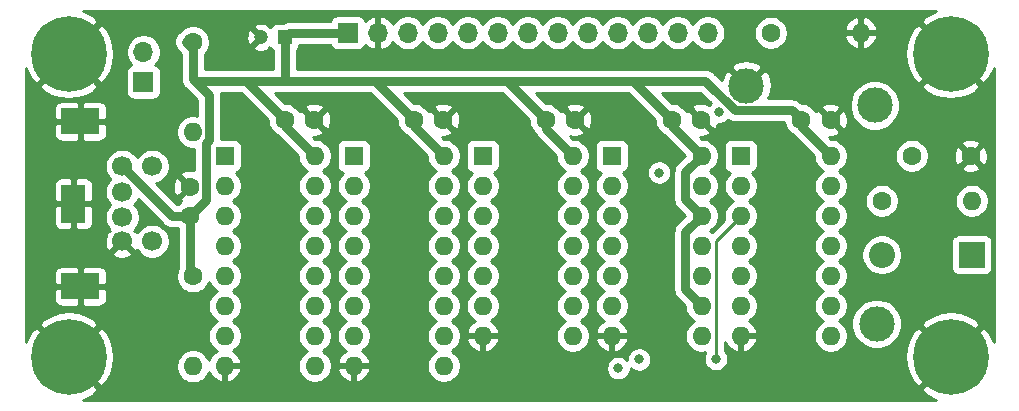
<source format=gbl>
G04 #@! TF.GenerationSoftware,KiCad,Pcbnew,(5.1.10-1-10_14)*
G04 #@! TF.CreationDate,2021-08-04T23:21:23+02:00*
G04 #@! TF.ProjectId,keyboard,6b657962-6f61-4726-942e-6b696361645f,rev?*
G04 #@! TF.SameCoordinates,Original*
G04 #@! TF.FileFunction,Copper,L4,Bot*
G04 #@! TF.FilePolarity,Positive*
%FSLAX46Y46*%
G04 Gerber Fmt 4.6, Leading zero omitted, Abs format (unit mm)*
G04 Created by KiCad (PCBNEW (5.1.10-1-10_14)) date 2021-08-04 23:21:23*
%MOMM*%
%LPD*%
G01*
G04 APERTURE LIST*
G04 #@! TA.AperFunction,ComponentPad*
%ADD10C,3.000000*%
G04 #@! TD*
G04 #@! TA.AperFunction,ComponentPad*
%ADD11O,1.700000X1.700000*%
G04 #@! TD*
G04 #@! TA.AperFunction,ComponentPad*
%ADD12R,1.700000X1.700000*%
G04 #@! TD*
G04 #@! TA.AperFunction,ComponentPad*
%ADD13R,3.200400X2.169160*%
G04 #@! TD*
G04 #@! TA.AperFunction,ComponentPad*
%ADD14R,1.998980X3.200400*%
G04 #@! TD*
G04 #@! TA.AperFunction,ComponentPad*
%ADD15C,1.700000*%
G04 #@! TD*
G04 #@! TA.AperFunction,ComponentPad*
%ADD16O,1.600000X1.600000*%
G04 #@! TD*
G04 #@! TA.AperFunction,ComponentPad*
%ADD17R,1.600000X1.600000*%
G04 #@! TD*
G04 #@! TA.AperFunction,ComponentPad*
%ADD18C,6.400000*%
G04 #@! TD*
G04 #@! TA.AperFunction,ComponentPad*
%ADD19C,1.200000*%
G04 #@! TD*
G04 #@! TA.AperFunction,ComponentPad*
%ADD20R,1.200000X1.200000*%
G04 #@! TD*
G04 #@! TA.AperFunction,ComponentPad*
%ADD21C,1.600000*%
G04 #@! TD*
G04 #@! TA.AperFunction,ComponentPad*
%ADD22O,2.200000X2.200000*%
G04 #@! TD*
G04 #@! TA.AperFunction,ComponentPad*
%ADD23R,2.200000X2.200000*%
G04 #@! TD*
G04 #@! TA.AperFunction,ViaPad*
%ADD24C,0.800000*%
G04 #@! TD*
G04 #@! TA.AperFunction,Conductor*
%ADD25C,0.762000*%
G04 #@! TD*
G04 #@! TA.AperFunction,Conductor*
%ADD26C,0.254000*%
G04 #@! TD*
G04 #@! TA.AperFunction,Conductor*
%ADD27C,0.100000*%
G04 #@! TD*
G04 APERTURE END LIST*
D10*
X137388600Y-66954400D03*
X148412200Y-87122000D03*
X148259800Y-68630800D03*
D11*
X86334600Y-64109600D03*
D12*
X86334600Y-66649600D03*
D13*
X81000600Y-69977000D03*
X81000600Y-83947000D03*
D14*
X80416400Y-76962000D03*
D15*
X84540600Y-80137000D03*
X84540600Y-73787000D03*
X87080600Y-73787000D03*
X87080600Y-80137000D03*
X84540600Y-78105000D03*
X84540600Y-75946000D03*
D16*
X100838000Y-72898000D03*
X93218000Y-90678000D03*
X100838000Y-75438000D03*
X93218000Y-88138000D03*
X100838000Y-77978000D03*
X93218000Y-85598000D03*
X100838000Y-80518000D03*
X93218000Y-83058000D03*
X100838000Y-83058000D03*
X93218000Y-80518000D03*
X100838000Y-85598000D03*
X93218000Y-77978000D03*
X100838000Y-88138000D03*
X93218000Y-75438000D03*
X100838000Y-90678000D03*
D17*
X93218000Y-72898000D03*
D18*
X154686000Y-89916000D03*
X154686000Y-64262000D03*
X80010000Y-89916000D03*
X80010000Y-64262000D03*
D19*
X96298000Y-62865000D03*
D20*
X98298000Y-62865000D03*
D16*
X144526000Y-72898000D03*
X136906000Y-88138000D03*
X144526000Y-75438000D03*
X136906000Y-85598000D03*
X144526000Y-77978000D03*
X136906000Y-83058000D03*
X144526000Y-80518000D03*
X136906000Y-80518000D03*
X144526000Y-83058000D03*
X136906000Y-77978000D03*
X144526000Y-85598000D03*
X136906000Y-75438000D03*
X144526000Y-88138000D03*
D17*
X136906000Y-72898000D03*
D21*
X156384000Y-72898000D03*
X151384000Y-72898000D03*
D16*
X147066000Y-62484000D03*
D21*
X139446000Y-62484000D03*
D16*
X90525600Y-70891400D03*
D21*
X90525600Y-63271400D03*
D16*
X90525600Y-90728800D03*
D21*
X90525600Y-83108800D03*
D16*
X156464000Y-76708000D03*
D21*
X148844000Y-76708000D03*
D22*
X148844000Y-81280000D03*
D23*
X156464000Y-81280000D03*
D21*
X144526000Y-69850000D03*
X142026000Y-69850000D03*
X133564000Y-69850000D03*
X131064000Y-69850000D03*
X122896000Y-69850000D03*
X120396000Y-69850000D03*
X111720000Y-69850000D03*
X109220000Y-69850000D03*
X100798000Y-69850000D03*
X98298000Y-69850000D03*
X90271600Y-75503400D03*
X90271600Y-78003400D03*
D16*
X133604000Y-72898000D03*
X125984000Y-88138000D03*
X133604000Y-75438000D03*
X125984000Y-85598000D03*
X133604000Y-77978000D03*
X125984000Y-83058000D03*
X133604000Y-80518000D03*
X125984000Y-80518000D03*
X133604000Y-83058000D03*
X125984000Y-77978000D03*
X133604000Y-85598000D03*
X125984000Y-75438000D03*
X133604000Y-88138000D03*
D17*
X125984000Y-72898000D03*
D16*
X122682000Y-72898000D03*
X115062000Y-88138000D03*
X122682000Y-75438000D03*
X115062000Y-85598000D03*
X122682000Y-77978000D03*
X115062000Y-83058000D03*
X122682000Y-80518000D03*
X115062000Y-80518000D03*
X122682000Y-83058000D03*
X115062000Y-77978000D03*
X122682000Y-85598000D03*
X115062000Y-75438000D03*
X122682000Y-88138000D03*
D17*
X115062000Y-72898000D03*
D16*
X111760000Y-72898000D03*
X104140000Y-90678000D03*
X111760000Y-75438000D03*
X104140000Y-88138000D03*
X111760000Y-77978000D03*
X104140000Y-85598000D03*
X111760000Y-80518000D03*
X104140000Y-83058000D03*
X111760000Y-83058000D03*
X104140000Y-80518000D03*
X111760000Y-85598000D03*
X104140000Y-77978000D03*
X111760000Y-88138000D03*
X104140000Y-75438000D03*
X111760000Y-90678000D03*
D17*
X104140000Y-72898000D03*
D11*
X134112000Y-62484000D03*
X131572000Y-62484000D03*
X129032000Y-62484000D03*
X126492000Y-62484000D03*
X123952000Y-62484000D03*
X121412000Y-62484000D03*
X118872000Y-62484000D03*
X116332000Y-62484000D03*
X113792000Y-62484000D03*
X111252000Y-62484000D03*
X108712000Y-62484000D03*
X106172000Y-62484000D03*
D12*
X103632000Y-62484000D03*
D24*
X108788200Y-73431400D03*
X118719600Y-72898000D03*
X117373400Y-75539600D03*
X119329200Y-76809600D03*
X126492000Y-69977000D03*
X130835400Y-72618600D03*
X107594400Y-80594200D03*
X106349800Y-77901800D03*
X86207600Y-71145400D03*
X119507000Y-85039200D03*
X117830600Y-80162400D03*
X140792200Y-82905600D03*
X147904200Y-79095600D03*
X86156800Y-90195400D03*
X78003400Y-80645000D03*
X77952600Y-73202800D03*
X90322400Y-61087000D03*
X100406200Y-64897000D03*
X104444800Y-68910200D03*
X98526600Y-73025000D03*
X109270800Y-80543400D03*
X108305600Y-75285600D03*
X131165600Y-73507600D03*
X129108200Y-86283800D03*
X130708400Y-79425800D03*
X140538200Y-79044800D03*
X139471400Y-72796400D03*
X140258800Y-65582800D03*
X146227800Y-66268600D03*
X150825200Y-62077600D03*
X157911800Y-69697600D03*
X147599400Y-91998800D03*
X130556000Y-93091000D03*
X108788200Y-93141800D03*
X96164400Y-89408000D03*
X108788200Y-65049400D03*
X126415800Y-64897000D03*
X84861400Y-85547200D03*
X135110748Y-69162706D03*
X134797800Y-90093800D03*
X128311401Y-90140748D03*
X126542800Y-90881200D03*
X129997200Y-74320400D03*
D25*
X82042000Y-69977000D02*
X82042000Y-69850000D01*
X132222999Y-76596999D02*
X133604000Y-77978000D01*
X132222999Y-74279001D02*
X132222999Y-76596999D01*
X133604000Y-72898000D02*
X132222999Y-74279001D01*
X132222999Y-84216999D02*
X133604000Y-85598000D01*
X132222999Y-79359001D02*
X132222999Y-84216999D01*
X133604000Y-77978000D02*
X132222999Y-79359001D01*
X98298000Y-70358000D02*
X100838000Y-72898000D01*
X98298000Y-69850000D02*
X98298000Y-70358000D01*
X94996000Y-66548000D02*
X98298000Y-69850000D01*
X105918000Y-66548000D02*
X109220000Y-69850000D01*
X109220000Y-70358000D02*
X111760000Y-72898000D01*
X109220000Y-69850000D02*
X109220000Y-70358000D01*
X117094000Y-66548000D02*
X120396000Y-69850000D01*
X105918000Y-66548000D02*
X117094000Y-66548000D01*
X120396000Y-70612000D02*
X122682000Y-72898000D01*
X120396000Y-69850000D02*
X120396000Y-70612000D01*
X127762000Y-66548000D02*
X131064000Y-69850000D01*
X131064000Y-70358000D02*
X133604000Y-72898000D01*
X131064000Y-69850000D02*
X131064000Y-70358000D01*
X142026000Y-70398000D02*
X144526000Y-72898000D01*
X142026000Y-69850000D02*
X142026000Y-70398000D01*
X90535001Y-63839601D02*
X89941400Y-63246000D01*
X90535001Y-66405001D02*
X90535001Y-63839601D01*
X90678000Y-66548000D02*
X90535001Y-66405001D01*
X94996000Y-66548000D02*
X90678000Y-66548000D01*
X100355400Y-66548000D02*
X105918000Y-66548000D01*
X99568000Y-66548000D02*
X100355400Y-66548000D01*
X94996000Y-66548000D02*
X98552000Y-66548000D01*
X99009200Y-66548000D02*
X99568000Y-66548000D01*
X98552000Y-66548000D02*
X99009200Y-66548000D01*
X98679000Y-62484000D02*
X98298000Y-62865000D01*
X103632000Y-62484000D02*
X98679000Y-62484000D01*
X98298000Y-66294000D02*
X98552000Y-66548000D01*
X98298000Y-62865000D02*
X98298000Y-66294000D01*
X91906601Y-71554281D02*
X91652601Y-71808281D01*
X91906601Y-67776601D02*
X91906601Y-71554281D01*
X91652601Y-76622399D02*
X90271600Y-78003400D01*
X91652601Y-71808281D02*
X91652601Y-76622399D01*
X90678000Y-66548000D02*
X91906601Y-67776601D01*
X88757000Y-78003400D02*
X84540600Y-73787000D01*
X90271600Y-78003400D02*
X88757000Y-78003400D01*
X90271600Y-82854800D02*
X90525600Y-83108800D01*
X90271600Y-78003400D02*
X90271600Y-82854800D01*
X141226001Y-69050001D02*
X136385401Y-69050001D01*
X142026000Y-69850000D02*
X141226001Y-69050001D01*
X133883400Y-66548000D02*
X127203200Y-66548000D01*
X127203200Y-66548000D02*
X127762000Y-66548000D01*
X136385401Y-69050001D02*
X133883400Y-66548000D01*
X117094000Y-66548000D02*
X127203200Y-66548000D01*
D26*
X134797800Y-80086200D02*
X136906000Y-77978000D01*
X134797800Y-90093800D02*
X134797800Y-80086200D01*
X153233792Y-60692548D02*
X152565330Y-61044445D01*
X152524912Y-61071452D01*
X152164724Y-61561119D01*
X154686000Y-64082395D01*
X154700143Y-64068253D01*
X154879748Y-64247858D01*
X154865605Y-64262000D01*
X157386881Y-66783276D01*
X157876548Y-66423088D01*
X158236849Y-65759118D01*
X158319000Y-65494327D01*
X158319001Y-88678142D01*
X158255452Y-88463792D01*
X157903555Y-87795330D01*
X157876548Y-87754912D01*
X157386881Y-87394724D01*
X154865605Y-89916000D01*
X154879748Y-89930143D01*
X154700143Y-90109748D01*
X154686000Y-90095605D01*
X152164724Y-92616881D01*
X152524912Y-93106548D01*
X153188882Y-93466849D01*
X153453673Y-93549000D01*
X81247861Y-93549000D01*
X81462208Y-93485452D01*
X82130670Y-93133555D01*
X82171088Y-93106548D01*
X82531276Y-92616881D01*
X80010000Y-90095605D01*
X79995858Y-90109748D01*
X79816253Y-89930143D01*
X79830395Y-89916000D01*
X80189605Y-89916000D01*
X82710881Y-92437276D01*
X83200548Y-92077088D01*
X83560849Y-91413118D01*
X83784694Y-90691615D01*
X83863480Y-89940305D01*
X83794178Y-89188062D01*
X83579452Y-88463792D01*
X83227555Y-87795330D01*
X83200548Y-87754912D01*
X82710881Y-87394724D01*
X80189605Y-89916000D01*
X79830395Y-89916000D01*
X77309119Y-87394724D01*
X76819452Y-87754912D01*
X76459151Y-88418882D01*
X76377000Y-88683673D01*
X76377000Y-87215119D01*
X77488724Y-87215119D01*
X80010000Y-89736395D01*
X82531276Y-87215119D01*
X82171088Y-86725452D01*
X81507118Y-86365151D01*
X80785615Y-86141306D01*
X80034305Y-86062520D01*
X79282062Y-86131822D01*
X78557792Y-86346548D01*
X77889330Y-86698445D01*
X77848912Y-86725452D01*
X77488724Y-87215119D01*
X76377000Y-87215119D01*
X76377000Y-85031580D01*
X78762328Y-85031580D01*
X78774588Y-85156062D01*
X78810898Y-85275760D01*
X78869863Y-85386074D01*
X78949215Y-85482765D01*
X79045906Y-85562117D01*
X79156220Y-85621082D01*
X79275918Y-85657392D01*
X79400400Y-85669652D01*
X80714850Y-85666580D01*
X80873600Y-85507830D01*
X80873600Y-84074000D01*
X81127600Y-84074000D01*
X81127600Y-85507830D01*
X81286350Y-85666580D01*
X82600800Y-85669652D01*
X82725282Y-85657392D01*
X82844980Y-85621082D01*
X82955294Y-85562117D01*
X83051985Y-85482765D01*
X83131337Y-85386074D01*
X83190302Y-85275760D01*
X83226612Y-85156062D01*
X83238872Y-85031580D01*
X83235800Y-84232750D01*
X83077050Y-84074000D01*
X81127600Y-84074000D01*
X80873600Y-84074000D01*
X78924150Y-84074000D01*
X78765400Y-84232750D01*
X78762328Y-85031580D01*
X76377000Y-85031580D01*
X76377000Y-82862420D01*
X78762328Y-82862420D01*
X78765400Y-83661250D01*
X78924150Y-83820000D01*
X80873600Y-83820000D01*
X80873600Y-82386170D01*
X81127600Y-82386170D01*
X81127600Y-83820000D01*
X83077050Y-83820000D01*
X83235800Y-83661250D01*
X83238872Y-82862420D01*
X83226612Y-82737938D01*
X83190302Y-82618240D01*
X83131337Y-82507926D01*
X83051985Y-82411235D01*
X82955294Y-82331883D01*
X82844980Y-82272918D01*
X82725282Y-82236608D01*
X82600800Y-82224348D01*
X81286350Y-82227420D01*
X81127600Y-82386170D01*
X80873600Y-82386170D01*
X80714850Y-82227420D01*
X79400400Y-82224348D01*
X79275918Y-82236608D01*
X79156220Y-82272918D01*
X79045906Y-82331883D01*
X78949215Y-82411235D01*
X78869863Y-82507926D01*
X78810898Y-82618240D01*
X78774588Y-82737938D01*
X78762328Y-82862420D01*
X76377000Y-82862420D01*
X76377000Y-81165397D01*
X83691808Y-81165397D01*
X83769443Y-81414472D01*
X84033483Y-81540371D01*
X84317011Y-81612339D01*
X84609131Y-81627611D01*
X84898619Y-81585599D01*
X85174347Y-81487919D01*
X85311757Y-81414472D01*
X85389392Y-81165397D01*
X84540600Y-80316605D01*
X83691808Y-81165397D01*
X76377000Y-81165397D01*
X76377000Y-80205531D01*
X83049989Y-80205531D01*
X83092001Y-80495019D01*
X83189681Y-80770747D01*
X83263128Y-80908157D01*
X83512203Y-80985792D01*
X84360995Y-80137000D01*
X84346853Y-80122858D01*
X84526458Y-79943253D01*
X84540600Y-79957395D01*
X84554743Y-79943253D01*
X84734348Y-80122858D01*
X84720205Y-80137000D01*
X85568997Y-80985792D01*
X85811289Y-80910271D01*
X85927125Y-81083632D01*
X86133968Y-81290475D01*
X86377189Y-81452990D01*
X86647442Y-81564932D01*
X86934340Y-81622000D01*
X87226860Y-81622000D01*
X87513758Y-81564932D01*
X87784011Y-81452990D01*
X88027232Y-81290475D01*
X88234075Y-81083632D01*
X88396590Y-80840411D01*
X88508532Y-80570158D01*
X88565600Y-80283260D01*
X88565600Y-79990740D01*
X88508532Y-79703842D01*
X88396590Y-79433589D01*
X88234075Y-79190368D01*
X88027232Y-78983525D01*
X87784011Y-78821010D01*
X87513758Y-78709068D01*
X87226860Y-78652000D01*
X86934340Y-78652000D01*
X86647442Y-78709068D01*
X86377189Y-78821010D01*
X86133968Y-78983525D01*
X85927125Y-79190368D01*
X85811289Y-79363729D01*
X85568999Y-79288209D01*
X85685104Y-79172104D01*
X85629354Y-79116354D01*
X85694075Y-79051632D01*
X85856590Y-78808411D01*
X85968532Y-78538158D01*
X86025600Y-78251260D01*
X86025600Y-77958740D01*
X85968532Y-77671842D01*
X85856590Y-77401589D01*
X85694075Y-77158368D01*
X85561207Y-77025500D01*
X85694075Y-76892632D01*
X85856590Y-76649411D01*
X85888685Y-76571926D01*
X88003292Y-78686533D01*
X88035104Y-78725296D01*
X88189810Y-78852260D01*
X88366313Y-78946602D01*
X88538762Y-78998914D01*
X88557829Y-79004698D01*
X88756999Y-79024315D01*
X88806901Y-79019400D01*
X89255600Y-79019400D01*
X89255601Y-82426557D01*
X89253920Y-82429073D01*
X89145747Y-82690226D01*
X89090600Y-82967465D01*
X89090600Y-83250135D01*
X89145747Y-83527374D01*
X89253920Y-83788527D01*
X89410963Y-84023559D01*
X89610841Y-84223437D01*
X89845873Y-84380480D01*
X90107026Y-84488653D01*
X90384265Y-84543800D01*
X90666935Y-84543800D01*
X90944174Y-84488653D01*
X91205327Y-84380480D01*
X91440359Y-84223437D01*
X91640237Y-84023559D01*
X91797280Y-83788527D01*
X91882321Y-83583220D01*
X91946320Y-83737727D01*
X92103363Y-83972759D01*
X92303241Y-84172637D01*
X92535759Y-84328000D01*
X92303241Y-84483363D01*
X92103363Y-84683241D01*
X91946320Y-84918273D01*
X91838147Y-85179426D01*
X91783000Y-85456665D01*
X91783000Y-85739335D01*
X91838147Y-86016574D01*
X91946320Y-86277727D01*
X92103363Y-86512759D01*
X92303241Y-86712637D01*
X92535759Y-86868000D01*
X92303241Y-87023363D01*
X92103363Y-87223241D01*
X91946320Y-87458273D01*
X91838147Y-87719426D01*
X91783000Y-87996665D01*
X91783000Y-88279335D01*
X91838147Y-88556574D01*
X91946320Y-88817727D01*
X92103363Y-89052759D01*
X92303241Y-89252637D01*
X92538273Y-89409680D01*
X92548865Y-89414067D01*
X92362869Y-89525615D01*
X92154481Y-89714586D01*
X91986963Y-89940580D01*
X91866754Y-90194913D01*
X91862922Y-90207547D01*
X91797280Y-90049073D01*
X91640237Y-89814041D01*
X91440359Y-89614163D01*
X91205327Y-89457120D01*
X90944174Y-89348947D01*
X90666935Y-89293800D01*
X90384265Y-89293800D01*
X90107026Y-89348947D01*
X89845873Y-89457120D01*
X89610841Y-89614163D01*
X89410963Y-89814041D01*
X89253920Y-90049073D01*
X89145747Y-90310226D01*
X89090600Y-90587465D01*
X89090600Y-90870135D01*
X89145747Y-91147374D01*
X89253920Y-91408527D01*
X89410963Y-91643559D01*
X89610841Y-91843437D01*
X89845873Y-92000480D01*
X90107026Y-92108653D01*
X90384265Y-92163800D01*
X90666935Y-92163800D01*
X90944174Y-92108653D01*
X91205327Y-92000480D01*
X91440359Y-91843437D01*
X91640237Y-91643559D01*
X91797280Y-91408527D01*
X91884351Y-91198318D01*
X91986963Y-91415420D01*
X92154481Y-91641414D01*
X92362869Y-91830385D01*
X92604119Y-91975070D01*
X92868960Y-92069909D01*
X93091000Y-91948624D01*
X93091000Y-90805000D01*
X93345000Y-90805000D01*
X93345000Y-91948624D01*
X93567040Y-92069909D01*
X93831881Y-91975070D01*
X94073131Y-91830385D01*
X94281519Y-91641414D01*
X94449037Y-91415420D01*
X94569246Y-91161087D01*
X94609904Y-91027039D01*
X94487915Y-90805000D01*
X93345000Y-90805000D01*
X93091000Y-90805000D01*
X93071000Y-90805000D01*
X93071000Y-90551000D01*
X93091000Y-90551000D01*
X93091000Y-90531000D01*
X93345000Y-90531000D01*
X93345000Y-90551000D01*
X94487915Y-90551000D01*
X94609904Y-90328961D01*
X94569246Y-90194913D01*
X94449037Y-89940580D01*
X94281519Y-89714586D01*
X94073131Y-89525615D01*
X93887135Y-89414067D01*
X93897727Y-89409680D01*
X94132759Y-89252637D01*
X94332637Y-89052759D01*
X94489680Y-88817727D01*
X94597853Y-88556574D01*
X94653000Y-88279335D01*
X94653000Y-87996665D01*
X94597853Y-87719426D01*
X94489680Y-87458273D01*
X94332637Y-87223241D01*
X94132759Y-87023363D01*
X93900241Y-86868000D01*
X94132759Y-86712637D01*
X94332637Y-86512759D01*
X94489680Y-86277727D01*
X94597853Y-86016574D01*
X94653000Y-85739335D01*
X94653000Y-85456665D01*
X94597853Y-85179426D01*
X94489680Y-84918273D01*
X94332637Y-84683241D01*
X94132759Y-84483363D01*
X93900241Y-84328000D01*
X94132759Y-84172637D01*
X94332637Y-83972759D01*
X94489680Y-83737727D01*
X94597853Y-83476574D01*
X94653000Y-83199335D01*
X94653000Y-82916665D01*
X94597853Y-82639426D01*
X94489680Y-82378273D01*
X94332637Y-82143241D01*
X94132759Y-81943363D01*
X93900241Y-81788000D01*
X94132759Y-81632637D01*
X94332637Y-81432759D01*
X94489680Y-81197727D01*
X94597853Y-80936574D01*
X94653000Y-80659335D01*
X94653000Y-80376665D01*
X94597853Y-80099426D01*
X94489680Y-79838273D01*
X94332637Y-79603241D01*
X94132759Y-79403363D01*
X93900241Y-79248000D01*
X94132759Y-79092637D01*
X94332637Y-78892759D01*
X94489680Y-78657727D01*
X94597853Y-78396574D01*
X94653000Y-78119335D01*
X94653000Y-77836665D01*
X94597853Y-77559426D01*
X94489680Y-77298273D01*
X94332637Y-77063241D01*
X94132759Y-76863363D01*
X93900241Y-76708000D01*
X94132759Y-76552637D01*
X94332637Y-76352759D01*
X94489680Y-76117727D01*
X94597853Y-75856574D01*
X94653000Y-75579335D01*
X94653000Y-75296665D01*
X94597853Y-75019426D01*
X94489680Y-74758273D01*
X94332637Y-74523241D01*
X94134039Y-74324643D01*
X94142482Y-74323812D01*
X94262180Y-74287502D01*
X94372494Y-74228537D01*
X94469185Y-74149185D01*
X94548537Y-74052494D01*
X94607502Y-73942180D01*
X94643812Y-73822482D01*
X94656072Y-73698000D01*
X94656072Y-72098000D01*
X94643812Y-71973518D01*
X94607502Y-71853820D01*
X94548537Y-71743506D01*
X94469185Y-71646815D01*
X94372494Y-71567463D01*
X94262180Y-71508498D01*
X94142482Y-71472188D01*
X94018000Y-71459928D01*
X92922601Y-71459928D01*
X92922601Y-67826494D01*
X92927515Y-67776600D01*
X92922601Y-67726706D01*
X92922601Y-67726699D01*
X92907899Y-67577430D01*
X92903825Y-67564000D01*
X94575160Y-67564000D01*
X96863000Y-69851841D01*
X96863000Y-69991335D01*
X96918147Y-70268574D01*
X97026320Y-70529727D01*
X97183363Y-70764759D01*
X97383241Y-70964637D01*
X97618273Y-71121680D01*
X97629484Y-71126324D01*
X99403000Y-72899841D01*
X99403000Y-73039335D01*
X99458147Y-73316574D01*
X99566320Y-73577727D01*
X99723363Y-73812759D01*
X99923241Y-74012637D01*
X100155759Y-74168000D01*
X99923241Y-74323363D01*
X99723363Y-74523241D01*
X99566320Y-74758273D01*
X99458147Y-75019426D01*
X99403000Y-75296665D01*
X99403000Y-75579335D01*
X99458147Y-75856574D01*
X99566320Y-76117727D01*
X99723363Y-76352759D01*
X99923241Y-76552637D01*
X100155759Y-76708000D01*
X99923241Y-76863363D01*
X99723363Y-77063241D01*
X99566320Y-77298273D01*
X99458147Y-77559426D01*
X99403000Y-77836665D01*
X99403000Y-78119335D01*
X99458147Y-78396574D01*
X99566320Y-78657727D01*
X99723363Y-78892759D01*
X99923241Y-79092637D01*
X100155759Y-79248000D01*
X99923241Y-79403363D01*
X99723363Y-79603241D01*
X99566320Y-79838273D01*
X99458147Y-80099426D01*
X99403000Y-80376665D01*
X99403000Y-80659335D01*
X99458147Y-80936574D01*
X99566320Y-81197727D01*
X99723363Y-81432759D01*
X99923241Y-81632637D01*
X100155759Y-81788000D01*
X99923241Y-81943363D01*
X99723363Y-82143241D01*
X99566320Y-82378273D01*
X99458147Y-82639426D01*
X99403000Y-82916665D01*
X99403000Y-83199335D01*
X99458147Y-83476574D01*
X99566320Y-83737727D01*
X99723363Y-83972759D01*
X99923241Y-84172637D01*
X100155759Y-84328000D01*
X99923241Y-84483363D01*
X99723363Y-84683241D01*
X99566320Y-84918273D01*
X99458147Y-85179426D01*
X99403000Y-85456665D01*
X99403000Y-85739335D01*
X99458147Y-86016574D01*
X99566320Y-86277727D01*
X99723363Y-86512759D01*
X99923241Y-86712637D01*
X100155759Y-86868000D01*
X99923241Y-87023363D01*
X99723363Y-87223241D01*
X99566320Y-87458273D01*
X99458147Y-87719426D01*
X99403000Y-87996665D01*
X99403000Y-88279335D01*
X99458147Y-88556574D01*
X99566320Y-88817727D01*
X99723363Y-89052759D01*
X99923241Y-89252637D01*
X100155759Y-89408000D01*
X99923241Y-89563363D01*
X99723363Y-89763241D01*
X99566320Y-89998273D01*
X99458147Y-90259426D01*
X99403000Y-90536665D01*
X99403000Y-90819335D01*
X99458147Y-91096574D01*
X99566320Y-91357727D01*
X99723363Y-91592759D01*
X99923241Y-91792637D01*
X100158273Y-91949680D01*
X100419426Y-92057853D01*
X100696665Y-92113000D01*
X100979335Y-92113000D01*
X101256574Y-92057853D01*
X101517727Y-91949680D01*
X101752759Y-91792637D01*
X101952637Y-91592759D01*
X102109680Y-91357727D01*
X102217853Y-91096574D01*
X102231684Y-91027039D01*
X102748096Y-91027039D01*
X102788754Y-91161087D01*
X102908963Y-91415420D01*
X103076481Y-91641414D01*
X103284869Y-91830385D01*
X103526119Y-91975070D01*
X103790960Y-92069909D01*
X104013000Y-91948624D01*
X104013000Y-90805000D01*
X104267000Y-90805000D01*
X104267000Y-91948624D01*
X104489040Y-92069909D01*
X104753881Y-91975070D01*
X104995131Y-91830385D01*
X105203519Y-91641414D01*
X105371037Y-91415420D01*
X105491246Y-91161087D01*
X105531904Y-91027039D01*
X105409915Y-90805000D01*
X104267000Y-90805000D01*
X104013000Y-90805000D01*
X102870085Y-90805000D01*
X102748096Y-91027039D01*
X102231684Y-91027039D01*
X102273000Y-90819335D01*
X102273000Y-90536665D01*
X102217853Y-90259426D01*
X102109680Y-89998273D01*
X101952637Y-89763241D01*
X101752759Y-89563363D01*
X101520241Y-89408000D01*
X101752759Y-89252637D01*
X101952637Y-89052759D01*
X102109680Y-88817727D01*
X102217853Y-88556574D01*
X102273000Y-88279335D01*
X102273000Y-87996665D01*
X102217853Y-87719426D01*
X102109680Y-87458273D01*
X101952637Y-87223241D01*
X101752759Y-87023363D01*
X101520241Y-86868000D01*
X101752759Y-86712637D01*
X101952637Y-86512759D01*
X102109680Y-86277727D01*
X102217853Y-86016574D01*
X102273000Y-85739335D01*
X102273000Y-85456665D01*
X102217853Y-85179426D01*
X102109680Y-84918273D01*
X101952637Y-84683241D01*
X101752759Y-84483363D01*
X101520241Y-84328000D01*
X101752759Y-84172637D01*
X101952637Y-83972759D01*
X102109680Y-83737727D01*
X102217853Y-83476574D01*
X102273000Y-83199335D01*
X102273000Y-82916665D01*
X102217853Y-82639426D01*
X102109680Y-82378273D01*
X101952637Y-82143241D01*
X101752759Y-81943363D01*
X101520241Y-81788000D01*
X101752759Y-81632637D01*
X101952637Y-81432759D01*
X102109680Y-81197727D01*
X102217853Y-80936574D01*
X102273000Y-80659335D01*
X102273000Y-80376665D01*
X102217853Y-80099426D01*
X102109680Y-79838273D01*
X101952637Y-79603241D01*
X101752759Y-79403363D01*
X101520241Y-79248000D01*
X101752759Y-79092637D01*
X101952637Y-78892759D01*
X102109680Y-78657727D01*
X102217853Y-78396574D01*
X102273000Y-78119335D01*
X102273000Y-77836665D01*
X102217853Y-77559426D01*
X102109680Y-77298273D01*
X101952637Y-77063241D01*
X101752759Y-76863363D01*
X101520241Y-76708000D01*
X101752759Y-76552637D01*
X101952637Y-76352759D01*
X102109680Y-76117727D01*
X102217853Y-75856574D01*
X102273000Y-75579335D01*
X102273000Y-75296665D01*
X102217853Y-75019426D01*
X102109680Y-74758273D01*
X101952637Y-74523241D01*
X101752759Y-74323363D01*
X101520241Y-74168000D01*
X101752759Y-74012637D01*
X101952637Y-73812759D01*
X102109680Y-73577727D01*
X102217853Y-73316574D01*
X102273000Y-73039335D01*
X102273000Y-72756665D01*
X102217853Y-72479426D01*
X102109680Y-72218273D01*
X102029317Y-72098000D01*
X102701928Y-72098000D01*
X102701928Y-73698000D01*
X102714188Y-73822482D01*
X102750498Y-73942180D01*
X102809463Y-74052494D01*
X102888815Y-74149185D01*
X102985506Y-74228537D01*
X103095820Y-74287502D01*
X103215518Y-74323812D01*
X103223961Y-74324643D01*
X103025363Y-74523241D01*
X102868320Y-74758273D01*
X102760147Y-75019426D01*
X102705000Y-75296665D01*
X102705000Y-75579335D01*
X102760147Y-75856574D01*
X102868320Y-76117727D01*
X103025363Y-76352759D01*
X103225241Y-76552637D01*
X103457759Y-76708000D01*
X103225241Y-76863363D01*
X103025363Y-77063241D01*
X102868320Y-77298273D01*
X102760147Y-77559426D01*
X102705000Y-77836665D01*
X102705000Y-78119335D01*
X102760147Y-78396574D01*
X102868320Y-78657727D01*
X103025363Y-78892759D01*
X103225241Y-79092637D01*
X103457759Y-79248000D01*
X103225241Y-79403363D01*
X103025363Y-79603241D01*
X102868320Y-79838273D01*
X102760147Y-80099426D01*
X102705000Y-80376665D01*
X102705000Y-80659335D01*
X102760147Y-80936574D01*
X102868320Y-81197727D01*
X103025363Y-81432759D01*
X103225241Y-81632637D01*
X103457759Y-81788000D01*
X103225241Y-81943363D01*
X103025363Y-82143241D01*
X102868320Y-82378273D01*
X102760147Y-82639426D01*
X102705000Y-82916665D01*
X102705000Y-83199335D01*
X102760147Y-83476574D01*
X102868320Y-83737727D01*
X103025363Y-83972759D01*
X103225241Y-84172637D01*
X103457759Y-84328000D01*
X103225241Y-84483363D01*
X103025363Y-84683241D01*
X102868320Y-84918273D01*
X102760147Y-85179426D01*
X102705000Y-85456665D01*
X102705000Y-85739335D01*
X102760147Y-86016574D01*
X102868320Y-86277727D01*
X103025363Y-86512759D01*
X103225241Y-86712637D01*
X103457759Y-86868000D01*
X103225241Y-87023363D01*
X103025363Y-87223241D01*
X102868320Y-87458273D01*
X102760147Y-87719426D01*
X102705000Y-87996665D01*
X102705000Y-88279335D01*
X102760147Y-88556574D01*
X102868320Y-88817727D01*
X103025363Y-89052759D01*
X103225241Y-89252637D01*
X103460273Y-89409680D01*
X103470865Y-89414067D01*
X103284869Y-89525615D01*
X103076481Y-89714586D01*
X102908963Y-89940580D01*
X102788754Y-90194913D01*
X102748096Y-90328961D01*
X102870085Y-90551000D01*
X104013000Y-90551000D01*
X104013000Y-90531000D01*
X104267000Y-90531000D01*
X104267000Y-90551000D01*
X105409915Y-90551000D01*
X105531904Y-90328961D01*
X105491246Y-90194913D01*
X105371037Y-89940580D01*
X105203519Y-89714586D01*
X104995131Y-89525615D01*
X104809135Y-89414067D01*
X104819727Y-89409680D01*
X105054759Y-89252637D01*
X105254637Y-89052759D01*
X105411680Y-88817727D01*
X105519853Y-88556574D01*
X105575000Y-88279335D01*
X105575000Y-87996665D01*
X105519853Y-87719426D01*
X105411680Y-87458273D01*
X105254637Y-87223241D01*
X105054759Y-87023363D01*
X104822241Y-86868000D01*
X105054759Y-86712637D01*
X105254637Y-86512759D01*
X105411680Y-86277727D01*
X105519853Y-86016574D01*
X105575000Y-85739335D01*
X105575000Y-85456665D01*
X105519853Y-85179426D01*
X105411680Y-84918273D01*
X105254637Y-84683241D01*
X105054759Y-84483363D01*
X104822241Y-84328000D01*
X105054759Y-84172637D01*
X105254637Y-83972759D01*
X105411680Y-83737727D01*
X105519853Y-83476574D01*
X105575000Y-83199335D01*
X105575000Y-82916665D01*
X105519853Y-82639426D01*
X105411680Y-82378273D01*
X105254637Y-82143241D01*
X105054759Y-81943363D01*
X104822241Y-81788000D01*
X105054759Y-81632637D01*
X105254637Y-81432759D01*
X105411680Y-81197727D01*
X105519853Y-80936574D01*
X105575000Y-80659335D01*
X105575000Y-80376665D01*
X105519853Y-80099426D01*
X105411680Y-79838273D01*
X105254637Y-79603241D01*
X105054759Y-79403363D01*
X104822241Y-79248000D01*
X105054759Y-79092637D01*
X105254637Y-78892759D01*
X105411680Y-78657727D01*
X105519853Y-78396574D01*
X105575000Y-78119335D01*
X105575000Y-77836665D01*
X105519853Y-77559426D01*
X105411680Y-77298273D01*
X105254637Y-77063241D01*
X105054759Y-76863363D01*
X104822241Y-76708000D01*
X105054759Y-76552637D01*
X105254637Y-76352759D01*
X105411680Y-76117727D01*
X105519853Y-75856574D01*
X105575000Y-75579335D01*
X105575000Y-75296665D01*
X105519853Y-75019426D01*
X105411680Y-74758273D01*
X105254637Y-74523241D01*
X105056039Y-74324643D01*
X105064482Y-74323812D01*
X105184180Y-74287502D01*
X105294494Y-74228537D01*
X105391185Y-74149185D01*
X105470537Y-74052494D01*
X105529502Y-73942180D01*
X105565812Y-73822482D01*
X105578072Y-73698000D01*
X105578072Y-72098000D01*
X105565812Y-71973518D01*
X105529502Y-71853820D01*
X105470537Y-71743506D01*
X105391185Y-71646815D01*
X105294494Y-71567463D01*
X105184180Y-71508498D01*
X105064482Y-71472188D01*
X104940000Y-71459928D01*
X103340000Y-71459928D01*
X103215518Y-71472188D01*
X103095820Y-71508498D01*
X102985506Y-71567463D01*
X102888815Y-71646815D01*
X102809463Y-71743506D01*
X102750498Y-71853820D01*
X102714188Y-71973518D01*
X102701928Y-72098000D01*
X102029317Y-72098000D01*
X101952637Y-71983241D01*
X101752759Y-71783363D01*
X101517727Y-71626320D01*
X101256574Y-71518147D01*
X100979335Y-71463000D01*
X100839841Y-71463000D01*
X100656612Y-71279772D01*
X100868512Y-71290217D01*
X101148130Y-71248787D01*
X101414292Y-71153603D01*
X101539514Y-71086671D01*
X101611097Y-70842702D01*
X100798000Y-70029605D01*
X100783858Y-70043748D01*
X100604253Y-69864143D01*
X100618395Y-69850000D01*
X100977605Y-69850000D01*
X101790702Y-70663097D01*
X102034671Y-70591514D01*
X102155571Y-70336004D01*
X102224300Y-70061816D01*
X102238217Y-69779488D01*
X102196787Y-69499870D01*
X102101603Y-69233708D01*
X102034671Y-69108486D01*
X101790702Y-69036903D01*
X100977605Y-69850000D01*
X100618395Y-69850000D01*
X99805298Y-69036903D01*
X99561329Y-69108486D01*
X99547676Y-69137341D01*
X99412637Y-68935241D01*
X99334694Y-68857298D01*
X99984903Y-68857298D01*
X100798000Y-69670395D01*
X101611097Y-68857298D01*
X101539514Y-68613329D01*
X101284004Y-68492429D01*
X101009816Y-68423700D01*
X100727488Y-68409783D01*
X100447870Y-68451213D01*
X100181708Y-68546397D01*
X100056486Y-68613329D01*
X99984903Y-68857298D01*
X99334694Y-68857298D01*
X99212759Y-68735363D01*
X98977727Y-68578320D01*
X98716574Y-68470147D01*
X98439335Y-68415000D01*
X98299841Y-68415000D01*
X97448841Y-67564000D01*
X98502105Y-67564000D01*
X98551999Y-67568914D01*
X98601893Y-67564000D01*
X105497160Y-67564000D01*
X107785000Y-69851841D01*
X107785000Y-69991335D01*
X107840147Y-70268574D01*
X107948320Y-70529727D01*
X108105363Y-70764759D01*
X108305241Y-70964637D01*
X108540273Y-71121680D01*
X108551484Y-71126324D01*
X110325000Y-72899841D01*
X110325000Y-73039335D01*
X110380147Y-73316574D01*
X110488320Y-73577727D01*
X110645363Y-73812759D01*
X110845241Y-74012637D01*
X111077759Y-74168000D01*
X110845241Y-74323363D01*
X110645363Y-74523241D01*
X110488320Y-74758273D01*
X110380147Y-75019426D01*
X110325000Y-75296665D01*
X110325000Y-75579335D01*
X110380147Y-75856574D01*
X110488320Y-76117727D01*
X110645363Y-76352759D01*
X110845241Y-76552637D01*
X111077759Y-76708000D01*
X110845241Y-76863363D01*
X110645363Y-77063241D01*
X110488320Y-77298273D01*
X110380147Y-77559426D01*
X110325000Y-77836665D01*
X110325000Y-78119335D01*
X110380147Y-78396574D01*
X110488320Y-78657727D01*
X110645363Y-78892759D01*
X110845241Y-79092637D01*
X111077759Y-79248000D01*
X110845241Y-79403363D01*
X110645363Y-79603241D01*
X110488320Y-79838273D01*
X110380147Y-80099426D01*
X110325000Y-80376665D01*
X110325000Y-80659335D01*
X110380147Y-80936574D01*
X110488320Y-81197727D01*
X110645363Y-81432759D01*
X110845241Y-81632637D01*
X111077759Y-81788000D01*
X110845241Y-81943363D01*
X110645363Y-82143241D01*
X110488320Y-82378273D01*
X110380147Y-82639426D01*
X110325000Y-82916665D01*
X110325000Y-83199335D01*
X110380147Y-83476574D01*
X110488320Y-83737727D01*
X110645363Y-83972759D01*
X110845241Y-84172637D01*
X111077759Y-84328000D01*
X110845241Y-84483363D01*
X110645363Y-84683241D01*
X110488320Y-84918273D01*
X110380147Y-85179426D01*
X110325000Y-85456665D01*
X110325000Y-85739335D01*
X110380147Y-86016574D01*
X110488320Y-86277727D01*
X110645363Y-86512759D01*
X110845241Y-86712637D01*
X111077759Y-86868000D01*
X110845241Y-87023363D01*
X110645363Y-87223241D01*
X110488320Y-87458273D01*
X110380147Y-87719426D01*
X110325000Y-87996665D01*
X110325000Y-88279335D01*
X110380147Y-88556574D01*
X110488320Y-88817727D01*
X110645363Y-89052759D01*
X110845241Y-89252637D01*
X111077759Y-89408000D01*
X110845241Y-89563363D01*
X110645363Y-89763241D01*
X110488320Y-89998273D01*
X110380147Y-90259426D01*
X110325000Y-90536665D01*
X110325000Y-90819335D01*
X110380147Y-91096574D01*
X110488320Y-91357727D01*
X110645363Y-91592759D01*
X110845241Y-91792637D01*
X111080273Y-91949680D01*
X111341426Y-92057853D01*
X111618665Y-92113000D01*
X111901335Y-92113000D01*
X112178574Y-92057853D01*
X112439727Y-91949680D01*
X112674759Y-91792637D01*
X112874637Y-91592759D01*
X113031680Y-91357727D01*
X113139853Y-91096574D01*
X113195000Y-90819335D01*
X113195000Y-90779261D01*
X125507800Y-90779261D01*
X125507800Y-90983139D01*
X125547574Y-91183098D01*
X125625595Y-91371456D01*
X125738863Y-91540974D01*
X125883026Y-91685137D01*
X126052544Y-91798405D01*
X126240902Y-91876426D01*
X126440861Y-91916200D01*
X126644739Y-91916200D01*
X126844698Y-91876426D01*
X127033056Y-91798405D01*
X127202574Y-91685137D01*
X127346737Y-91540974D01*
X127460005Y-91371456D01*
X127538026Y-91183098D01*
X127577800Y-90983139D01*
X127577800Y-90870858D01*
X127651627Y-90944685D01*
X127821145Y-91057953D01*
X128009503Y-91135974D01*
X128209462Y-91175748D01*
X128413340Y-91175748D01*
X128613299Y-91135974D01*
X128801657Y-91057953D01*
X128971175Y-90944685D01*
X129115338Y-90800522D01*
X129228606Y-90631004D01*
X129306627Y-90442646D01*
X129346401Y-90242687D01*
X129346401Y-90038809D01*
X129306627Y-89838850D01*
X129228606Y-89650492D01*
X129115338Y-89480974D01*
X128971175Y-89336811D01*
X128801657Y-89223543D01*
X128613299Y-89145522D01*
X128413340Y-89105748D01*
X128209462Y-89105748D01*
X128009503Y-89145522D01*
X127821145Y-89223543D01*
X127651627Y-89336811D01*
X127507464Y-89480974D01*
X127394196Y-89650492D01*
X127316175Y-89838850D01*
X127276401Y-90038809D01*
X127276401Y-90151090D01*
X127202574Y-90077263D01*
X127033056Y-89963995D01*
X126844698Y-89885974D01*
X126644739Y-89846200D01*
X126440861Y-89846200D01*
X126240902Y-89885974D01*
X126052544Y-89963995D01*
X125883026Y-90077263D01*
X125738863Y-90221426D01*
X125625595Y-90390944D01*
X125547574Y-90579302D01*
X125507800Y-90779261D01*
X113195000Y-90779261D01*
X113195000Y-90536665D01*
X113139853Y-90259426D01*
X113031680Y-89998273D01*
X112874637Y-89763241D01*
X112674759Y-89563363D01*
X112442241Y-89408000D01*
X112674759Y-89252637D01*
X112874637Y-89052759D01*
X113031680Y-88817727D01*
X113139853Y-88556574D01*
X113153684Y-88487039D01*
X113670096Y-88487039D01*
X113710754Y-88621087D01*
X113830963Y-88875420D01*
X113998481Y-89101414D01*
X114206869Y-89290385D01*
X114448119Y-89435070D01*
X114712960Y-89529909D01*
X114935000Y-89408624D01*
X114935000Y-88265000D01*
X115189000Y-88265000D01*
X115189000Y-89408624D01*
X115411040Y-89529909D01*
X115675881Y-89435070D01*
X115917131Y-89290385D01*
X116125519Y-89101414D01*
X116293037Y-88875420D01*
X116413246Y-88621087D01*
X116453904Y-88487039D01*
X116331915Y-88265000D01*
X115189000Y-88265000D01*
X114935000Y-88265000D01*
X113792085Y-88265000D01*
X113670096Y-88487039D01*
X113153684Y-88487039D01*
X113195000Y-88279335D01*
X113195000Y-87996665D01*
X113139853Y-87719426D01*
X113031680Y-87458273D01*
X112874637Y-87223241D01*
X112674759Y-87023363D01*
X112442241Y-86868000D01*
X112674759Y-86712637D01*
X112874637Y-86512759D01*
X113031680Y-86277727D01*
X113139853Y-86016574D01*
X113195000Y-85739335D01*
X113195000Y-85456665D01*
X113139853Y-85179426D01*
X113031680Y-84918273D01*
X112874637Y-84683241D01*
X112674759Y-84483363D01*
X112442241Y-84328000D01*
X112674759Y-84172637D01*
X112874637Y-83972759D01*
X113031680Y-83737727D01*
X113139853Y-83476574D01*
X113195000Y-83199335D01*
X113195000Y-82916665D01*
X113139853Y-82639426D01*
X113031680Y-82378273D01*
X112874637Y-82143241D01*
X112674759Y-81943363D01*
X112442241Y-81788000D01*
X112674759Y-81632637D01*
X112874637Y-81432759D01*
X113031680Y-81197727D01*
X113139853Y-80936574D01*
X113195000Y-80659335D01*
X113195000Y-80376665D01*
X113139853Y-80099426D01*
X113031680Y-79838273D01*
X112874637Y-79603241D01*
X112674759Y-79403363D01*
X112442241Y-79248000D01*
X112674759Y-79092637D01*
X112874637Y-78892759D01*
X113031680Y-78657727D01*
X113139853Y-78396574D01*
X113195000Y-78119335D01*
X113195000Y-77836665D01*
X113139853Y-77559426D01*
X113031680Y-77298273D01*
X112874637Y-77063241D01*
X112674759Y-76863363D01*
X112442241Y-76708000D01*
X112674759Y-76552637D01*
X112874637Y-76352759D01*
X113031680Y-76117727D01*
X113139853Y-75856574D01*
X113195000Y-75579335D01*
X113195000Y-75296665D01*
X113139853Y-75019426D01*
X113031680Y-74758273D01*
X112874637Y-74523241D01*
X112674759Y-74323363D01*
X112442241Y-74168000D01*
X112674759Y-74012637D01*
X112874637Y-73812759D01*
X113031680Y-73577727D01*
X113139853Y-73316574D01*
X113195000Y-73039335D01*
X113195000Y-72756665D01*
X113139853Y-72479426D01*
X113031680Y-72218273D01*
X112951317Y-72098000D01*
X113623928Y-72098000D01*
X113623928Y-73698000D01*
X113636188Y-73822482D01*
X113672498Y-73942180D01*
X113731463Y-74052494D01*
X113810815Y-74149185D01*
X113907506Y-74228537D01*
X114017820Y-74287502D01*
X114137518Y-74323812D01*
X114145961Y-74324643D01*
X113947363Y-74523241D01*
X113790320Y-74758273D01*
X113682147Y-75019426D01*
X113627000Y-75296665D01*
X113627000Y-75579335D01*
X113682147Y-75856574D01*
X113790320Y-76117727D01*
X113947363Y-76352759D01*
X114147241Y-76552637D01*
X114379759Y-76708000D01*
X114147241Y-76863363D01*
X113947363Y-77063241D01*
X113790320Y-77298273D01*
X113682147Y-77559426D01*
X113627000Y-77836665D01*
X113627000Y-78119335D01*
X113682147Y-78396574D01*
X113790320Y-78657727D01*
X113947363Y-78892759D01*
X114147241Y-79092637D01*
X114379759Y-79248000D01*
X114147241Y-79403363D01*
X113947363Y-79603241D01*
X113790320Y-79838273D01*
X113682147Y-80099426D01*
X113627000Y-80376665D01*
X113627000Y-80659335D01*
X113682147Y-80936574D01*
X113790320Y-81197727D01*
X113947363Y-81432759D01*
X114147241Y-81632637D01*
X114379759Y-81788000D01*
X114147241Y-81943363D01*
X113947363Y-82143241D01*
X113790320Y-82378273D01*
X113682147Y-82639426D01*
X113627000Y-82916665D01*
X113627000Y-83199335D01*
X113682147Y-83476574D01*
X113790320Y-83737727D01*
X113947363Y-83972759D01*
X114147241Y-84172637D01*
X114379759Y-84328000D01*
X114147241Y-84483363D01*
X113947363Y-84683241D01*
X113790320Y-84918273D01*
X113682147Y-85179426D01*
X113627000Y-85456665D01*
X113627000Y-85739335D01*
X113682147Y-86016574D01*
X113790320Y-86277727D01*
X113947363Y-86512759D01*
X114147241Y-86712637D01*
X114382273Y-86869680D01*
X114392865Y-86874067D01*
X114206869Y-86985615D01*
X113998481Y-87174586D01*
X113830963Y-87400580D01*
X113710754Y-87654913D01*
X113670096Y-87788961D01*
X113792085Y-88011000D01*
X114935000Y-88011000D01*
X114935000Y-87991000D01*
X115189000Y-87991000D01*
X115189000Y-88011000D01*
X116331915Y-88011000D01*
X116453904Y-87788961D01*
X116413246Y-87654913D01*
X116293037Y-87400580D01*
X116125519Y-87174586D01*
X115917131Y-86985615D01*
X115731135Y-86874067D01*
X115741727Y-86869680D01*
X115976759Y-86712637D01*
X116176637Y-86512759D01*
X116333680Y-86277727D01*
X116441853Y-86016574D01*
X116497000Y-85739335D01*
X116497000Y-85456665D01*
X116441853Y-85179426D01*
X116333680Y-84918273D01*
X116176637Y-84683241D01*
X115976759Y-84483363D01*
X115744241Y-84328000D01*
X115976759Y-84172637D01*
X116176637Y-83972759D01*
X116333680Y-83737727D01*
X116441853Y-83476574D01*
X116497000Y-83199335D01*
X116497000Y-82916665D01*
X116441853Y-82639426D01*
X116333680Y-82378273D01*
X116176637Y-82143241D01*
X115976759Y-81943363D01*
X115744241Y-81788000D01*
X115976759Y-81632637D01*
X116176637Y-81432759D01*
X116333680Y-81197727D01*
X116441853Y-80936574D01*
X116497000Y-80659335D01*
X116497000Y-80376665D01*
X116441853Y-80099426D01*
X116333680Y-79838273D01*
X116176637Y-79603241D01*
X115976759Y-79403363D01*
X115744241Y-79248000D01*
X115976759Y-79092637D01*
X116176637Y-78892759D01*
X116333680Y-78657727D01*
X116441853Y-78396574D01*
X116497000Y-78119335D01*
X116497000Y-77836665D01*
X116441853Y-77559426D01*
X116333680Y-77298273D01*
X116176637Y-77063241D01*
X115976759Y-76863363D01*
X115744241Y-76708000D01*
X115976759Y-76552637D01*
X116176637Y-76352759D01*
X116333680Y-76117727D01*
X116441853Y-75856574D01*
X116497000Y-75579335D01*
X116497000Y-75296665D01*
X116441853Y-75019426D01*
X116333680Y-74758273D01*
X116176637Y-74523241D01*
X115978039Y-74324643D01*
X115986482Y-74323812D01*
X116106180Y-74287502D01*
X116216494Y-74228537D01*
X116313185Y-74149185D01*
X116392537Y-74052494D01*
X116451502Y-73942180D01*
X116487812Y-73822482D01*
X116500072Y-73698000D01*
X116500072Y-72098000D01*
X116487812Y-71973518D01*
X116451502Y-71853820D01*
X116392537Y-71743506D01*
X116313185Y-71646815D01*
X116216494Y-71567463D01*
X116106180Y-71508498D01*
X115986482Y-71472188D01*
X115862000Y-71459928D01*
X114262000Y-71459928D01*
X114137518Y-71472188D01*
X114017820Y-71508498D01*
X113907506Y-71567463D01*
X113810815Y-71646815D01*
X113731463Y-71743506D01*
X113672498Y-71853820D01*
X113636188Y-71973518D01*
X113623928Y-72098000D01*
X112951317Y-72098000D01*
X112874637Y-71983241D01*
X112674759Y-71783363D01*
X112439727Y-71626320D01*
X112178574Y-71518147D01*
X111901335Y-71463000D01*
X111761841Y-71463000D01*
X111578612Y-71279772D01*
X111790512Y-71290217D01*
X112070130Y-71248787D01*
X112336292Y-71153603D01*
X112461514Y-71086671D01*
X112533097Y-70842702D01*
X111720000Y-70029605D01*
X111705858Y-70043748D01*
X111526253Y-69864143D01*
X111540395Y-69850000D01*
X111899605Y-69850000D01*
X112712702Y-70663097D01*
X112956671Y-70591514D01*
X113077571Y-70336004D01*
X113146300Y-70061816D01*
X113160217Y-69779488D01*
X113118787Y-69499870D01*
X113023603Y-69233708D01*
X112956671Y-69108486D01*
X112712702Y-69036903D01*
X111899605Y-69850000D01*
X111540395Y-69850000D01*
X110727298Y-69036903D01*
X110483329Y-69108486D01*
X110469676Y-69137341D01*
X110334637Y-68935241D01*
X110256694Y-68857298D01*
X110906903Y-68857298D01*
X111720000Y-69670395D01*
X112533097Y-68857298D01*
X112461514Y-68613329D01*
X112206004Y-68492429D01*
X111931816Y-68423700D01*
X111649488Y-68409783D01*
X111369870Y-68451213D01*
X111103708Y-68546397D01*
X110978486Y-68613329D01*
X110906903Y-68857298D01*
X110256694Y-68857298D01*
X110134759Y-68735363D01*
X109899727Y-68578320D01*
X109638574Y-68470147D01*
X109361335Y-68415000D01*
X109221841Y-68415000D01*
X108370841Y-67564000D01*
X116673160Y-67564000D01*
X118961000Y-69851841D01*
X118961000Y-69991335D01*
X119016147Y-70268574D01*
X119124320Y-70529727D01*
X119281363Y-70764759D01*
X119423845Y-70907241D01*
X119441424Y-70965189D01*
X119452799Y-71002687D01*
X119547141Y-71179190D01*
X119674105Y-71333896D01*
X119712868Y-71365708D01*
X121247000Y-72899841D01*
X121247000Y-73039335D01*
X121302147Y-73316574D01*
X121410320Y-73577727D01*
X121567363Y-73812759D01*
X121767241Y-74012637D01*
X121999759Y-74168000D01*
X121767241Y-74323363D01*
X121567363Y-74523241D01*
X121410320Y-74758273D01*
X121302147Y-75019426D01*
X121247000Y-75296665D01*
X121247000Y-75579335D01*
X121302147Y-75856574D01*
X121410320Y-76117727D01*
X121567363Y-76352759D01*
X121767241Y-76552637D01*
X121999759Y-76708000D01*
X121767241Y-76863363D01*
X121567363Y-77063241D01*
X121410320Y-77298273D01*
X121302147Y-77559426D01*
X121247000Y-77836665D01*
X121247000Y-78119335D01*
X121302147Y-78396574D01*
X121410320Y-78657727D01*
X121567363Y-78892759D01*
X121767241Y-79092637D01*
X121999759Y-79248000D01*
X121767241Y-79403363D01*
X121567363Y-79603241D01*
X121410320Y-79838273D01*
X121302147Y-80099426D01*
X121247000Y-80376665D01*
X121247000Y-80659335D01*
X121302147Y-80936574D01*
X121410320Y-81197727D01*
X121567363Y-81432759D01*
X121767241Y-81632637D01*
X121999759Y-81788000D01*
X121767241Y-81943363D01*
X121567363Y-82143241D01*
X121410320Y-82378273D01*
X121302147Y-82639426D01*
X121247000Y-82916665D01*
X121247000Y-83199335D01*
X121302147Y-83476574D01*
X121410320Y-83737727D01*
X121567363Y-83972759D01*
X121767241Y-84172637D01*
X121999759Y-84328000D01*
X121767241Y-84483363D01*
X121567363Y-84683241D01*
X121410320Y-84918273D01*
X121302147Y-85179426D01*
X121247000Y-85456665D01*
X121247000Y-85739335D01*
X121302147Y-86016574D01*
X121410320Y-86277727D01*
X121567363Y-86512759D01*
X121767241Y-86712637D01*
X121999759Y-86868000D01*
X121767241Y-87023363D01*
X121567363Y-87223241D01*
X121410320Y-87458273D01*
X121302147Y-87719426D01*
X121247000Y-87996665D01*
X121247000Y-88279335D01*
X121302147Y-88556574D01*
X121410320Y-88817727D01*
X121567363Y-89052759D01*
X121767241Y-89252637D01*
X122002273Y-89409680D01*
X122263426Y-89517853D01*
X122540665Y-89573000D01*
X122823335Y-89573000D01*
X123100574Y-89517853D01*
X123361727Y-89409680D01*
X123596759Y-89252637D01*
X123796637Y-89052759D01*
X123953680Y-88817727D01*
X124061853Y-88556574D01*
X124075684Y-88487039D01*
X124592096Y-88487039D01*
X124632754Y-88621087D01*
X124752963Y-88875420D01*
X124920481Y-89101414D01*
X125128869Y-89290385D01*
X125370119Y-89435070D01*
X125634960Y-89529909D01*
X125857000Y-89408624D01*
X125857000Y-88265000D01*
X126111000Y-88265000D01*
X126111000Y-89408624D01*
X126333040Y-89529909D01*
X126597881Y-89435070D01*
X126839131Y-89290385D01*
X127047519Y-89101414D01*
X127215037Y-88875420D01*
X127335246Y-88621087D01*
X127375904Y-88487039D01*
X127253915Y-88265000D01*
X126111000Y-88265000D01*
X125857000Y-88265000D01*
X124714085Y-88265000D01*
X124592096Y-88487039D01*
X124075684Y-88487039D01*
X124117000Y-88279335D01*
X124117000Y-87996665D01*
X124061853Y-87719426D01*
X123953680Y-87458273D01*
X123796637Y-87223241D01*
X123596759Y-87023363D01*
X123364241Y-86868000D01*
X123596759Y-86712637D01*
X123796637Y-86512759D01*
X123953680Y-86277727D01*
X124061853Y-86016574D01*
X124117000Y-85739335D01*
X124117000Y-85456665D01*
X124061853Y-85179426D01*
X123953680Y-84918273D01*
X123796637Y-84683241D01*
X123596759Y-84483363D01*
X123364241Y-84328000D01*
X123596759Y-84172637D01*
X123796637Y-83972759D01*
X123953680Y-83737727D01*
X124061853Y-83476574D01*
X124117000Y-83199335D01*
X124117000Y-82916665D01*
X124061853Y-82639426D01*
X123953680Y-82378273D01*
X123796637Y-82143241D01*
X123596759Y-81943363D01*
X123364241Y-81788000D01*
X123596759Y-81632637D01*
X123796637Y-81432759D01*
X123953680Y-81197727D01*
X124061853Y-80936574D01*
X124117000Y-80659335D01*
X124117000Y-80376665D01*
X124061853Y-80099426D01*
X123953680Y-79838273D01*
X123796637Y-79603241D01*
X123596759Y-79403363D01*
X123364241Y-79248000D01*
X123596759Y-79092637D01*
X123796637Y-78892759D01*
X123953680Y-78657727D01*
X124061853Y-78396574D01*
X124117000Y-78119335D01*
X124117000Y-77836665D01*
X124061853Y-77559426D01*
X123953680Y-77298273D01*
X123796637Y-77063241D01*
X123596759Y-76863363D01*
X123364241Y-76708000D01*
X123596759Y-76552637D01*
X123796637Y-76352759D01*
X123953680Y-76117727D01*
X124061853Y-75856574D01*
X124117000Y-75579335D01*
X124117000Y-75296665D01*
X124061853Y-75019426D01*
X123953680Y-74758273D01*
X123796637Y-74523241D01*
X123596759Y-74323363D01*
X123364241Y-74168000D01*
X123596759Y-74012637D01*
X123796637Y-73812759D01*
X123953680Y-73577727D01*
X124061853Y-73316574D01*
X124117000Y-73039335D01*
X124117000Y-72756665D01*
X124061853Y-72479426D01*
X123953680Y-72218273D01*
X123873317Y-72098000D01*
X124545928Y-72098000D01*
X124545928Y-73698000D01*
X124558188Y-73822482D01*
X124594498Y-73942180D01*
X124653463Y-74052494D01*
X124732815Y-74149185D01*
X124829506Y-74228537D01*
X124939820Y-74287502D01*
X125059518Y-74323812D01*
X125067961Y-74324643D01*
X124869363Y-74523241D01*
X124712320Y-74758273D01*
X124604147Y-75019426D01*
X124549000Y-75296665D01*
X124549000Y-75579335D01*
X124604147Y-75856574D01*
X124712320Y-76117727D01*
X124869363Y-76352759D01*
X125069241Y-76552637D01*
X125301759Y-76708000D01*
X125069241Y-76863363D01*
X124869363Y-77063241D01*
X124712320Y-77298273D01*
X124604147Y-77559426D01*
X124549000Y-77836665D01*
X124549000Y-78119335D01*
X124604147Y-78396574D01*
X124712320Y-78657727D01*
X124869363Y-78892759D01*
X125069241Y-79092637D01*
X125301759Y-79248000D01*
X125069241Y-79403363D01*
X124869363Y-79603241D01*
X124712320Y-79838273D01*
X124604147Y-80099426D01*
X124549000Y-80376665D01*
X124549000Y-80659335D01*
X124604147Y-80936574D01*
X124712320Y-81197727D01*
X124869363Y-81432759D01*
X125069241Y-81632637D01*
X125301759Y-81788000D01*
X125069241Y-81943363D01*
X124869363Y-82143241D01*
X124712320Y-82378273D01*
X124604147Y-82639426D01*
X124549000Y-82916665D01*
X124549000Y-83199335D01*
X124604147Y-83476574D01*
X124712320Y-83737727D01*
X124869363Y-83972759D01*
X125069241Y-84172637D01*
X125301759Y-84328000D01*
X125069241Y-84483363D01*
X124869363Y-84683241D01*
X124712320Y-84918273D01*
X124604147Y-85179426D01*
X124549000Y-85456665D01*
X124549000Y-85739335D01*
X124604147Y-86016574D01*
X124712320Y-86277727D01*
X124869363Y-86512759D01*
X125069241Y-86712637D01*
X125304273Y-86869680D01*
X125314865Y-86874067D01*
X125128869Y-86985615D01*
X124920481Y-87174586D01*
X124752963Y-87400580D01*
X124632754Y-87654913D01*
X124592096Y-87788961D01*
X124714085Y-88011000D01*
X125857000Y-88011000D01*
X125857000Y-87991000D01*
X126111000Y-87991000D01*
X126111000Y-88011000D01*
X127253915Y-88011000D01*
X127375904Y-87788961D01*
X127335246Y-87654913D01*
X127215037Y-87400580D01*
X127047519Y-87174586D01*
X126839131Y-86985615D01*
X126653135Y-86874067D01*
X126663727Y-86869680D01*
X126898759Y-86712637D01*
X127098637Y-86512759D01*
X127255680Y-86277727D01*
X127363853Y-86016574D01*
X127419000Y-85739335D01*
X127419000Y-85456665D01*
X127363853Y-85179426D01*
X127255680Y-84918273D01*
X127098637Y-84683241D01*
X126898759Y-84483363D01*
X126666241Y-84328000D01*
X126898759Y-84172637D01*
X127098637Y-83972759D01*
X127255680Y-83737727D01*
X127363853Y-83476574D01*
X127419000Y-83199335D01*
X127419000Y-82916665D01*
X127363853Y-82639426D01*
X127255680Y-82378273D01*
X127098637Y-82143241D01*
X126898759Y-81943363D01*
X126666241Y-81788000D01*
X126898759Y-81632637D01*
X127098637Y-81432759D01*
X127255680Y-81197727D01*
X127363853Y-80936574D01*
X127419000Y-80659335D01*
X127419000Y-80376665D01*
X127363853Y-80099426D01*
X127255680Y-79838273D01*
X127098637Y-79603241D01*
X126898759Y-79403363D01*
X126666241Y-79248000D01*
X126898759Y-79092637D01*
X127098637Y-78892759D01*
X127255680Y-78657727D01*
X127363853Y-78396574D01*
X127419000Y-78119335D01*
X127419000Y-77836665D01*
X127363853Y-77559426D01*
X127255680Y-77298273D01*
X127098637Y-77063241D01*
X126898759Y-76863363D01*
X126666241Y-76708000D01*
X126898759Y-76552637D01*
X127098637Y-76352759D01*
X127255680Y-76117727D01*
X127363853Y-75856574D01*
X127419000Y-75579335D01*
X127419000Y-75296665D01*
X127363853Y-75019426D01*
X127255680Y-74758273D01*
X127098637Y-74523241D01*
X126900039Y-74324643D01*
X126908482Y-74323812D01*
X127028180Y-74287502D01*
X127138494Y-74228537D01*
X127150771Y-74218461D01*
X128962200Y-74218461D01*
X128962200Y-74422339D01*
X129001974Y-74622298D01*
X129079995Y-74810656D01*
X129193263Y-74980174D01*
X129337426Y-75124337D01*
X129506944Y-75237605D01*
X129695302Y-75315626D01*
X129895261Y-75355400D01*
X130099139Y-75355400D01*
X130299098Y-75315626D01*
X130487456Y-75237605D01*
X130656974Y-75124337D01*
X130801137Y-74980174D01*
X130914405Y-74810656D01*
X130992426Y-74622298D01*
X131032200Y-74422339D01*
X131032200Y-74218461D01*
X130992426Y-74018502D01*
X130914405Y-73830144D01*
X130801137Y-73660626D01*
X130656974Y-73516463D01*
X130487456Y-73403195D01*
X130299098Y-73325174D01*
X130099139Y-73285400D01*
X129895261Y-73285400D01*
X129695302Y-73325174D01*
X129506944Y-73403195D01*
X129337426Y-73516463D01*
X129193263Y-73660626D01*
X129079995Y-73830144D01*
X129001974Y-74018502D01*
X128962200Y-74218461D01*
X127150771Y-74218461D01*
X127235185Y-74149185D01*
X127314537Y-74052494D01*
X127373502Y-73942180D01*
X127409812Y-73822482D01*
X127422072Y-73698000D01*
X127422072Y-72098000D01*
X127409812Y-71973518D01*
X127373502Y-71853820D01*
X127314537Y-71743506D01*
X127235185Y-71646815D01*
X127138494Y-71567463D01*
X127028180Y-71508498D01*
X126908482Y-71472188D01*
X126784000Y-71459928D01*
X125184000Y-71459928D01*
X125059518Y-71472188D01*
X124939820Y-71508498D01*
X124829506Y-71567463D01*
X124732815Y-71646815D01*
X124653463Y-71743506D01*
X124594498Y-71853820D01*
X124558188Y-71973518D01*
X124545928Y-72098000D01*
X123873317Y-72098000D01*
X123796637Y-71983241D01*
X123596759Y-71783363D01*
X123361727Y-71626320D01*
X123100574Y-71518147D01*
X122823335Y-71463000D01*
X122683841Y-71463000D01*
X122434572Y-71213731D01*
X122684184Y-71276300D01*
X122966512Y-71290217D01*
X123246130Y-71248787D01*
X123512292Y-71153603D01*
X123637514Y-71086671D01*
X123709097Y-70842702D01*
X122896000Y-70029605D01*
X122881858Y-70043748D01*
X122702253Y-69864143D01*
X122716395Y-69850000D01*
X123075605Y-69850000D01*
X123888702Y-70663097D01*
X124132671Y-70591514D01*
X124253571Y-70336004D01*
X124322300Y-70061816D01*
X124336217Y-69779488D01*
X124294787Y-69499870D01*
X124199603Y-69233708D01*
X124132671Y-69108486D01*
X123888702Y-69036903D01*
X123075605Y-69850000D01*
X122716395Y-69850000D01*
X121903298Y-69036903D01*
X121659329Y-69108486D01*
X121645676Y-69137341D01*
X121510637Y-68935241D01*
X121432694Y-68857298D01*
X122082903Y-68857298D01*
X122896000Y-69670395D01*
X123709097Y-68857298D01*
X123637514Y-68613329D01*
X123382004Y-68492429D01*
X123107816Y-68423700D01*
X122825488Y-68409783D01*
X122545870Y-68451213D01*
X122279708Y-68546397D01*
X122154486Y-68613329D01*
X122082903Y-68857298D01*
X121432694Y-68857298D01*
X121310759Y-68735363D01*
X121075727Y-68578320D01*
X120814574Y-68470147D01*
X120537335Y-68415000D01*
X120397841Y-68415000D01*
X119546841Y-67564000D01*
X127341160Y-67564000D01*
X129629000Y-69851841D01*
X129629000Y-69991335D01*
X129684147Y-70268574D01*
X129792320Y-70529727D01*
X129949363Y-70764759D01*
X130149241Y-70964637D01*
X130384273Y-71121680D01*
X130395484Y-71126324D01*
X132167159Y-72898000D01*
X131539871Y-73525289D01*
X131501103Y-73557105D01*
X131374139Y-73711811D01*
X131279797Y-73888315D01*
X131250113Y-73986170D01*
X131221701Y-74079831D01*
X131202084Y-74279001D01*
X131206999Y-74328903D01*
X131207000Y-76547088D01*
X131202084Y-76596999D01*
X131221701Y-76796169D01*
X131276466Y-76976702D01*
X131279798Y-76987686D01*
X131374140Y-77164189D01*
X131501104Y-77318895D01*
X131539867Y-77350707D01*
X132167160Y-77978000D01*
X131539871Y-78605289D01*
X131501103Y-78637105D01*
X131374139Y-78791811D01*
X131279797Y-78968315D01*
X131262810Y-79024315D01*
X131221701Y-79159831D01*
X131202084Y-79359001D01*
X131206999Y-79408903D01*
X131207000Y-84167087D01*
X131202084Y-84216999D01*
X131221701Y-84416169D01*
X131245008Y-84493000D01*
X131279798Y-84607686D01*
X131374140Y-84784189D01*
X131501104Y-84938895D01*
X131539867Y-84970707D01*
X132169000Y-85599840D01*
X132169000Y-85739335D01*
X132224147Y-86016574D01*
X132332320Y-86277727D01*
X132489363Y-86512759D01*
X132689241Y-86712637D01*
X132921759Y-86868000D01*
X132689241Y-87023363D01*
X132489363Y-87223241D01*
X132332320Y-87458273D01*
X132224147Y-87719426D01*
X132169000Y-87996665D01*
X132169000Y-88279335D01*
X132224147Y-88556574D01*
X132332320Y-88817727D01*
X132489363Y-89052759D01*
X132689241Y-89252637D01*
X132924273Y-89409680D01*
X133185426Y-89517853D01*
X133462665Y-89573000D01*
X133745335Y-89573000D01*
X133924865Y-89537289D01*
X133880595Y-89603544D01*
X133802574Y-89791902D01*
X133762800Y-89991861D01*
X133762800Y-90195739D01*
X133802574Y-90395698D01*
X133880595Y-90584056D01*
X133993863Y-90753574D01*
X134138026Y-90897737D01*
X134307544Y-91011005D01*
X134495902Y-91089026D01*
X134695861Y-91128800D01*
X134899739Y-91128800D01*
X135099698Y-91089026D01*
X135288056Y-91011005D01*
X135457574Y-90897737D01*
X135601737Y-90753574D01*
X135715005Y-90584056D01*
X135793026Y-90395698D01*
X135832800Y-90195739D01*
X135832800Y-89991861D01*
X135812876Y-89891695D01*
X150832520Y-89891695D01*
X150901822Y-90643938D01*
X151116548Y-91368208D01*
X151468445Y-92036670D01*
X151495452Y-92077088D01*
X151985119Y-92437276D01*
X154506395Y-89916000D01*
X151985119Y-87394724D01*
X151495452Y-87754912D01*
X151135151Y-88418882D01*
X150911306Y-89140385D01*
X150832520Y-89891695D01*
X135812876Y-89891695D01*
X135793026Y-89791902D01*
X135715005Y-89603544D01*
X135601737Y-89434026D01*
X135559800Y-89392089D01*
X135559800Y-88631763D01*
X135674963Y-88875420D01*
X135842481Y-89101414D01*
X136050869Y-89290385D01*
X136292119Y-89435070D01*
X136556960Y-89529909D01*
X136779000Y-89408624D01*
X136779000Y-88265000D01*
X137033000Y-88265000D01*
X137033000Y-89408624D01*
X137255040Y-89529909D01*
X137519881Y-89435070D01*
X137761131Y-89290385D01*
X137969519Y-89101414D01*
X138137037Y-88875420D01*
X138257246Y-88621087D01*
X138297904Y-88487039D01*
X138175915Y-88265000D01*
X137033000Y-88265000D01*
X136779000Y-88265000D01*
X136759000Y-88265000D01*
X136759000Y-88011000D01*
X136779000Y-88011000D01*
X136779000Y-87991000D01*
X137033000Y-87991000D01*
X137033000Y-88011000D01*
X138175915Y-88011000D01*
X138297904Y-87788961D01*
X138257246Y-87654913D01*
X138137037Y-87400580D01*
X137969519Y-87174586D01*
X137761131Y-86985615D01*
X137575135Y-86874067D01*
X137585727Y-86869680D01*
X137820759Y-86712637D01*
X138020637Y-86512759D01*
X138177680Y-86277727D01*
X138285853Y-86016574D01*
X138341000Y-85739335D01*
X138341000Y-85456665D01*
X138285853Y-85179426D01*
X138177680Y-84918273D01*
X138020637Y-84683241D01*
X137820759Y-84483363D01*
X137588241Y-84328000D01*
X137820759Y-84172637D01*
X138020637Y-83972759D01*
X138177680Y-83737727D01*
X138285853Y-83476574D01*
X138341000Y-83199335D01*
X138341000Y-82916665D01*
X138285853Y-82639426D01*
X138177680Y-82378273D01*
X138020637Y-82143241D01*
X137820759Y-81943363D01*
X137588241Y-81788000D01*
X137820759Y-81632637D01*
X138020637Y-81432759D01*
X138177680Y-81197727D01*
X138285853Y-80936574D01*
X138341000Y-80659335D01*
X138341000Y-80376665D01*
X138285853Y-80099426D01*
X138177680Y-79838273D01*
X138020637Y-79603241D01*
X137820759Y-79403363D01*
X137588241Y-79248000D01*
X137820759Y-79092637D01*
X138020637Y-78892759D01*
X138177680Y-78657727D01*
X138285853Y-78396574D01*
X138341000Y-78119335D01*
X138341000Y-77836665D01*
X138285853Y-77559426D01*
X138177680Y-77298273D01*
X138020637Y-77063241D01*
X137820759Y-76863363D01*
X137588241Y-76708000D01*
X137820759Y-76552637D01*
X138020637Y-76352759D01*
X138177680Y-76117727D01*
X138285853Y-75856574D01*
X138341000Y-75579335D01*
X138341000Y-75296665D01*
X138285853Y-75019426D01*
X138177680Y-74758273D01*
X138020637Y-74523241D01*
X137822039Y-74324643D01*
X137830482Y-74323812D01*
X137950180Y-74287502D01*
X138060494Y-74228537D01*
X138157185Y-74149185D01*
X138236537Y-74052494D01*
X138295502Y-73942180D01*
X138331812Y-73822482D01*
X138344072Y-73698000D01*
X138344072Y-72098000D01*
X138331812Y-71973518D01*
X138295502Y-71853820D01*
X138236537Y-71743506D01*
X138157185Y-71646815D01*
X138060494Y-71567463D01*
X137950180Y-71508498D01*
X137830482Y-71472188D01*
X137706000Y-71459928D01*
X136106000Y-71459928D01*
X135981518Y-71472188D01*
X135861820Y-71508498D01*
X135751506Y-71567463D01*
X135654815Y-71646815D01*
X135575463Y-71743506D01*
X135516498Y-71853820D01*
X135480188Y-71973518D01*
X135467928Y-72098000D01*
X135467928Y-73698000D01*
X135480188Y-73822482D01*
X135516498Y-73942180D01*
X135575463Y-74052494D01*
X135654815Y-74149185D01*
X135751506Y-74228537D01*
X135861820Y-74287502D01*
X135981518Y-74323812D01*
X135989961Y-74324643D01*
X135791363Y-74523241D01*
X135634320Y-74758273D01*
X135526147Y-75019426D01*
X135471000Y-75296665D01*
X135471000Y-75579335D01*
X135526147Y-75856574D01*
X135634320Y-76117727D01*
X135791363Y-76352759D01*
X135991241Y-76552637D01*
X136223759Y-76708000D01*
X135991241Y-76863363D01*
X135791363Y-77063241D01*
X135634320Y-77298273D01*
X135526147Y-77559426D01*
X135471000Y-77836665D01*
X135471000Y-78119335D01*
X135506843Y-78299527D01*
X134449371Y-79356999D01*
X134286241Y-79248000D01*
X134518759Y-79092637D01*
X134718637Y-78892759D01*
X134875680Y-78657727D01*
X134983853Y-78396574D01*
X135039000Y-78119335D01*
X135039000Y-77836665D01*
X134983853Y-77559426D01*
X134875680Y-77298273D01*
X134718637Y-77063241D01*
X134518759Y-76863363D01*
X134286241Y-76708000D01*
X134518759Y-76552637D01*
X134718637Y-76352759D01*
X134875680Y-76117727D01*
X134983853Y-75856574D01*
X135039000Y-75579335D01*
X135039000Y-75296665D01*
X134983853Y-75019426D01*
X134875680Y-74758273D01*
X134718637Y-74523241D01*
X134518759Y-74323363D01*
X134286241Y-74168000D01*
X134518759Y-74012637D01*
X134718637Y-73812759D01*
X134875680Y-73577727D01*
X134983853Y-73316574D01*
X135039000Y-73039335D01*
X135039000Y-72756665D01*
X134983853Y-72479426D01*
X134875680Y-72218273D01*
X134718637Y-71983241D01*
X134518759Y-71783363D01*
X134283727Y-71626320D01*
X134022574Y-71518147D01*
X133745335Y-71463000D01*
X133605841Y-71463000D01*
X133422612Y-71279772D01*
X133634512Y-71290217D01*
X133914130Y-71248787D01*
X134180292Y-71153603D01*
X134305514Y-71086671D01*
X134377097Y-70842702D01*
X133564000Y-70029605D01*
X133549858Y-70043748D01*
X133370253Y-69864143D01*
X133384395Y-69850000D01*
X132571298Y-69036903D01*
X132327329Y-69108486D01*
X132313676Y-69137341D01*
X132178637Y-68935241D01*
X131978759Y-68735363D01*
X131743727Y-68578320D01*
X131482574Y-68470147D01*
X131205335Y-68415000D01*
X131065841Y-68415000D01*
X130214841Y-67564000D01*
X133462560Y-67564000D01*
X134354151Y-68455592D01*
X134306811Y-68502932D01*
X134250454Y-68587276D01*
X134050004Y-68492429D01*
X133775816Y-68423700D01*
X133493488Y-68409783D01*
X133213870Y-68451213D01*
X132947708Y-68546397D01*
X132822486Y-68613329D01*
X132750903Y-68857298D01*
X133564000Y-69670395D01*
X133578143Y-69656253D01*
X133757748Y-69835858D01*
X133743605Y-69850000D01*
X134556702Y-70663097D01*
X134800671Y-70591514D01*
X134921571Y-70336004D01*
X134958734Y-70187746D01*
X135008809Y-70197706D01*
X135212687Y-70197706D01*
X135412646Y-70157932D01*
X135601004Y-70079911D01*
X135770522Y-69966643D01*
X135831305Y-69905860D01*
X135991219Y-69991335D01*
X135994714Y-69993203D01*
X136186230Y-70051299D01*
X136385401Y-70070916D01*
X136435303Y-70066001D01*
X140605852Y-70066001D01*
X140646147Y-70268574D01*
X140754320Y-70529727D01*
X140911363Y-70764759D01*
X141111241Y-70964637D01*
X141256149Y-71061461D01*
X141304105Y-71119896D01*
X141342868Y-71151708D01*
X143091000Y-72899841D01*
X143091000Y-73039335D01*
X143146147Y-73316574D01*
X143254320Y-73577727D01*
X143411363Y-73812759D01*
X143611241Y-74012637D01*
X143843759Y-74168000D01*
X143611241Y-74323363D01*
X143411363Y-74523241D01*
X143254320Y-74758273D01*
X143146147Y-75019426D01*
X143091000Y-75296665D01*
X143091000Y-75579335D01*
X143146147Y-75856574D01*
X143254320Y-76117727D01*
X143411363Y-76352759D01*
X143611241Y-76552637D01*
X143843759Y-76708000D01*
X143611241Y-76863363D01*
X143411363Y-77063241D01*
X143254320Y-77298273D01*
X143146147Y-77559426D01*
X143091000Y-77836665D01*
X143091000Y-78119335D01*
X143146147Y-78396574D01*
X143254320Y-78657727D01*
X143411363Y-78892759D01*
X143611241Y-79092637D01*
X143843759Y-79248000D01*
X143611241Y-79403363D01*
X143411363Y-79603241D01*
X143254320Y-79838273D01*
X143146147Y-80099426D01*
X143091000Y-80376665D01*
X143091000Y-80659335D01*
X143146147Y-80936574D01*
X143254320Y-81197727D01*
X143411363Y-81432759D01*
X143611241Y-81632637D01*
X143843759Y-81788000D01*
X143611241Y-81943363D01*
X143411363Y-82143241D01*
X143254320Y-82378273D01*
X143146147Y-82639426D01*
X143091000Y-82916665D01*
X143091000Y-83199335D01*
X143146147Y-83476574D01*
X143254320Y-83737727D01*
X143411363Y-83972759D01*
X143611241Y-84172637D01*
X143843759Y-84328000D01*
X143611241Y-84483363D01*
X143411363Y-84683241D01*
X143254320Y-84918273D01*
X143146147Y-85179426D01*
X143091000Y-85456665D01*
X143091000Y-85739335D01*
X143146147Y-86016574D01*
X143254320Y-86277727D01*
X143411363Y-86512759D01*
X143611241Y-86712637D01*
X143843759Y-86868000D01*
X143611241Y-87023363D01*
X143411363Y-87223241D01*
X143254320Y-87458273D01*
X143146147Y-87719426D01*
X143091000Y-87996665D01*
X143091000Y-88279335D01*
X143146147Y-88556574D01*
X143254320Y-88817727D01*
X143411363Y-89052759D01*
X143611241Y-89252637D01*
X143846273Y-89409680D01*
X144107426Y-89517853D01*
X144384665Y-89573000D01*
X144667335Y-89573000D01*
X144944574Y-89517853D01*
X145205727Y-89409680D01*
X145440759Y-89252637D01*
X145640637Y-89052759D01*
X145797680Y-88817727D01*
X145905853Y-88556574D01*
X145961000Y-88279335D01*
X145961000Y-87996665D01*
X145905853Y-87719426D01*
X145797680Y-87458273D01*
X145640637Y-87223241D01*
X145440759Y-87023363D01*
X145273675Y-86911721D01*
X146277200Y-86911721D01*
X146277200Y-87332279D01*
X146359247Y-87744756D01*
X146520188Y-88133302D01*
X146753837Y-88482983D01*
X147051217Y-88780363D01*
X147400898Y-89014012D01*
X147789444Y-89174953D01*
X148201921Y-89257000D01*
X148622479Y-89257000D01*
X149034956Y-89174953D01*
X149423502Y-89014012D01*
X149773183Y-88780363D01*
X150070563Y-88482983D01*
X150304212Y-88133302D01*
X150465153Y-87744756D01*
X150547200Y-87332279D01*
X150547200Y-87215119D01*
X152164724Y-87215119D01*
X154686000Y-89736395D01*
X157207276Y-87215119D01*
X156847088Y-86725452D01*
X156183118Y-86365151D01*
X155461615Y-86141306D01*
X154710305Y-86062520D01*
X153958062Y-86131822D01*
X153233792Y-86346548D01*
X152565330Y-86698445D01*
X152524912Y-86725452D01*
X152164724Y-87215119D01*
X150547200Y-87215119D01*
X150547200Y-86911721D01*
X150465153Y-86499244D01*
X150304212Y-86110698D01*
X150070563Y-85761017D01*
X149773183Y-85463637D01*
X149423502Y-85229988D01*
X149034956Y-85069047D01*
X148622479Y-84987000D01*
X148201921Y-84987000D01*
X147789444Y-85069047D01*
X147400898Y-85229988D01*
X147051217Y-85463637D01*
X146753837Y-85761017D01*
X146520188Y-86110698D01*
X146359247Y-86499244D01*
X146277200Y-86911721D01*
X145273675Y-86911721D01*
X145208241Y-86868000D01*
X145440759Y-86712637D01*
X145640637Y-86512759D01*
X145797680Y-86277727D01*
X145905853Y-86016574D01*
X145961000Y-85739335D01*
X145961000Y-85456665D01*
X145905853Y-85179426D01*
X145797680Y-84918273D01*
X145640637Y-84683241D01*
X145440759Y-84483363D01*
X145208241Y-84328000D01*
X145440759Y-84172637D01*
X145640637Y-83972759D01*
X145797680Y-83737727D01*
X145905853Y-83476574D01*
X145961000Y-83199335D01*
X145961000Y-82916665D01*
X145905853Y-82639426D01*
X145797680Y-82378273D01*
X145640637Y-82143241D01*
X145440759Y-81943363D01*
X145208241Y-81788000D01*
X145440759Y-81632637D01*
X145640637Y-81432759D01*
X145797680Y-81197727D01*
X145834383Y-81109117D01*
X147109000Y-81109117D01*
X147109000Y-81450883D01*
X147175675Y-81786081D01*
X147306463Y-82101831D01*
X147496337Y-82385998D01*
X147738002Y-82627663D01*
X148022169Y-82817537D01*
X148337919Y-82948325D01*
X148673117Y-83015000D01*
X149014883Y-83015000D01*
X149350081Y-82948325D01*
X149665831Y-82817537D01*
X149949998Y-82627663D01*
X150191663Y-82385998D01*
X150381537Y-82101831D01*
X150512325Y-81786081D01*
X150579000Y-81450883D01*
X150579000Y-81109117D01*
X150512325Y-80773919D01*
X150381537Y-80458169D01*
X150195671Y-80180000D01*
X154725928Y-80180000D01*
X154725928Y-82380000D01*
X154738188Y-82504482D01*
X154774498Y-82624180D01*
X154833463Y-82734494D01*
X154912815Y-82831185D01*
X155009506Y-82910537D01*
X155119820Y-82969502D01*
X155239518Y-83005812D01*
X155364000Y-83018072D01*
X157564000Y-83018072D01*
X157688482Y-83005812D01*
X157808180Y-82969502D01*
X157918494Y-82910537D01*
X158015185Y-82831185D01*
X158094537Y-82734494D01*
X158153502Y-82624180D01*
X158189812Y-82504482D01*
X158202072Y-82380000D01*
X158202072Y-80180000D01*
X158189812Y-80055518D01*
X158153502Y-79935820D01*
X158094537Y-79825506D01*
X158015185Y-79728815D01*
X157918494Y-79649463D01*
X157808180Y-79590498D01*
X157688482Y-79554188D01*
X157564000Y-79541928D01*
X155364000Y-79541928D01*
X155239518Y-79554188D01*
X155119820Y-79590498D01*
X155009506Y-79649463D01*
X154912815Y-79728815D01*
X154833463Y-79825506D01*
X154774498Y-79935820D01*
X154738188Y-80055518D01*
X154725928Y-80180000D01*
X150195671Y-80180000D01*
X150191663Y-80174002D01*
X149949998Y-79932337D01*
X149665831Y-79742463D01*
X149350081Y-79611675D01*
X149014883Y-79545000D01*
X148673117Y-79545000D01*
X148337919Y-79611675D01*
X148022169Y-79742463D01*
X147738002Y-79932337D01*
X147496337Y-80174002D01*
X147306463Y-80458169D01*
X147175675Y-80773919D01*
X147109000Y-81109117D01*
X145834383Y-81109117D01*
X145905853Y-80936574D01*
X145961000Y-80659335D01*
X145961000Y-80376665D01*
X145905853Y-80099426D01*
X145797680Y-79838273D01*
X145640637Y-79603241D01*
X145440759Y-79403363D01*
X145208241Y-79248000D01*
X145440759Y-79092637D01*
X145640637Y-78892759D01*
X145797680Y-78657727D01*
X145905853Y-78396574D01*
X145961000Y-78119335D01*
X145961000Y-77836665D01*
X145905853Y-77559426D01*
X145797680Y-77298273D01*
X145640637Y-77063241D01*
X145440759Y-76863363D01*
X145208241Y-76708000D01*
X145419764Y-76566665D01*
X147409000Y-76566665D01*
X147409000Y-76849335D01*
X147464147Y-77126574D01*
X147572320Y-77387727D01*
X147729363Y-77622759D01*
X147929241Y-77822637D01*
X148164273Y-77979680D01*
X148425426Y-78087853D01*
X148702665Y-78143000D01*
X148985335Y-78143000D01*
X149262574Y-78087853D01*
X149523727Y-77979680D01*
X149758759Y-77822637D01*
X149958637Y-77622759D01*
X150115680Y-77387727D01*
X150223853Y-77126574D01*
X150279000Y-76849335D01*
X150279000Y-76566665D01*
X155029000Y-76566665D01*
X155029000Y-76849335D01*
X155084147Y-77126574D01*
X155192320Y-77387727D01*
X155349363Y-77622759D01*
X155549241Y-77822637D01*
X155784273Y-77979680D01*
X156045426Y-78087853D01*
X156322665Y-78143000D01*
X156605335Y-78143000D01*
X156882574Y-78087853D01*
X157143727Y-77979680D01*
X157378759Y-77822637D01*
X157578637Y-77622759D01*
X157735680Y-77387727D01*
X157843853Y-77126574D01*
X157899000Y-76849335D01*
X157899000Y-76566665D01*
X157843853Y-76289426D01*
X157735680Y-76028273D01*
X157578637Y-75793241D01*
X157378759Y-75593363D01*
X157143727Y-75436320D01*
X156882574Y-75328147D01*
X156605335Y-75273000D01*
X156322665Y-75273000D01*
X156045426Y-75328147D01*
X155784273Y-75436320D01*
X155549241Y-75593363D01*
X155349363Y-75793241D01*
X155192320Y-76028273D01*
X155084147Y-76289426D01*
X155029000Y-76566665D01*
X150279000Y-76566665D01*
X150223853Y-76289426D01*
X150115680Y-76028273D01*
X149958637Y-75793241D01*
X149758759Y-75593363D01*
X149523727Y-75436320D01*
X149262574Y-75328147D01*
X148985335Y-75273000D01*
X148702665Y-75273000D01*
X148425426Y-75328147D01*
X148164273Y-75436320D01*
X147929241Y-75593363D01*
X147729363Y-75793241D01*
X147572320Y-76028273D01*
X147464147Y-76289426D01*
X147409000Y-76566665D01*
X145419764Y-76566665D01*
X145440759Y-76552637D01*
X145640637Y-76352759D01*
X145797680Y-76117727D01*
X145905853Y-75856574D01*
X145961000Y-75579335D01*
X145961000Y-75296665D01*
X145905853Y-75019426D01*
X145797680Y-74758273D01*
X145640637Y-74523241D01*
X145440759Y-74323363D01*
X145208241Y-74168000D01*
X145440759Y-74012637D01*
X145640637Y-73812759D01*
X145797680Y-73577727D01*
X145905853Y-73316574D01*
X145961000Y-73039335D01*
X145961000Y-72756665D01*
X149949000Y-72756665D01*
X149949000Y-73039335D01*
X150004147Y-73316574D01*
X150112320Y-73577727D01*
X150269363Y-73812759D01*
X150469241Y-74012637D01*
X150704273Y-74169680D01*
X150965426Y-74277853D01*
X151242665Y-74333000D01*
X151525335Y-74333000D01*
X151802574Y-74277853D01*
X152063727Y-74169680D01*
X152298759Y-74012637D01*
X152420694Y-73890702D01*
X155570903Y-73890702D01*
X155642486Y-74134671D01*
X155897996Y-74255571D01*
X156172184Y-74324300D01*
X156454512Y-74338217D01*
X156734130Y-74296787D01*
X157000292Y-74201603D01*
X157125514Y-74134671D01*
X157197097Y-73890702D01*
X156384000Y-73077605D01*
X155570903Y-73890702D01*
X152420694Y-73890702D01*
X152498637Y-73812759D01*
X152655680Y-73577727D01*
X152763853Y-73316574D01*
X152819000Y-73039335D01*
X152819000Y-72968512D01*
X154943783Y-72968512D01*
X154985213Y-73248130D01*
X155080397Y-73514292D01*
X155147329Y-73639514D01*
X155391298Y-73711097D01*
X156204395Y-72898000D01*
X156563605Y-72898000D01*
X157376702Y-73711097D01*
X157620671Y-73639514D01*
X157741571Y-73384004D01*
X157810300Y-73109816D01*
X157824217Y-72827488D01*
X157782787Y-72547870D01*
X157687603Y-72281708D01*
X157620671Y-72156486D01*
X157376702Y-72084903D01*
X156563605Y-72898000D01*
X156204395Y-72898000D01*
X155391298Y-72084903D01*
X155147329Y-72156486D01*
X155026429Y-72411996D01*
X154957700Y-72686184D01*
X154943783Y-72968512D01*
X152819000Y-72968512D01*
X152819000Y-72756665D01*
X152763853Y-72479426D01*
X152655680Y-72218273D01*
X152498637Y-71983241D01*
X152420694Y-71905298D01*
X155570903Y-71905298D01*
X156384000Y-72718395D01*
X157197097Y-71905298D01*
X157125514Y-71661329D01*
X156870004Y-71540429D01*
X156595816Y-71471700D01*
X156313488Y-71457783D01*
X156033870Y-71499213D01*
X155767708Y-71594397D01*
X155642486Y-71661329D01*
X155570903Y-71905298D01*
X152420694Y-71905298D01*
X152298759Y-71783363D01*
X152063727Y-71626320D01*
X151802574Y-71518147D01*
X151525335Y-71463000D01*
X151242665Y-71463000D01*
X150965426Y-71518147D01*
X150704273Y-71626320D01*
X150469241Y-71783363D01*
X150269363Y-71983241D01*
X150112320Y-72218273D01*
X150004147Y-72479426D01*
X149949000Y-72756665D01*
X145961000Y-72756665D01*
X145905853Y-72479426D01*
X145797680Y-72218273D01*
X145640637Y-71983241D01*
X145440759Y-71783363D01*
X145205727Y-71626320D01*
X144944574Y-71518147D01*
X144667335Y-71463000D01*
X144527841Y-71463000D01*
X144342538Y-71277698D01*
X144596512Y-71290217D01*
X144876130Y-71248787D01*
X145142292Y-71153603D01*
X145267514Y-71086671D01*
X145339097Y-70842702D01*
X144526000Y-70029605D01*
X144511858Y-70043748D01*
X144332253Y-69864143D01*
X144346395Y-69850000D01*
X144705605Y-69850000D01*
X145518702Y-70663097D01*
X145762671Y-70591514D01*
X145883571Y-70336004D01*
X145952300Y-70061816D01*
X145966217Y-69779488D01*
X145924787Y-69499870D01*
X145829603Y-69233708D01*
X145762671Y-69108486D01*
X145518702Y-69036903D01*
X144705605Y-69850000D01*
X144346395Y-69850000D01*
X143533298Y-69036903D01*
X143289329Y-69108486D01*
X143275676Y-69137341D01*
X143140637Y-68935241D01*
X143062694Y-68857298D01*
X143712903Y-68857298D01*
X144526000Y-69670395D01*
X145339097Y-68857298D01*
X145267514Y-68613329D01*
X145012004Y-68492429D01*
X144737816Y-68423700D01*
X144673326Y-68420521D01*
X146124800Y-68420521D01*
X146124800Y-68841079D01*
X146206847Y-69253556D01*
X146367788Y-69642102D01*
X146601437Y-69991783D01*
X146898817Y-70289163D01*
X147248498Y-70522812D01*
X147637044Y-70683753D01*
X148049521Y-70765800D01*
X148470079Y-70765800D01*
X148882556Y-70683753D01*
X149271102Y-70522812D01*
X149620783Y-70289163D01*
X149918163Y-69991783D01*
X150151812Y-69642102D01*
X150312753Y-69253556D01*
X150394800Y-68841079D01*
X150394800Y-68420521D01*
X150312753Y-68008044D01*
X150151812Y-67619498D01*
X149918163Y-67269817D01*
X149620783Y-66972437D01*
X149606482Y-66962881D01*
X152164724Y-66962881D01*
X152524912Y-67452548D01*
X153188882Y-67812849D01*
X153910385Y-68036694D01*
X154661695Y-68115480D01*
X155413938Y-68046178D01*
X156138208Y-67831452D01*
X156806670Y-67479555D01*
X156847088Y-67452548D01*
X157207276Y-66962881D01*
X154686000Y-64441605D01*
X152164724Y-66962881D01*
X149606482Y-66962881D01*
X149271102Y-66738788D01*
X148882556Y-66577847D01*
X148470079Y-66495800D01*
X148049521Y-66495800D01*
X147637044Y-66577847D01*
X147248498Y-66738788D01*
X146898817Y-66972437D01*
X146601437Y-67269817D01*
X146367788Y-67619498D01*
X146206847Y-68008044D01*
X146124800Y-68420521D01*
X144673326Y-68420521D01*
X144455488Y-68409783D01*
X144175870Y-68451213D01*
X143909708Y-68546397D01*
X143784486Y-68613329D01*
X143712903Y-68857298D01*
X143062694Y-68857298D01*
X142940759Y-68735363D01*
X142705727Y-68578320D01*
X142444574Y-68470147D01*
X142167335Y-68415000D01*
X142027840Y-68415000D01*
X141979713Y-68366873D01*
X141947897Y-68328105D01*
X141793191Y-68201141D01*
X141616688Y-68106799D01*
X141425172Y-68048703D01*
X141275903Y-68034001D01*
X141226001Y-68029086D01*
X141176099Y-68034001D01*
X139234729Y-68034001D01*
X139386620Y-67735655D01*
X139500644Y-67330849D01*
X139533502Y-66911576D01*
X139483934Y-66493949D01*
X139353843Y-66094017D01*
X139195814Y-65798362D01*
X138880253Y-65642352D01*
X137568205Y-66954400D01*
X137582348Y-66968543D01*
X137402743Y-67148148D01*
X137388600Y-67134005D01*
X137374458Y-67148148D01*
X137194853Y-66968543D01*
X137208995Y-66954400D01*
X135896947Y-65642352D01*
X135581386Y-65798362D01*
X135390580Y-66173145D01*
X135292739Y-66520499D01*
X134637112Y-65864872D01*
X134605296Y-65826104D01*
X134450590Y-65699140D01*
X134274087Y-65604798D01*
X134082571Y-65546702D01*
X133933302Y-65532000D01*
X133883400Y-65527085D01*
X133833498Y-65532000D01*
X127811902Y-65532000D01*
X127762000Y-65527085D01*
X127712098Y-65532000D01*
X117143902Y-65532000D01*
X117094000Y-65527085D01*
X117044098Y-65532000D01*
X105967902Y-65532000D01*
X105918000Y-65527085D01*
X105868098Y-65532000D01*
X99314000Y-65532000D01*
X99314000Y-65462747D01*
X136076552Y-65462747D01*
X137388600Y-66774795D01*
X138700648Y-65462747D01*
X138544638Y-65147186D01*
X138169855Y-64956380D01*
X137765049Y-64842356D01*
X137345776Y-64809498D01*
X136928149Y-64859066D01*
X136528217Y-64989157D01*
X136232562Y-65147186D01*
X136076552Y-65462747D01*
X99314000Y-65462747D01*
X99314000Y-64237695D01*
X150832520Y-64237695D01*
X150901822Y-64989938D01*
X151116548Y-65714208D01*
X151468445Y-66382670D01*
X151495452Y-66423088D01*
X151985119Y-66783276D01*
X154506395Y-64262000D01*
X151985119Y-61740724D01*
X151495452Y-62100912D01*
X151135151Y-62764882D01*
X150911306Y-63486385D01*
X150832520Y-64237695D01*
X99314000Y-64237695D01*
X99314000Y-63945060D01*
X99349185Y-63916185D01*
X99428537Y-63819494D01*
X99487502Y-63709180D01*
X99523812Y-63589482D01*
X99532625Y-63500000D01*
X102168782Y-63500000D01*
X102192498Y-63578180D01*
X102251463Y-63688494D01*
X102330815Y-63785185D01*
X102427506Y-63864537D01*
X102537820Y-63923502D01*
X102657518Y-63959812D01*
X102782000Y-63972072D01*
X104482000Y-63972072D01*
X104606482Y-63959812D01*
X104726180Y-63923502D01*
X104836494Y-63864537D01*
X104933185Y-63785185D01*
X105012537Y-63688494D01*
X105071502Y-63578180D01*
X105095966Y-63497534D01*
X105171731Y-63581588D01*
X105405080Y-63755641D01*
X105667901Y-63880825D01*
X105815110Y-63925476D01*
X106045000Y-63804155D01*
X106045000Y-62611000D01*
X106025000Y-62611000D01*
X106025000Y-62357000D01*
X106045000Y-62357000D01*
X106045000Y-61163845D01*
X106299000Y-61163845D01*
X106299000Y-62357000D01*
X106319000Y-62357000D01*
X106319000Y-62611000D01*
X106299000Y-62611000D01*
X106299000Y-63804155D01*
X106528890Y-63925476D01*
X106676099Y-63880825D01*
X106938920Y-63755641D01*
X107172269Y-63581588D01*
X107367178Y-63365355D01*
X107436805Y-63248466D01*
X107558525Y-63430632D01*
X107765368Y-63637475D01*
X108008589Y-63799990D01*
X108278842Y-63911932D01*
X108565740Y-63969000D01*
X108858260Y-63969000D01*
X109145158Y-63911932D01*
X109415411Y-63799990D01*
X109658632Y-63637475D01*
X109865475Y-63430632D01*
X109982000Y-63256240D01*
X110098525Y-63430632D01*
X110305368Y-63637475D01*
X110548589Y-63799990D01*
X110818842Y-63911932D01*
X111105740Y-63969000D01*
X111398260Y-63969000D01*
X111685158Y-63911932D01*
X111955411Y-63799990D01*
X112198632Y-63637475D01*
X112405475Y-63430632D01*
X112522000Y-63256240D01*
X112638525Y-63430632D01*
X112845368Y-63637475D01*
X113088589Y-63799990D01*
X113358842Y-63911932D01*
X113645740Y-63969000D01*
X113938260Y-63969000D01*
X114225158Y-63911932D01*
X114495411Y-63799990D01*
X114738632Y-63637475D01*
X114945475Y-63430632D01*
X115062000Y-63256240D01*
X115178525Y-63430632D01*
X115385368Y-63637475D01*
X115628589Y-63799990D01*
X115898842Y-63911932D01*
X116185740Y-63969000D01*
X116478260Y-63969000D01*
X116765158Y-63911932D01*
X117035411Y-63799990D01*
X117278632Y-63637475D01*
X117485475Y-63430632D01*
X117602000Y-63256240D01*
X117718525Y-63430632D01*
X117925368Y-63637475D01*
X118168589Y-63799990D01*
X118438842Y-63911932D01*
X118725740Y-63969000D01*
X119018260Y-63969000D01*
X119305158Y-63911932D01*
X119575411Y-63799990D01*
X119818632Y-63637475D01*
X120025475Y-63430632D01*
X120142000Y-63256240D01*
X120258525Y-63430632D01*
X120465368Y-63637475D01*
X120708589Y-63799990D01*
X120978842Y-63911932D01*
X121265740Y-63969000D01*
X121558260Y-63969000D01*
X121845158Y-63911932D01*
X122115411Y-63799990D01*
X122358632Y-63637475D01*
X122565475Y-63430632D01*
X122682000Y-63256240D01*
X122798525Y-63430632D01*
X123005368Y-63637475D01*
X123248589Y-63799990D01*
X123518842Y-63911932D01*
X123805740Y-63969000D01*
X124098260Y-63969000D01*
X124385158Y-63911932D01*
X124655411Y-63799990D01*
X124898632Y-63637475D01*
X125105475Y-63430632D01*
X125222000Y-63256240D01*
X125338525Y-63430632D01*
X125545368Y-63637475D01*
X125788589Y-63799990D01*
X126058842Y-63911932D01*
X126345740Y-63969000D01*
X126638260Y-63969000D01*
X126925158Y-63911932D01*
X127195411Y-63799990D01*
X127438632Y-63637475D01*
X127645475Y-63430632D01*
X127762000Y-63256240D01*
X127878525Y-63430632D01*
X128085368Y-63637475D01*
X128328589Y-63799990D01*
X128598842Y-63911932D01*
X128885740Y-63969000D01*
X129178260Y-63969000D01*
X129465158Y-63911932D01*
X129735411Y-63799990D01*
X129978632Y-63637475D01*
X130185475Y-63430632D01*
X130302000Y-63256240D01*
X130418525Y-63430632D01*
X130625368Y-63637475D01*
X130868589Y-63799990D01*
X131138842Y-63911932D01*
X131425740Y-63969000D01*
X131718260Y-63969000D01*
X132005158Y-63911932D01*
X132275411Y-63799990D01*
X132518632Y-63637475D01*
X132725475Y-63430632D01*
X132842000Y-63256240D01*
X132958525Y-63430632D01*
X133165368Y-63637475D01*
X133408589Y-63799990D01*
X133678842Y-63911932D01*
X133965740Y-63969000D01*
X134258260Y-63969000D01*
X134545158Y-63911932D01*
X134815411Y-63799990D01*
X135058632Y-63637475D01*
X135265475Y-63430632D01*
X135427990Y-63187411D01*
X135539932Y-62917158D01*
X135597000Y-62630260D01*
X135597000Y-62342665D01*
X138011000Y-62342665D01*
X138011000Y-62625335D01*
X138066147Y-62902574D01*
X138174320Y-63163727D01*
X138331363Y-63398759D01*
X138531241Y-63598637D01*
X138766273Y-63755680D01*
X139027426Y-63863853D01*
X139304665Y-63919000D01*
X139587335Y-63919000D01*
X139864574Y-63863853D01*
X140125727Y-63755680D01*
X140360759Y-63598637D01*
X140560637Y-63398759D01*
X140717680Y-63163727D01*
X140825853Y-62902574D01*
X140839684Y-62833039D01*
X145674096Y-62833039D01*
X145714754Y-62967087D01*
X145834963Y-63221420D01*
X146002481Y-63447414D01*
X146210869Y-63636385D01*
X146452119Y-63781070D01*
X146716960Y-63875909D01*
X146939000Y-63754624D01*
X146939000Y-62611000D01*
X147193000Y-62611000D01*
X147193000Y-63754624D01*
X147415040Y-63875909D01*
X147679881Y-63781070D01*
X147921131Y-63636385D01*
X148129519Y-63447414D01*
X148297037Y-63221420D01*
X148417246Y-62967087D01*
X148457904Y-62833039D01*
X148335915Y-62611000D01*
X147193000Y-62611000D01*
X146939000Y-62611000D01*
X145796085Y-62611000D01*
X145674096Y-62833039D01*
X140839684Y-62833039D01*
X140881000Y-62625335D01*
X140881000Y-62342665D01*
X140839685Y-62134961D01*
X145674096Y-62134961D01*
X145796085Y-62357000D01*
X146939000Y-62357000D01*
X146939000Y-61213376D01*
X147193000Y-61213376D01*
X147193000Y-62357000D01*
X148335915Y-62357000D01*
X148457904Y-62134961D01*
X148417246Y-62000913D01*
X148297037Y-61746580D01*
X148129519Y-61520586D01*
X147921131Y-61331615D01*
X147679881Y-61186930D01*
X147415040Y-61092091D01*
X147193000Y-61213376D01*
X146939000Y-61213376D01*
X146716960Y-61092091D01*
X146452119Y-61186930D01*
X146210869Y-61331615D01*
X146002481Y-61520586D01*
X145834963Y-61746580D01*
X145714754Y-62000913D01*
X145674096Y-62134961D01*
X140839685Y-62134961D01*
X140825853Y-62065426D01*
X140717680Y-61804273D01*
X140560637Y-61569241D01*
X140360759Y-61369363D01*
X140125727Y-61212320D01*
X139864574Y-61104147D01*
X139587335Y-61049000D01*
X139304665Y-61049000D01*
X139027426Y-61104147D01*
X138766273Y-61212320D01*
X138531241Y-61369363D01*
X138331363Y-61569241D01*
X138174320Y-61804273D01*
X138066147Y-62065426D01*
X138011000Y-62342665D01*
X135597000Y-62342665D01*
X135597000Y-62337740D01*
X135539932Y-62050842D01*
X135427990Y-61780589D01*
X135265475Y-61537368D01*
X135058632Y-61330525D01*
X134815411Y-61168010D01*
X134545158Y-61056068D01*
X134258260Y-60999000D01*
X133965740Y-60999000D01*
X133678842Y-61056068D01*
X133408589Y-61168010D01*
X133165368Y-61330525D01*
X132958525Y-61537368D01*
X132842000Y-61711760D01*
X132725475Y-61537368D01*
X132518632Y-61330525D01*
X132275411Y-61168010D01*
X132005158Y-61056068D01*
X131718260Y-60999000D01*
X131425740Y-60999000D01*
X131138842Y-61056068D01*
X130868589Y-61168010D01*
X130625368Y-61330525D01*
X130418525Y-61537368D01*
X130302000Y-61711760D01*
X130185475Y-61537368D01*
X129978632Y-61330525D01*
X129735411Y-61168010D01*
X129465158Y-61056068D01*
X129178260Y-60999000D01*
X128885740Y-60999000D01*
X128598842Y-61056068D01*
X128328589Y-61168010D01*
X128085368Y-61330525D01*
X127878525Y-61537368D01*
X127762000Y-61711760D01*
X127645475Y-61537368D01*
X127438632Y-61330525D01*
X127195411Y-61168010D01*
X126925158Y-61056068D01*
X126638260Y-60999000D01*
X126345740Y-60999000D01*
X126058842Y-61056068D01*
X125788589Y-61168010D01*
X125545368Y-61330525D01*
X125338525Y-61537368D01*
X125222000Y-61711760D01*
X125105475Y-61537368D01*
X124898632Y-61330525D01*
X124655411Y-61168010D01*
X124385158Y-61056068D01*
X124098260Y-60999000D01*
X123805740Y-60999000D01*
X123518842Y-61056068D01*
X123248589Y-61168010D01*
X123005368Y-61330525D01*
X122798525Y-61537368D01*
X122682000Y-61711760D01*
X122565475Y-61537368D01*
X122358632Y-61330525D01*
X122115411Y-61168010D01*
X121845158Y-61056068D01*
X121558260Y-60999000D01*
X121265740Y-60999000D01*
X120978842Y-61056068D01*
X120708589Y-61168010D01*
X120465368Y-61330525D01*
X120258525Y-61537368D01*
X120142000Y-61711760D01*
X120025475Y-61537368D01*
X119818632Y-61330525D01*
X119575411Y-61168010D01*
X119305158Y-61056068D01*
X119018260Y-60999000D01*
X118725740Y-60999000D01*
X118438842Y-61056068D01*
X118168589Y-61168010D01*
X117925368Y-61330525D01*
X117718525Y-61537368D01*
X117602000Y-61711760D01*
X117485475Y-61537368D01*
X117278632Y-61330525D01*
X117035411Y-61168010D01*
X116765158Y-61056068D01*
X116478260Y-60999000D01*
X116185740Y-60999000D01*
X115898842Y-61056068D01*
X115628589Y-61168010D01*
X115385368Y-61330525D01*
X115178525Y-61537368D01*
X115062000Y-61711760D01*
X114945475Y-61537368D01*
X114738632Y-61330525D01*
X114495411Y-61168010D01*
X114225158Y-61056068D01*
X113938260Y-60999000D01*
X113645740Y-60999000D01*
X113358842Y-61056068D01*
X113088589Y-61168010D01*
X112845368Y-61330525D01*
X112638525Y-61537368D01*
X112522000Y-61711760D01*
X112405475Y-61537368D01*
X112198632Y-61330525D01*
X111955411Y-61168010D01*
X111685158Y-61056068D01*
X111398260Y-60999000D01*
X111105740Y-60999000D01*
X110818842Y-61056068D01*
X110548589Y-61168010D01*
X110305368Y-61330525D01*
X110098525Y-61537368D01*
X109982000Y-61711760D01*
X109865475Y-61537368D01*
X109658632Y-61330525D01*
X109415411Y-61168010D01*
X109145158Y-61056068D01*
X108858260Y-60999000D01*
X108565740Y-60999000D01*
X108278842Y-61056068D01*
X108008589Y-61168010D01*
X107765368Y-61330525D01*
X107558525Y-61537368D01*
X107436805Y-61719534D01*
X107367178Y-61602645D01*
X107172269Y-61386412D01*
X106938920Y-61212359D01*
X106676099Y-61087175D01*
X106528890Y-61042524D01*
X106299000Y-61163845D01*
X106045000Y-61163845D01*
X105815110Y-61042524D01*
X105667901Y-61087175D01*
X105405080Y-61212359D01*
X105171731Y-61386412D01*
X105095966Y-61470466D01*
X105071502Y-61389820D01*
X105012537Y-61279506D01*
X104933185Y-61182815D01*
X104836494Y-61103463D01*
X104726180Y-61044498D01*
X104606482Y-61008188D01*
X104482000Y-60995928D01*
X102782000Y-60995928D01*
X102657518Y-61008188D01*
X102537820Y-61044498D01*
X102427506Y-61103463D01*
X102330815Y-61182815D01*
X102251463Y-61279506D01*
X102192498Y-61389820D01*
X102168782Y-61468000D01*
X98728893Y-61468000D01*
X98678999Y-61463086D01*
X98629105Y-61468000D01*
X98629098Y-61468000D01*
X98499177Y-61480796D01*
X98479828Y-61482702D01*
X98452794Y-61490903D01*
X98288313Y-61540798D01*
X98127174Y-61626928D01*
X97698000Y-61626928D01*
X97573518Y-61639188D01*
X97453820Y-61675498D01*
X97343506Y-61734463D01*
X97246815Y-61813815D01*
X97167463Y-61910506D01*
X97143142Y-61956006D01*
X97085264Y-61898128D01*
X96968158Y-62015234D01*
X96920852Y-61791652D01*
X96699484Y-61690763D01*
X96462687Y-61635000D01*
X96219562Y-61626505D01*
X95979451Y-61665605D01*
X95751582Y-61750798D01*
X95675148Y-61791652D01*
X95627841Y-62015236D01*
X96298000Y-62685395D01*
X96312143Y-62671253D01*
X96491748Y-62850858D01*
X96477605Y-62865000D01*
X96491748Y-62879143D01*
X96312143Y-63058748D01*
X96298000Y-63044605D01*
X95627841Y-63714764D01*
X95675148Y-63938348D01*
X95896516Y-64039237D01*
X96133313Y-64095000D01*
X96376438Y-64103495D01*
X96616549Y-64064395D01*
X96844418Y-63979202D01*
X96920852Y-63938348D01*
X96968158Y-63714766D01*
X97085264Y-63831872D01*
X97143142Y-63773994D01*
X97167463Y-63819494D01*
X97246815Y-63916185D01*
X97282000Y-63945061D01*
X97282001Y-65532000D01*
X95045902Y-65532000D01*
X94996000Y-65527085D01*
X94946098Y-65532000D01*
X91551001Y-65532000D01*
X91551001Y-64275395D01*
X91640237Y-64186159D01*
X91797280Y-63951127D01*
X91905453Y-63689974D01*
X91960600Y-63412735D01*
X91960600Y-63130065D01*
X91923478Y-62943438D01*
X95059505Y-62943438D01*
X95098605Y-63183549D01*
X95183798Y-63411418D01*
X95224652Y-63487852D01*
X95448236Y-63535159D01*
X96118395Y-62865000D01*
X95448236Y-62194841D01*
X95224652Y-62242148D01*
X95123763Y-62463516D01*
X95068000Y-62700313D01*
X95059505Y-62943438D01*
X91923478Y-62943438D01*
X91905453Y-62852826D01*
X91797280Y-62591673D01*
X91640237Y-62356641D01*
X91440359Y-62156763D01*
X91205327Y-61999720D01*
X90944174Y-61891547D01*
X90666935Y-61836400D01*
X90384265Y-61836400D01*
X90107026Y-61891547D01*
X89845873Y-61999720D01*
X89610841Y-62156763D01*
X89410963Y-62356641D01*
X89389286Y-62389083D01*
X89374211Y-62397141D01*
X89219505Y-62524105D01*
X89092541Y-62678811D01*
X88998199Y-62855313D01*
X88940102Y-63046830D01*
X88920485Y-63246000D01*
X88940102Y-63445170D01*
X88998199Y-63636687D01*
X89092541Y-63813189D01*
X89187694Y-63929134D01*
X89342990Y-64084430D01*
X89410963Y-64186159D01*
X89519002Y-64294198D01*
X89519001Y-66355099D01*
X89514086Y-66405001D01*
X89533703Y-66604171D01*
X89591799Y-66795687D01*
X89686141Y-66972191D01*
X89813105Y-67126897D01*
X89851874Y-67158714D01*
X89924287Y-67231127D01*
X89956104Y-67269896D01*
X89994872Y-67301712D01*
X90890601Y-68197442D01*
X90890601Y-69500891D01*
X90666935Y-69456400D01*
X90384265Y-69456400D01*
X90107026Y-69511547D01*
X89845873Y-69619720D01*
X89610841Y-69776763D01*
X89410963Y-69976641D01*
X89253920Y-70211673D01*
X89145747Y-70472826D01*
X89090600Y-70750065D01*
X89090600Y-71032735D01*
X89145747Y-71309974D01*
X89253920Y-71571127D01*
X89410963Y-71806159D01*
X89610841Y-72006037D01*
X89845873Y-72163080D01*
X90107026Y-72271253D01*
X90384265Y-72326400D01*
X90636601Y-72326400D01*
X90636601Y-74115498D01*
X90483416Y-74077100D01*
X90201088Y-74063183D01*
X89921470Y-74104613D01*
X89655308Y-74199797D01*
X89530086Y-74266729D01*
X89458503Y-74510698D01*
X90271600Y-75323795D01*
X90285743Y-75309653D01*
X90465348Y-75489258D01*
X90451205Y-75503400D01*
X90465348Y-75517543D01*
X90285743Y-75697148D01*
X90271600Y-75683005D01*
X89458503Y-76496102D01*
X89530086Y-76740071D01*
X89558941Y-76753724D01*
X89356841Y-76888763D01*
X89258204Y-76987400D01*
X89177841Y-76987400D01*
X87764353Y-75573912D01*
X88831383Y-75573912D01*
X88872813Y-75853530D01*
X88967997Y-76119692D01*
X89034929Y-76244914D01*
X89278898Y-76316497D01*
X90091995Y-75503400D01*
X89278898Y-74690303D01*
X89034929Y-74761886D01*
X88914029Y-75017396D01*
X88845300Y-75291584D01*
X88831383Y-75573912D01*
X87764353Y-75573912D01*
X87423355Y-75232914D01*
X87513758Y-75214932D01*
X87784011Y-75102990D01*
X88027232Y-74940475D01*
X88234075Y-74733632D01*
X88396590Y-74490411D01*
X88508532Y-74220158D01*
X88565600Y-73933260D01*
X88565600Y-73640740D01*
X88508532Y-73353842D01*
X88396590Y-73083589D01*
X88234075Y-72840368D01*
X88027232Y-72633525D01*
X87784011Y-72471010D01*
X87513758Y-72359068D01*
X87226860Y-72302000D01*
X86934340Y-72302000D01*
X86647442Y-72359068D01*
X86377189Y-72471010D01*
X86133968Y-72633525D01*
X85927125Y-72840368D01*
X85810600Y-73014760D01*
X85694075Y-72840368D01*
X85487232Y-72633525D01*
X85244011Y-72471010D01*
X84973758Y-72359068D01*
X84686860Y-72302000D01*
X84394340Y-72302000D01*
X84107442Y-72359068D01*
X83837189Y-72471010D01*
X83593968Y-72633525D01*
X83387125Y-72840368D01*
X83224610Y-73083589D01*
X83112668Y-73353842D01*
X83055600Y-73640740D01*
X83055600Y-73933260D01*
X83112668Y-74220158D01*
X83224610Y-74490411D01*
X83387125Y-74733632D01*
X83519993Y-74866500D01*
X83387125Y-74999368D01*
X83224610Y-75242589D01*
X83112668Y-75512842D01*
X83055600Y-75799740D01*
X83055600Y-76092260D01*
X83112668Y-76379158D01*
X83224610Y-76649411D01*
X83387125Y-76892632D01*
X83519993Y-77025500D01*
X83387125Y-77158368D01*
X83224610Y-77401589D01*
X83112668Y-77671842D01*
X83055600Y-77958740D01*
X83055600Y-78251260D01*
X83112668Y-78538158D01*
X83224610Y-78808411D01*
X83387125Y-79051632D01*
X83451847Y-79116354D01*
X83396096Y-79172104D01*
X83512201Y-79288209D01*
X83263128Y-79365843D01*
X83137229Y-79629883D01*
X83065261Y-79913411D01*
X83049989Y-80205531D01*
X76377000Y-80205531D01*
X76377000Y-78562200D01*
X78778838Y-78562200D01*
X78791098Y-78686682D01*
X78827408Y-78806380D01*
X78886373Y-78916694D01*
X78965725Y-79013385D01*
X79062416Y-79092737D01*
X79172730Y-79151702D01*
X79292428Y-79188012D01*
X79416910Y-79200272D01*
X80130650Y-79197200D01*
X80289400Y-79038450D01*
X80289400Y-77089000D01*
X80543400Y-77089000D01*
X80543400Y-79038450D01*
X80702150Y-79197200D01*
X81415890Y-79200272D01*
X81540372Y-79188012D01*
X81660070Y-79151702D01*
X81770384Y-79092737D01*
X81867075Y-79013385D01*
X81946427Y-78916694D01*
X82005392Y-78806380D01*
X82041702Y-78686682D01*
X82053962Y-78562200D01*
X82050890Y-77247750D01*
X81892140Y-77089000D01*
X80543400Y-77089000D01*
X80289400Y-77089000D01*
X78940660Y-77089000D01*
X78781910Y-77247750D01*
X78778838Y-78562200D01*
X76377000Y-78562200D01*
X76377000Y-75361800D01*
X78778838Y-75361800D01*
X78781910Y-76676250D01*
X78940660Y-76835000D01*
X80289400Y-76835000D01*
X80289400Y-74885550D01*
X80543400Y-74885550D01*
X80543400Y-76835000D01*
X81892140Y-76835000D01*
X82050890Y-76676250D01*
X82053962Y-75361800D01*
X82041702Y-75237318D01*
X82005392Y-75117620D01*
X81946427Y-75007306D01*
X81867075Y-74910615D01*
X81770384Y-74831263D01*
X81660070Y-74772298D01*
X81540372Y-74735988D01*
X81415890Y-74723728D01*
X80702150Y-74726800D01*
X80543400Y-74885550D01*
X80289400Y-74885550D01*
X80130650Y-74726800D01*
X79416910Y-74723728D01*
X79292428Y-74735988D01*
X79172730Y-74772298D01*
X79062416Y-74831263D01*
X78965725Y-74910615D01*
X78886373Y-75007306D01*
X78827408Y-75117620D01*
X78791098Y-75237318D01*
X78778838Y-75361800D01*
X76377000Y-75361800D01*
X76377000Y-71061580D01*
X78762328Y-71061580D01*
X78774588Y-71186062D01*
X78810898Y-71305760D01*
X78869863Y-71416074D01*
X78949215Y-71512765D01*
X79045906Y-71592117D01*
X79156220Y-71651082D01*
X79275918Y-71687392D01*
X79400400Y-71699652D01*
X80714850Y-71696580D01*
X80873600Y-71537830D01*
X80873600Y-70104000D01*
X81127600Y-70104000D01*
X81127600Y-71537830D01*
X81286350Y-71696580D01*
X82600800Y-71699652D01*
X82725282Y-71687392D01*
X82844980Y-71651082D01*
X82955294Y-71592117D01*
X83051985Y-71512765D01*
X83131337Y-71416074D01*
X83190302Y-71305760D01*
X83226612Y-71186062D01*
X83238872Y-71061580D01*
X83235800Y-70262750D01*
X83077050Y-70104000D01*
X81127600Y-70104000D01*
X80873600Y-70104000D01*
X78924150Y-70104000D01*
X78765400Y-70262750D01*
X78762328Y-71061580D01*
X76377000Y-71061580D01*
X76377000Y-68892420D01*
X78762328Y-68892420D01*
X78765400Y-69691250D01*
X78924150Y-69850000D01*
X80873600Y-69850000D01*
X80873600Y-68416170D01*
X81127600Y-68416170D01*
X81127600Y-69850000D01*
X83077050Y-69850000D01*
X83235800Y-69691250D01*
X83238872Y-68892420D01*
X83226612Y-68767938D01*
X83190302Y-68648240D01*
X83131337Y-68537926D01*
X83051985Y-68441235D01*
X82955294Y-68361883D01*
X82844980Y-68302918D01*
X82725282Y-68266608D01*
X82600800Y-68254348D01*
X81286350Y-68257420D01*
X81127600Y-68416170D01*
X80873600Y-68416170D01*
X80714850Y-68257420D01*
X79400400Y-68254348D01*
X79275918Y-68266608D01*
X79156220Y-68302918D01*
X79045906Y-68361883D01*
X78949215Y-68441235D01*
X78869863Y-68537926D01*
X78810898Y-68648240D01*
X78774588Y-68767938D01*
X78762328Y-68892420D01*
X76377000Y-68892420D01*
X76377000Y-66962881D01*
X77488724Y-66962881D01*
X77848912Y-67452548D01*
X78512882Y-67812849D01*
X79234385Y-68036694D01*
X79985695Y-68115480D01*
X80737938Y-68046178D01*
X81462208Y-67831452D01*
X82130670Y-67479555D01*
X82171088Y-67452548D01*
X82531276Y-66962881D01*
X80010000Y-64441605D01*
X77488724Y-66962881D01*
X76377000Y-66962881D01*
X76377000Y-65499861D01*
X76440548Y-65714208D01*
X76792445Y-66382670D01*
X76819452Y-66423088D01*
X77309119Y-66783276D01*
X79830395Y-64262000D01*
X80189605Y-64262000D01*
X82710881Y-66783276D01*
X83200548Y-66423088D01*
X83538881Y-65799600D01*
X84846528Y-65799600D01*
X84846528Y-67499600D01*
X84858788Y-67624082D01*
X84895098Y-67743780D01*
X84954063Y-67854094D01*
X85033415Y-67950785D01*
X85130106Y-68030137D01*
X85240420Y-68089102D01*
X85360118Y-68125412D01*
X85484600Y-68137672D01*
X87184600Y-68137672D01*
X87309082Y-68125412D01*
X87428780Y-68089102D01*
X87539094Y-68030137D01*
X87635785Y-67950785D01*
X87715137Y-67854094D01*
X87774102Y-67743780D01*
X87810412Y-67624082D01*
X87822672Y-67499600D01*
X87822672Y-65799600D01*
X87810412Y-65675118D01*
X87774102Y-65555420D01*
X87715137Y-65445106D01*
X87635785Y-65348415D01*
X87539094Y-65269063D01*
X87428780Y-65210098D01*
X87356220Y-65188087D01*
X87488075Y-65056232D01*
X87650590Y-64813011D01*
X87762532Y-64542758D01*
X87819600Y-64255860D01*
X87819600Y-63963340D01*
X87762532Y-63676442D01*
X87650590Y-63406189D01*
X87488075Y-63162968D01*
X87281232Y-62956125D01*
X87038011Y-62793610D01*
X86767758Y-62681668D01*
X86480860Y-62624600D01*
X86188340Y-62624600D01*
X85901442Y-62681668D01*
X85631189Y-62793610D01*
X85387968Y-62956125D01*
X85181125Y-63162968D01*
X85018610Y-63406189D01*
X84906668Y-63676442D01*
X84849600Y-63963340D01*
X84849600Y-64255860D01*
X84906668Y-64542758D01*
X85018610Y-64813011D01*
X85181125Y-65056232D01*
X85312980Y-65188087D01*
X85240420Y-65210098D01*
X85130106Y-65269063D01*
X85033415Y-65348415D01*
X84954063Y-65445106D01*
X84895098Y-65555420D01*
X84858788Y-65675118D01*
X84846528Y-65799600D01*
X83538881Y-65799600D01*
X83560849Y-65759118D01*
X83784694Y-65037615D01*
X83863480Y-64286305D01*
X83794178Y-63534062D01*
X83579452Y-62809792D01*
X83227555Y-62141330D01*
X83200548Y-62100912D01*
X82710881Y-61740724D01*
X80189605Y-64262000D01*
X79830395Y-64262000D01*
X79816253Y-64247858D01*
X79995858Y-64068253D01*
X80010000Y-64082395D01*
X82531276Y-61561119D01*
X82171088Y-61071452D01*
X81507118Y-60711151D01*
X81242327Y-60629000D01*
X153448139Y-60629000D01*
X153233792Y-60692548D01*
G04 #@! TA.AperFunction,Conductor*
D27*
G36*
X153233792Y-60692548D02*
G01*
X152565330Y-61044445D01*
X152524912Y-61071452D01*
X152164724Y-61561119D01*
X154686000Y-64082395D01*
X154700143Y-64068253D01*
X154879748Y-64247858D01*
X154865605Y-64262000D01*
X157386881Y-66783276D01*
X157876548Y-66423088D01*
X158236849Y-65759118D01*
X158319000Y-65494327D01*
X158319001Y-88678142D01*
X158255452Y-88463792D01*
X157903555Y-87795330D01*
X157876548Y-87754912D01*
X157386881Y-87394724D01*
X154865605Y-89916000D01*
X154879748Y-89930143D01*
X154700143Y-90109748D01*
X154686000Y-90095605D01*
X152164724Y-92616881D01*
X152524912Y-93106548D01*
X153188882Y-93466849D01*
X153453673Y-93549000D01*
X81247861Y-93549000D01*
X81462208Y-93485452D01*
X82130670Y-93133555D01*
X82171088Y-93106548D01*
X82531276Y-92616881D01*
X80010000Y-90095605D01*
X79995858Y-90109748D01*
X79816253Y-89930143D01*
X79830395Y-89916000D01*
X80189605Y-89916000D01*
X82710881Y-92437276D01*
X83200548Y-92077088D01*
X83560849Y-91413118D01*
X83784694Y-90691615D01*
X83863480Y-89940305D01*
X83794178Y-89188062D01*
X83579452Y-88463792D01*
X83227555Y-87795330D01*
X83200548Y-87754912D01*
X82710881Y-87394724D01*
X80189605Y-89916000D01*
X79830395Y-89916000D01*
X77309119Y-87394724D01*
X76819452Y-87754912D01*
X76459151Y-88418882D01*
X76377000Y-88683673D01*
X76377000Y-87215119D01*
X77488724Y-87215119D01*
X80010000Y-89736395D01*
X82531276Y-87215119D01*
X82171088Y-86725452D01*
X81507118Y-86365151D01*
X80785615Y-86141306D01*
X80034305Y-86062520D01*
X79282062Y-86131822D01*
X78557792Y-86346548D01*
X77889330Y-86698445D01*
X77848912Y-86725452D01*
X77488724Y-87215119D01*
X76377000Y-87215119D01*
X76377000Y-85031580D01*
X78762328Y-85031580D01*
X78774588Y-85156062D01*
X78810898Y-85275760D01*
X78869863Y-85386074D01*
X78949215Y-85482765D01*
X79045906Y-85562117D01*
X79156220Y-85621082D01*
X79275918Y-85657392D01*
X79400400Y-85669652D01*
X80714850Y-85666580D01*
X80873600Y-85507830D01*
X80873600Y-84074000D01*
X81127600Y-84074000D01*
X81127600Y-85507830D01*
X81286350Y-85666580D01*
X82600800Y-85669652D01*
X82725282Y-85657392D01*
X82844980Y-85621082D01*
X82955294Y-85562117D01*
X83051985Y-85482765D01*
X83131337Y-85386074D01*
X83190302Y-85275760D01*
X83226612Y-85156062D01*
X83238872Y-85031580D01*
X83235800Y-84232750D01*
X83077050Y-84074000D01*
X81127600Y-84074000D01*
X80873600Y-84074000D01*
X78924150Y-84074000D01*
X78765400Y-84232750D01*
X78762328Y-85031580D01*
X76377000Y-85031580D01*
X76377000Y-82862420D01*
X78762328Y-82862420D01*
X78765400Y-83661250D01*
X78924150Y-83820000D01*
X80873600Y-83820000D01*
X80873600Y-82386170D01*
X81127600Y-82386170D01*
X81127600Y-83820000D01*
X83077050Y-83820000D01*
X83235800Y-83661250D01*
X83238872Y-82862420D01*
X83226612Y-82737938D01*
X83190302Y-82618240D01*
X83131337Y-82507926D01*
X83051985Y-82411235D01*
X82955294Y-82331883D01*
X82844980Y-82272918D01*
X82725282Y-82236608D01*
X82600800Y-82224348D01*
X81286350Y-82227420D01*
X81127600Y-82386170D01*
X80873600Y-82386170D01*
X80714850Y-82227420D01*
X79400400Y-82224348D01*
X79275918Y-82236608D01*
X79156220Y-82272918D01*
X79045906Y-82331883D01*
X78949215Y-82411235D01*
X78869863Y-82507926D01*
X78810898Y-82618240D01*
X78774588Y-82737938D01*
X78762328Y-82862420D01*
X76377000Y-82862420D01*
X76377000Y-81165397D01*
X83691808Y-81165397D01*
X83769443Y-81414472D01*
X84033483Y-81540371D01*
X84317011Y-81612339D01*
X84609131Y-81627611D01*
X84898619Y-81585599D01*
X85174347Y-81487919D01*
X85311757Y-81414472D01*
X85389392Y-81165397D01*
X84540600Y-80316605D01*
X83691808Y-81165397D01*
X76377000Y-81165397D01*
X76377000Y-80205531D01*
X83049989Y-80205531D01*
X83092001Y-80495019D01*
X83189681Y-80770747D01*
X83263128Y-80908157D01*
X83512203Y-80985792D01*
X84360995Y-80137000D01*
X84346853Y-80122858D01*
X84526458Y-79943253D01*
X84540600Y-79957395D01*
X84554743Y-79943253D01*
X84734348Y-80122858D01*
X84720205Y-80137000D01*
X85568997Y-80985792D01*
X85811289Y-80910271D01*
X85927125Y-81083632D01*
X86133968Y-81290475D01*
X86377189Y-81452990D01*
X86647442Y-81564932D01*
X86934340Y-81622000D01*
X87226860Y-81622000D01*
X87513758Y-81564932D01*
X87784011Y-81452990D01*
X88027232Y-81290475D01*
X88234075Y-81083632D01*
X88396590Y-80840411D01*
X88508532Y-80570158D01*
X88565600Y-80283260D01*
X88565600Y-79990740D01*
X88508532Y-79703842D01*
X88396590Y-79433589D01*
X88234075Y-79190368D01*
X88027232Y-78983525D01*
X87784011Y-78821010D01*
X87513758Y-78709068D01*
X87226860Y-78652000D01*
X86934340Y-78652000D01*
X86647442Y-78709068D01*
X86377189Y-78821010D01*
X86133968Y-78983525D01*
X85927125Y-79190368D01*
X85811289Y-79363729D01*
X85568999Y-79288209D01*
X85685104Y-79172104D01*
X85629354Y-79116354D01*
X85694075Y-79051632D01*
X85856590Y-78808411D01*
X85968532Y-78538158D01*
X86025600Y-78251260D01*
X86025600Y-77958740D01*
X85968532Y-77671842D01*
X85856590Y-77401589D01*
X85694075Y-77158368D01*
X85561207Y-77025500D01*
X85694075Y-76892632D01*
X85856590Y-76649411D01*
X85888685Y-76571926D01*
X88003292Y-78686533D01*
X88035104Y-78725296D01*
X88189810Y-78852260D01*
X88366313Y-78946602D01*
X88538762Y-78998914D01*
X88557829Y-79004698D01*
X88756999Y-79024315D01*
X88806901Y-79019400D01*
X89255600Y-79019400D01*
X89255601Y-82426557D01*
X89253920Y-82429073D01*
X89145747Y-82690226D01*
X89090600Y-82967465D01*
X89090600Y-83250135D01*
X89145747Y-83527374D01*
X89253920Y-83788527D01*
X89410963Y-84023559D01*
X89610841Y-84223437D01*
X89845873Y-84380480D01*
X90107026Y-84488653D01*
X90384265Y-84543800D01*
X90666935Y-84543800D01*
X90944174Y-84488653D01*
X91205327Y-84380480D01*
X91440359Y-84223437D01*
X91640237Y-84023559D01*
X91797280Y-83788527D01*
X91882321Y-83583220D01*
X91946320Y-83737727D01*
X92103363Y-83972759D01*
X92303241Y-84172637D01*
X92535759Y-84328000D01*
X92303241Y-84483363D01*
X92103363Y-84683241D01*
X91946320Y-84918273D01*
X91838147Y-85179426D01*
X91783000Y-85456665D01*
X91783000Y-85739335D01*
X91838147Y-86016574D01*
X91946320Y-86277727D01*
X92103363Y-86512759D01*
X92303241Y-86712637D01*
X92535759Y-86868000D01*
X92303241Y-87023363D01*
X92103363Y-87223241D01*
X91946320Y-87458273D01*
X91838147Y-87719426D01*
X91783000Y-87996665D01*
X91783000Y-88279335D01*
X91838147Y-88556574D01*
X91946320Y-88817727D01*
X92103363Y-89052759D01*
X92303241Y-89252637D01*
X92538273Y-89409680D01*
X92548865Y-89414067D01*
X92362869Y-89525615D01*
X92154481Y-89714586D01*
X91986963Y-89940580D01*
X91866754Y-90194913D01*
X91862922Y-90207547D01*
X91797280Y-90049073D01*
X91640237Y-89814041D01*
X91440359Y-89614163D01*
X91205327Y-89457120D01*
X90944174Y-89348947D01*
X90666935Y-89293800D01*
X90384265Y-89293800D01*
X90107026Y-89348947D01*
X89845873Y-89457120D01*
X89610841Y-89614163D01*
X89410963Y-89814041D01*
X89253920Y-90049073D01*
X89145747Y-90310226D01*
X89090600Y-90587465D01*
X89090600Y-90870135D01*
X89145747Y-91147374D01*
X89253920Y-91408527D01*
X89410963Y-91643559D01*
X89610841Y-91843437D01*
X89845873Y-92000480D01*
X90107026Y-92108653D01*
X90384265Y-92163800D01*
X90666935Y-92163800D01*
X90944174Y-92108653D01*
X91205327Y-92000480D01*
X91440359Y-91843437D01*
X91640237Y-91643559D01*
X91797280Y-91408527D01*
X91884351Y-91198318D01*
X91986963Y-91415420D01*
X92154481Y-91641414D01*
X92362869Y-91830385D01*
X92604119Y-91975070D01*
X92868960Y-92069909D01*
X93091000Y-91948624D01*
X93091000Y-90805000D01*
X93345000Y-90805000D01*
X93345000Y-91948624D01*
X93567040Y-92069909D01*
X93831881Y-91975070D01*
X94073131Y-91830385D01*
X94281519Y-91641414D01*
X94449037Y-91415420D01*
X94569246Y-91161087D01*
X94609904Y-91027039D01*
X94487915Y-90805000D01*
X93345000Y-90805000D01*
X93091000Y-90805000D01*
X93071000Y-90805000D01*
X93071000Y-90551000D01*
X93091000Y-90551000D01*
X93091000Y-90531000D01*
X93345000Y-90531000D01*
X93345000Y-90551000D01*
X94487915Y-90551000D01*
X94609904Y-90328961D01*
X94569246Y-90194913D01*
X94449037Y-89940580D01*
X94281519Y-89714586D01*
X94073131Y-89525615D01*
X93887135Y-89414067D01*
X93897727Y-89409680D01*
X94132759Y-89252637D01*
X94332637Y-89052759D01*
X94489680Y-88817727D01*
X94597853Y-88556574D01*
X94653000Y-88279335D01*
X94653000Y-87996665D01*
X94597853Y-87719426D01*
X94489680Y-87458273D01*
X94332637Y-87223241D01*
X94132759Y-87023363D01*
X93900241Y-86868000D01*
X94132759Y-86712637D01*
X94332637Y-86512759D01*
X94489680Y-86277727D01*
X94597853Y-86016574D01*
X94653000Y-85739335D01*
X94653000Y-85456665D01*
X94597853Y-85179426D01*
X94489680Y-84918273D01*
X94332637Y-84683241D01*
X94132759Y-84483363D01*
X93900241Y-84328000D01*
X94132759Y-84172637D01*
X94332637Y-83972759D01*
X94489680Y-83737727D01*
X94597853Y-83476574D01*
X94653000Y-83199335D01*
X94653000Y-82916665D01*
X94597853Y-82639426D01*
X94489680Y-82378273D01*
X94332637Y-82143241D01*
X94132759Y-81943363D01*
X93900241Y-81788000D01*
X94132759Y-81632637D01*
X94332637Y-81432759D01*
X94489680Y-81197727D01*
X94597853Y-80936574D01*
X94653000Y-80659335D01*
X94653000Y-80376665D01*
X94597853Y-80099426D01*
X94489680Y-79838273D01*
X94332637Y-79603241D01*
X94132759Y-79403363D01*
X93900241Y-79248000D01*
X94132759Y-79092637D01*
X94332637Y-78892759D01*
X94489680Y-78657727D01*
X94597853Y-78396574D01*
X94653000Y-78119335D01*
X94653000Y-77836665D01*
X94597853Y-77559426D01*
X94489680Y-77298273D01*
X94332637Y-77063241D01*
X94132759Y-76863363D01*
X93900241Y-76708000D01*
X94132759Y-76552637D01*
X94332637Y-76352759D01*
X94489680Y-76117727D01*
X94597853Y-75856574D01*
X94653000Y-75579335D01*
X94653000Y-75296665D01*
X94597853Y-75019426D01*
X94489680Y-74758273D01*
X94332637Y-74523241D01*
X94134039Y-74324643D01*
X94142482Y-74323812D01*
X94262180Y-74287502D01*
X94372494Y-74228537D01*
X94469185Y-74149185D01*
X94548537Y-74052494D01*
X94607502Y-73942180D01*
X94643812Y-73822482D01*
X94656072Y-73698000D01*
X94656072Y-72098000D01*
X94643812Y-71973518D01*
X94607502Y-71853820D01*
X94548537Y-71743506D01*
X94469185Y-71646815D01*
X94372494Y-71567463D01*
X94262180Y-71508498D01*
X94142482Y-71472188D01*
X94018000Y-71459928D01*
X92922601Y-71459928D01*
X92922601Y-67826494D01*
X92927515Y-67776600D01*
X92922601Y-67726706D01*
X92922601Y-67726699D01*
X92907899Y-67577430D01*
X92903825Y-67564000D01*
X94575160Y-67564000D01*
X96863000Y-69851841D01*
X96863000Y-69991335D01*
X96918147Y-70268574D01*
X97026320Y-70529727D01*
X97183363Y-70764759D01*
X97383241Y-70964637D01*
X97618273Y-71121680D01*
X97629484Y-71126324D01*
X99403000Y-72899841D01*
X99403000Y-73039335D01*
X99458147Y-73316574D01*
X99566320Y-73577727D01*
X99723363Y-73812759D01*
X99923241Y-74012637D01*
X100155759Y-74168000D01*
X99923241Y-74323363D01*
X99723363Y-74523241D01*
X99566320Y-74758273D01*
X99458147Y-75019426D01*
X99403000Y-75296665D01*
X99403000Y-75579335D01*
X99458147Y-75856574D01*
X99566320Y-76117727D01*
X99723363Y-76352759D01*
X99923241Y-76552637D01*
X100155759Y-76708000D01*
X99923241Y-76863363D01*
X99723363Y-77063241D01*
X99566320Y-77298273D01*
X99458147Y-77559426D01*
X99403000Y-77836665D01*
X99403000Y-78119335D01*
X99458147Y-78396574D01*
X99566320Y-78657727D01*
X99723363Y-78892759D01*
X99923241Y-79092637D01*
X100155759Y-79248000D01*
X99923241Y-79403363D01*
X99723363Y-79603241D01*
X99566320Y-79838273D01*
X99458147Y-80099426D01*
X99403000Y-80376665D01*
X99403000Y-80659335D01*
X99458147Y-80936574D01*
X99566320Y-81197727D01*
X99723363Y-81432759D01*
X99923241Y-81632637D01*
X100155759Y-81788000D01*
X99923241Y-81943363D01*
X99723363Y-82143241D01*
X99566320Y-82378273D01*
X99458147Y-82639426D01*
X99403000Y-82916665D01*
X99403000Y-83199335D01*
X99458147Y-83476574D01*
X99566320Y-83737727D01*
X99723363Y-83972759D01*
X99923241Y-84172637D01*
X100155759Y-84328000D01*
X99923241Y-84483363D01*
X99723363Y-84683241D01*
X99566320Y-84918273D01*
X99458147Y-85179426D01*
X99403000Y-85456665D01*
X99403000Y-85739335D01*
X99458147Y-86016574D01*
X99566320Y-86277727D01*
X99723363Y-86512759D01*
X99923241Y-86712637D01*
X100155759Y-86868000D01*
X99923241Y-87023363D01*
X99723363Y-87223241D01*
X99566320Y-87458273D01*
X99458147Y-87719426D01*
X99403000Y-87996665D01*
X99403000Y-88279335D01*
X99458147Y-88556574D01*
X99566320Y-88817727D01*
X99723363Y-89052759D01*
X99923241Y-89252637D01*
X100155759Y-89408000D01*
X99923241Y-89563363D01*
X99723363Y-89763241D01*
X99566320Y-89998273D01*
X99458147Y-90259426D01*
X99403000Y-90536665D01*
X99403000Y-90819335D01*
X99458147Y-91096574D01*
X99566320Y-91357727D01*
X99723363Y-91592759D01*
X99923241Y-91792637D01*
X100158273Y-91949680D01*
X100419426Y-92057853D01*
X100696665Y-92113000D01*
X100979335Y-92113000D01*
X101256574Y-92057853D01*
X101517727Y-91949680D01*
X101752759Y-91792637D01*
X101952637Y-91592759D01*
X102109680Y-91357727D01*
X102217853Y-91096574D01*
X102231684Y-91027039D01*
X102748096Y-91027039D01*
X102788754Y-91161087D01*
X102908963Y-91415420D01*
X103076481Y-91641414D01*
X103284869Y-91830385D01*
X103526119Y-91975070D01*
X103790960Y-92069909D01*
X104013000Y-91948624D01*
X104013000Y-90805000D01*
X104267000Y-90805000D01*
X104267000Y-91948624D01*
X104489040Y-92069909D01*
X104753881Y-91975070D01*
X104995131Y-91830385D01*
X105203519Y-91641414D01*
X105371037Y-91415420D01*
X105491246Y-91161087D01*
X105531904Y-91027039D01*
X105409915Y-90805000D01*
X104267000Y-90805000D01*
X104013000Y-90805000D01*
X102870085Y-90805000D01*
X102748096Y-91027039D01*
X102231684Y-91027039D01*
X102273000Y-90819335D01*
X102273000Y-90536665D01*
X102217853Y-90259426D01*
X102109680Y-89998273D01*
X101952637Y-89763241D01*
X101752759Y-89563363D01*
X101520241Y-89408000D01*
X101752759Y-89252637D01*
X101952637Y-89052759D01*
X102109680Y-88817727D01*
X102217853Y-88556574D01*
X102273000Y-88279335D01*
X102273000Y-87996665D01*
X102217853Y-87719426D01*
X102109680Y-87458273D01*
X101952637Y-87223241D01*
X101752759Y-87023363D01*
X101520241Y-86868000D01*
X101752759Y-86712637D01*
X101952637Y-86512759D01*
X102109680Y-86277727D01*
X102217853Y-86016574D01*
X102273000Y-85739335D01*
X102273000Y-85456665D01*
X102217853Y-85179426D01*
X102109680Y-84918273D01*
X101952637Y-84683241D01*
X101752759Y-84483363D01*
X101520241Y-84328000D01*
X101752759Y-84172637D01*
X101952637Y-83972759D01*
X102109680Y-83737727D01*
X102217853Y-83476574D01*
X102273000Y-83199335D01*
X102273000Y-82916665D01*
X102217853Y-82639426D01*
X102109680Y-82378273D01*
X101952637Y-82143241D01*
X101752759Y-81943363D01*
X101520241Y-81788000D01*
X101752759Y-81632637D01*
X101952637Y-81432759D01*
X102109680Y-81197727D01*
X102217853Y-80936574D01*
X102273000Y-80659335D01*
X102273000Y-80376665D01*
X102217853Y-80099426D01*
X102109680Y-79838273D01*
X101952637Y-79603241D01*
X101752759Y-79403363D01*
X101520241Y-79248000D01*
X101752759Y-79092637D01*
X101952637Y-78892759D01*
X102109680Y-78657727D01*
X102217853Y-78396574D01*
X102273000Y-78119335D01*
X102273000Y-77836665D01*
X102217853Y-77559426D01*
X102109680Y-77298273D01*
X101952637Y-77063241D01*
X101752759Y-76863363D01*
X101520241Y-76708000D01*
X101752759Y-76552637D01*
X101952637Y-76352759D01*
X102109680Y-76117727D01*
X102217853Y-75856574D01*
X102273000Y-75579335D01*
X102273000Y-75296665D01*
X102217853Y-75019426D01*
X102109680Y-74758273D01*
X101952637Y-74523241D01*
X101752759Y-74323363D01*
X101520241Y-74168000D01*
X101752759Y-74012637D01*
X101952637Y-73812759D01*
X102109680Y-73577727D01*
X102217853Y-73316574D01*
X102273000Y-73039335D01*
X102273000Y-72756665D01*
X102217853Y-72479426D01*
X102109680Y-72218273D01*
X102029317Y-72098000D01*
X102701928Y-72098000D01*
X102701928Y-73698000D01*
X102714188Y-73822482D01*
X102750498Y-73942180D01*
X102809463Y-74052494D01*
X102888815Y-74149185D01*
X102985506Y-74228537D01*
X103095820Y-74287502D01*
X103215518Y-74323812D01*
X103223961Y-74324643D01*
X103025363Y-74523241D01*
X102868320Y-74758273D01*
X102760147Y-75019426D01*
X102705000Y-75296665D01*
X102705000Y-75579335D01*
X102760147Y-75856574D01*
X102868320Y-76117727D01*
X103025363Y-76352759D01*
X103225241Y-76552637D01*
X103457759Y-76708000D01*
X103225241Y-76863363D01*
X103025363Y-77063241D01*
X102868320Y-77298273D01*
X102760147Y-77559426D01*
X102705000Y-77836665D01*
X102705000Y-78119335D01*
X102760147Y-78396574D01*
X102868320Y-78657727D01*
X103025363Y-78892759D01*
X103225241Y-79092637D01*
X103457759Y-79248000D01*
X103225241Y-79403363D01*
X103025363Y-79603241D01*
X102868320Y-79838273D01*
X102760147Y-80099426D01*
X102705000Y-80376665D01*
X102705000Y-80659335D01*
X102760147Y-80936574D01*
X102868320Y-81197727D01*
X103025363Y-81432759D01*
X103225241Y-81632637D01*
X103457759Y-81788000D01*
X103225241Y-81943363D01*
X103025363Y-82143241D01*
X102868320Y-82378273D01*
X102760147Y-82639426D01*
X102705000Y-82916665D01*
X102705000Y-83199335D01*
X102760147Y-83476574D01*
X102868320Y-83737727D01*
X103025363Y-83972759D01*
X103225241Y-84172637D01*
X103457759Y-84328000D01*
X103225241Y-84483363D01*
X103025363Y-84683241D01*
X102868320Y-84918273D01*
X102760147Y-85179426D01*
X102705000Y-85456665D01*
X102705000Y-85739335D01*
X102760147Y-86016574D01*
X102868320Y-86277727D01*
X103025363Y-86512759D01*
X103225241Y-86712637D01*
X103457759Y-86868000D01*
X103225241Y-87023363D01*
X103025363Y-87223241D01*
X102868320Y-87458273D01*
X102760147Y-87719426D01*
X102705000Y-87996665D01*
X102705000Y-88279335D01*
X102760147Y-88556574D01*
X102868320Y-88817727D01*
X103025363Y-89052759D01*
X103225241Y-89252637D01*
X103460273Y-89409680D01*
X103470865Y-89414067D01*
X103284869Y-89525615D01*
X103076481Y-89714586D01*
X102908963Y-89940580D01*
X102788754Y-90194913D01*
X102748096Y-90328961D01*
X102870085Y-90551000D01*
X104013000Y-90551000D01*
X104013000Y-90531000D01*
X104267000Y-90531000D01*
X104267000Y-90551000D01*
X105409915Y-90551000D01*
X105531904Y-90328961D01*
X105491246Y-90194913D01*
X105371037Y-89940580D01*
X105203519Y-89714586D01*
X104995131Y-89525615D01*
X104809135Y-89414067D01*
X104819727Y-89409680D01*
X105054759Y-89252637D01*
X105254637Y-89052759D01*
X105411680Y-88817727D01*
X105519853Y-88556574D01*
X105575000Y-88279335D01*
X105575000Y-87996665D01*
X105519853Y-87719426D01*
X105411680Y-87458273D01*
X105254637Y-87223241D01*
X105054759Y-87023363D01*
X104822241Y-86868000D01*
X105054759Y-86712637D01*
X105254637Y-86512759D01*
X105411680Y-86277727D01*
X105519853Y-86016574D01*
X105575000Y-85739335D01*
X105575000Y-85456665D01*
X105519853Y-85179426D01*
X105411680Y-84918273D01*
X105254637Y-84683241D01*
X105054759Y-84483363D01*
X104822241Y-84328000D01*
X105054759Y-84172637D01*
X105254637Y-83972759D01*
X105411680Y-83737727D01*
X105519853Y-83476574D01*
X105575000Y-83199335D01*
X105575000Y-82916665D01*
X105519853Y-82639426D01*
X105411680Y-82378273D01*
X105254637Y-82143241D01*
X105054759Y-81943363D01*
X104822241Y-81788000D01*
X105054759Y-81632637D01*
X105254637Y-81432759D01*
X105411680Y-81197727D01*
X105519853Y-80936574D01*
X105575000Y-80659335D01*
X105575000Y-80376665D01*
X105519853Y-80099426D01*
X105411680Y-79838273D01*
X105254637Y-79603241D01*
X105054759Y-79403363D01*
X104822241Y-79248000D01*
X105054759Y-79092637D01*
X105254637Y-78892759D01*
X105411680Y-78657727D01*
X105519853Y-78396574D01*
X105575000Y-78119335D01*
X105575000Y-77836665D01*
X105519853Y-77559426D01*
X105411680Y-77298273D01*
X105254637Y-77063241D01*
X105054759Y-76863363D01*
X104822241Y-76708000D01*
X105054759Y-76552637D01*
X105254637Y-76352759D01*
X105411680Y-76117727D01*
X105519853Y-75856574D01*
X105575000Y-75579335D01*
X105575000Y-75296665D01*
X105519853Y-75019426D01*
X105411680Y-74758273D01*
X105254637Y-74523241D01*
X105056039Y-74324643D01*
X105064482Y-74323812D01*
X105184180Y-74287502D01*
X105294494Y-74228537D01*
X105391185Y-74149185D01*
X105470537Y-74052494D01*
X105529502Y-73942180D01*
X105565812Y-73822482D01*
X105578072Y-73698000D01*
X105578072Y-72098000D01*
X105565812Y-71973518D01*
X105529502Y-71853820D01*
X105470537Y-71743506D01*
X105391185Y-71646815D01*
X105294494Y-71567463D01*
X105184180Y-71508498D01*
X105064482Y-71472188D01*
X104940000Y-71459928D01*
X103340000Y-71459928D01*
X103215518Y-71472188D01*
X103095820Y-71508498D01*
X102985506Y-71567463D01*
X102888815Y-71646815D01*
X102809463Y-71743506D01*
X102750498Y-71853820D01*
X102714188Y-71973518D01*
X102701928Y-72098000D01*
X102029317Y-72098000D01*
X101952637Y-71983241D01*
X101752759Y-71783363D01*
X101517727Y-71626320D01*
X101256574Y-71518147D01*
X100979335Y-71463000D01*
X100839841Y-71463000D01*
X100656612Y-71279772D01*
X100868512Y-71290217D01*
X101148130Y-71248787D01*
X101414292Y-71153603D01*
X101539514Y-71086671D01*
X101611097Y-70842702D01*
X100798000Y-70029605D01*
X100783858Y-70043748D01*
X100604253Y-69864143D01*
X100618395Y-69850000D01*
X100977605Y-69850000D01*
X101790702Y-70663097D01*
X102034671Y-70591514D01*
X102155571Y-70336004D01*
X102224300Y-70061816D01*
X102238217Y-69779488D01*
X102196787Y-69499870D01*
X102101603Y-69233708D01*
X102034671Y-69108486D01*
X101790702Y-69036903D01*
X100977605Y-69850000D01*
X100618395Y-69850000D01*
X99805298Y-69036903D01*
X99561329Y-69108486D01*
X99547676Y-69137341D01*
X99412637Y-68935241D01*
X99334694Y-68857298D01*
X99984903Y-68857298D01*
X100798000Y-69670395D01*
X101611097Y-68857298D01*
X101539514Y-68613329D01*
X101284004Y-68492429D01*
X101009816Y-68423700D01*
X100727488Y-68409783D01*
X100447870Y-68451213D01*
X100181708Y-68546397D01*
X100056486Y-68613329D01*
X99984903Y-68857298D01*
X99334694Y-68857298D01*
X99212759Y-68735363D01*
X98977727Y-68578320D01*
X98716574Y-68470147D01*
X98439335Y-68415000D01*
X98299841Y-68415000D01*
X97448841Y-67564000D01*
X98502105Y-67564000D01*
X98551999Y-67568914D01*
X98601893Y-67564000D01*
X105497160Y-67564000D01*
X107785000Y-69851841D01*
X107785000Y-69991335D01*
X107840147Y-70268574D01*
X107948320Y-70529727D01*
X108105363Y-70764759D01*
X108305241Y-70964637D01*
X108540273Y-71121680D01*
X108551484Y-71126324D01*
X110325000Y-72899841D01*
X110325000Y-73039335D01*
X110380147Y-73316574D01*
X110488320Y-73577727D01*
X110645363Y-73812759D01*
X110845241Y-74012637D01*
X111077759Y-74168000D01*
X110845241Y-74323363D01*
X110645363Y-74523241D01*
X110488320Y-74758273D01*
X110380147Y-75019426D01*
X110325000Y-75296665D01*
X110325000Y-75579335D01*
X110380147Y-75856574D01*
X110488320Y-76117727D01*
X110645363Y-76352759D01*
X110845241Y-76552637D01*
X111077759Y-76708000D01*
X110845241Y-76863363D01*
X110645363Y-77063241D01*
X110488320Y-77298273D01*
X110380147Y-77559426D01*
X110325000Y-77836665D01*
X110325000Y-78119335D01*
X110380147Y-78396574D01*
X110488320Y-78657727D01*
X110645363Y-78892759D01*
X110845241Y-79092637D01*
X111077759Y-79248000D01*
X110845241Y-79403363D01*
X110645363Y-79603241D01*
X110488320Y-79838273D01*
X110380147Y-80099426D01*
X110325000Y-80376665D01*
X110325000Y-80659335D01*
X110380147Y-80936574D01*
X110488320Y-81197727D01*
X110645363Y-81432759D01*
X110845241Y-81632637D01*
X111077759Y-81788000D01*
X110845241Y-81943363D01*
X110645363Y-82143241D01*
X110488320Y-82378273D01*
X110380147Y-82639426D01*
X110325000Y-82916665D01*
X110325000Y-83199335D01*
X110380147Y-83476574D01*
X110488320Y-83737727D01*
X110645363Y-83972759D01*
X110845241Y-84172637D01*
X111077759Y-84328000D01*
X110845241Y-84483363D01*
X110645363Y-84683241D01*
X110488320Y-84918273D01*
X110380147Y-85179426D01*
X110325000Y-85456665D01*
X110325000Y-85739335D01*
X110380147Y-86016574D01*
X110488320Y-86277727D01*
X110645363Y-86512759D01*
X110845241Y-86712637D01*
X111077759Y-86868000D01*
X110845241Y-87023363D01*
X110645363Y-87223241D01*
X110488320Y-87458273D01*
X110380147Y-87719426D01*
X110325000Y-87996665D01*
X110325000Y-88279335D01*
X110380147Y-88556574D01*
X110488320Y-88817727D01*
X110645363Y-89052759D01*
X110845241Y-89252637D01*
X111077759Y-89408000D01*
X110845241Y-89563363D01*
X110645363Y-89763241D01*
X110488320Y-89998273D01*
X110380147Y-90259426D01*
X110325000Y-90536665D01*
X110325000Y-90819335D01*
X110380147Y-91096574D01*
X110488320Y-91357727D01*
X110645363Y-91592759D01*
X110845241Y-91792637D01*
X111080273Y-91949680D01*
X111341426Y-92057853D01*
X111618665Y-92113000D01*
X111901335Y-92113000D01*
X112178574Y-92057853D01*
X112439727Y-91949680D01*
X112674759Y-91792637D01*
X112874637Y-91592759D01*
X113031680Y-91357727D01*
X113139853Y-91096574D01*
X113195000Y-90819335D01*
X113195000Y-90779261D01*
X125507800Y-90779261D01*
X125507800Y-90983139D01*
X125547574Y-91183098D01*
X125625595Y-91371456D01*
X125738863Y-91540974D01*
X125883026Y-91685137D01*
X126052544Y-91798405D01*
X126240902Y-91876426D01*
X126440861Y-91916200D01*
X126644739Y-91916200D01*
X126844698Y-91876426D01*
X127033056Y-91798405D01*
X127202574Y-91685137D01*
X127346737Y-91540974D01*
X127460005Y-91371456D01*
X127538026Y-91183098D01*
X127577800Y-90983139D01*
X127577800Y-90870858D01*
X127651627Y-90944685D01*
X127821145Y-91057953D01*
X128009503Y-91135974D01*
X128209462Y-91175748D01*
X128413340Y-91175748D01*
X128613299Y-91135974D01*
X128801657Y-91057953D01*
X128971175Y-90944685D01*
X129115338Y-90800522D01*
X129228606Y-90631004D01*
X129306627Y-90442646D01*
X129346401Y-90242687D01*
X129346401Y-90038809D01*
X129306627Y-89838850D01*
X129228606Y-89650492D01*
X129115338Y-89480974D01*
X128971175Y-89336811D01*
X128801657Y-89223543D01*
X128613299Y-89145522D01*
X128413340Y-89105748D01*
X128209462Y-89105748D01*
X128009503Y-89145522D01*
X127821145Y-89223543D01*
X127651627Y-89336811D01*
X127507464Y-89480974D01*
X127394196Y-89650492D01*
X127316175Y-89838850D01*
X127276401Y-90038809D01*
X127276401Y-90151090D01*
X127202574Y-90077263D01*
X127033056Y-89963995D01*
X126844698Y-89885974D01*
X126644739Y-89846200D01*
X126440861Y-89846200D01*
X126240902Y-89885974D01*
X126052544Y-89963995D01*
X125883026Y-90077263D01*
X125738863Y-90221426D01*
X125625595Y-90390944D01*
X125547574Y-90579302D01*
X125507800Y-90779261D01*
X113195000Y-90779261D01*
X113195000Y-90536665D01*
X113139853Y-90259426D01*
X113031680Y-89998273D01*
X112874637Y-89763241D01*
X112674759Y-89563363D01*
X112442241Y-89408000D01*
X112674759Y-89252637D01*
X112874637Y-89052759D01*
X113031680Y-88817727D01*
X113139853Y-88556574D01*
X113153684Y-88487039D01*
X113670096Y-88487039D01*
X113710754Y-88621087D01*
X113830963Y-88875420D01*
X113998481Y-89101414D01*
X114206869Y-89290385D01*
X114448119Y-89435070D01*
X114712960Y-89529909D01*
X114935000Y-89408624D01*
X114935000Y-88265000D01*
X115189000Y-88265000D01*
X115189000Y-89408624D01*
X115411040Y-89529909D01*
X115675881Y-89435070D01*
X115917131Y-89290385D01*
X116125519Y-89101414D01*
X116293037Y-88875420D01*
X116413246Y-88621087D01*
X116453904Y-88487039D01*
X116331915Y-88265000D01*
X115189000Y-88265000D01*
X114935000Y-88265000D01*
X113792085Y-88265000D01*
X113670096Y-88487039D01*
X113153684Y-88487039D01*
X113195000Y-88279335D01*
X113195000Y-87996665D01*
X113139853Y-87719426D01*
X113031680Y-87458273D01*
X112874637Y-87223241D01*
X112674759Y-87023363D01*
X112442241Y-86868000D01*
X112674759Y-86712637D01*
X112874637Y-86512759D01*
X113031680Y-86277727D01*
X113139853Y-86016574D01*
X113195000Y-85739335D01*
X113195000Y-85456665D01*
X113139853Y-85179426D01*
X113031680Y-84918273D01*
X112874637Y-84683241D01*
X112674759Y-84483363D01*
X112442241Y-84328000D01*
X112674759Y-84172637D01*
X112874637Y-83972759D01*
X113031680Y-83737727D01*
X113139853Y-83476574D01*
X113195000Y-83199335D01*
X113195000Y-82916665D01*
X113139853Y-82639426D01*
X113031680Y-82378273D01*
X112874637Y-82143241D01*
X112674759Y-81943363D01*
X112442241Y-81788000D01*
X112674759Y-81632637D01*
X112874637Y-81432759D01*
X113031680Y-81197727D01*
X113139853Y-80936574D01*
X113195000Y-80659335D01*
X113195000Y-80376665D01*
X113139853Y-80099426D01*
X113031680Y-79838273D01*
X112874637Y-79603241D01*
X112674759Y-79403363D01*
X112442241Y-79248000D01*
X112674759Y-79092637D01*
X112874637Y-78892759D01*
X113031680Y-78657727D01*
X113139853Y-78396574D01*
X113195000Y-78119335D01*
X113195000Y-77836665D01*
X113139853Y-77559426D01*
X113031680Y-77298273D01*
X112874637Y-77063241D01*
X112674759Y-76863363D01*
X112442241Y-76708000D01*
X112674759Y-76552637D01*
X112874637Y-76352759D01*
X113031680Y-76117727D01*
X113139853Y-75856574D01*
X113195000Y-75579335D01*
X113195000Y-75296665D01*
X113139853Y-75019426D01*
X113031680Y-74758273D01*
X112874637Y-74523241D01*
X112674759Y-74323363D01*
X112442241Y-74168000D01*
X112674759Y-74012637D01*
X112874637Y-73812759D01*
X113031680Y-73577727D01*
X113139853Y-73316574D01*
X113195000Y-73039335D01*
X113195000Y-72756665D01*
X113139853Y-72479426D01*
X113031680Y-72218273D01*
X112951317Y-72098000D01*
X113623928Y-72098000D01*
X113623928Y-73698000D01*
X113636188Y-73822482D01*
X113672498Y-73942180D01*
X113731463Y-74052494D01*
X113810815Y-74149185D01*
X113907506Y-74228537D01*
X114017820Y-74287502D01*
X114137518Y-74323812D01*
X114145961Y-74324643D01*
X113947363Y-74523241D01*
X113790320Y-74758273D01*
X113682147Y-75019426D01*
X113627000Y-75296665D01*
X113627000Y-75579335D01*
X113682147Y-75856574D01*
X113790320Y-76117727D01*
X113947363Y-76352759D01*
X114147241Y-76552637D01*
X114379759Y-76708000D01*
X114147241Y-76863363D01*
X113947363Y-77063241D01*
X113790320Y-77298273D01*
X113682147Y-77559426D01*
X113627000Y-77836665D01*
X113627000Y-78119335D01*
X113682147Y-78396574D01*
X113790320Y-78657727D01*
X113947363Y-78892759D01*
X114147241Y-79092637D01*
X114379759Y-79248000D01*
X114147241Y-79403363D01*
X113947363Y-79603241D01*
X113790320Y-79838273D01*
X113682147Y-80099426D01*
X113627000Y-80376665D01*
X113627000Y-80659335D01*
X113682147Y-80936574D01*
X113790320Y-81197727D01*
X113947363Y-81432759D01*
X114147241Y-81632637D01*
X114379759Y-81788000D01*
X114147241Y-81943363D01*
X113947363Y-82143241D01*
X113790320Y-82378273D01*
X113682147Y-82639426D01*
X113627000Y-82916665D01*
X113627000Y-83199335D01*
X113682147Y-83476574D01*
X113790320Y-83737727D01*
X113947363Y-83972759D01*
X114147241Y-84172637D01*
X114379759Y-84328000D01*
X114147241Y-84483363D01*
X113947363Y-84683241D01*
X113790320Y-84918273D01*
X113682147Y-85179426D01*
X113627000Y-85456665D01*
X113627000Y-85739335D01*
X113682147Y-86016574D01*
X113790320Y-86277727D01*
X113947363Y-86512759D01*
X114147241Y-86712637D01*
X114382273Y-86869680D01*
X114392865Y-86874067D01*
X114206869Y-86985615D01*
X113998481Y-87174586D01*
X113830963Y-87400580D01*
X113710754Y-87654913D01*
X113670096Y-87788961D01*
X113792085Y-88011000D01*
X114935000Y-88011000D01*
X114935000Y-87991000D01*
X115189000Y-87991000D01*
X115189000Y-88011000D01*
X116331915Y-88011000D01*
X116453904Y-87788961D01*
X116413246Y-87654913D01*
X116293037Y-87400580D01*
X116125519Y-87174586D01*
X115917131Y-86985615D01*
X115731135Y-86874067D01*
X115741727Y-86869680D01*
X115976759Y-86712637D01*
X116176637Y-86512759D01*
X116333680Y-86277727D01*
X116441853Y-86016574D01*
X116497000Y-85739335D01*
X116497000Y-85456665D01*
X116441853Y-85179426D01*
X116333680Y-84918273D01*
X116176637Y-84683241D01*
X115976759Y-84483363D01*
X115744241Y-84328000D01*
X115976759Y-84172637D01*
X116176637Y-83972759D01*
X116333680Y-83737727D01*
X116441853Y-83476574D01*
X116497000Y-83199335D01*
X116497000Y-82916665D01*
X116441853Y-82639426D01*
X116333680Y-82378273D01*
X116176637Y-82143241D01*
X115976759Y-81943363D01*
X115744241Y-81788000D01*
X115976759Y-81632637D01*
X116176637Y-81432759D01*
X116333680Y-81197727D01*
X116441853Y-80936574D01*
X116497000Y-80659335D01*
X116497000Y-80376665D01*
X116441853Y-80099426D01*
X116333680Y-79838273D01*
X116176637Y-79603241D01*
X115976759Y-79403363D01*
X115744241Y-79248000D01*
X115976759Y-79092637D01*
X116176637Y-78892759D01*
X116333680Y-78657727D01*
X116441853Y-78396574D01*
X116497000Y-78119335D01*
X116497000Y-77836665D01*
X116441853Y-77559426D01*
X116333680Y-77298273D01*
X116176637Y-77063241D01*
X115976759Y-76863363D01*
X115744241Y-76708000D01*
X115976759Y-76552637D01*
X116176637Y-76352759D01*
X116333680Y-76117727D01*
X116441853Y-75856574D01*
X116497000Y-75579335D01*
X116497000Y-75296665D01*
X116441853Y-75019426D01*
X116333680Y-74758273D01*
X116176637Y-74523241D01*
X115978039Y-74324643D01*
X115986482Y-74323812D01*
X116106180Y-74287502D01*
X116216494Y-74228537D01*
X116313185Y-74149185D01*
X116392537Y-74052494D01*
X116451502Y-73942180D01*
X116487812Y-73822482D01*
X116500072Y-73698000D01*
X116500072Y-72098000D01*
X116487812Y-71973518D01*
X116451502Y-71853820D01*
X116392537Y-71743506D01*
X116313185Y-71646815D01*
X116216494Y-71567463D01*
X116106180Y-71508498D01*
X115986482Y-71472188D01*
X115862000Y-71459928D01*
X114262000Y-71459928D01*
X114137518Y-71472188D01*
X114017820Y-71508498D01*
X113907506Y-71567463D01*
X113810815Y-71646815D01*
X113731463Y-71743506D01*
X113672498Y-71853820D01*
X113636188Y-71973518D01*
X113623928Y-72098000D01*
X112951317Y-72098000D01*
X112874637Y-71983241D01*
X112674759Y-71783363D01*
X112439727Y-71626320D01*
X112178574Y-71518147D01*
X111901335Y-71463000D01*
X111761841Y-71463000D01*
X111578612Y-71279772D01*
X111790512Y-71290217D01*
X112070130Y-71248787D01*
X112336292Y-71153603D01*
X112461514Y-71086671D01*
X112533097Y-70842702D01*
X111720000Y-70029605D01*
X111705858Y-70043748D01*
X111526253Y-69864143D01*
X111540395Y-69850000D01*
X111899605Y-69850000D01*
X112712702Y-70663097D01*
X112956671Y-70591514D01*
X113077571Y-70336004D01*
X113146300Y-70061816D01*
X113160217Y-69779488D01*
X113118787Y-69499870D01*
X113023603Y-69233708D01*
X112956671Y-69108486D01*
X112712702Y-69036903D01*
X111899605Y-69850000D01*
X111540395Y-69850000D01*
X110727298Y-69036903D01*
X110483329Y-69108486D01*
X110469676Y-69137341D01*
X110334637Y-68935241D01*
X110256694Y-68857298D01*
X110906903Y-68857298D01*
X111720000Y-69670395D01*
X112533097Y-68857298D01*
X112461514Y-68613329D01*
X112206004Y-68492429D01*
X111931816Y-68423700D01*
X111649488Y-68409783D01*
X111369870Y-68451213D01*
X111103708Y-68546397D01*
X110978486Y-68613329D01*
X110906903Y-68857298D01*
X110256694Y-68857298D01*
X110134759Y-68735363D01*
X109899727Y-68578320D01*
X109638574Y-68470147D01*
X109361335Y-68415000D01*
X109221841Y-68415000D01*
X108370841Y-67564000D01*
X116673160Y-67564000D01*
X118961000Y-69851841D01*
X118961000Y-69991335D01*
X119016147Y-70268574D01*
X119124320Y-70529727D01*
X119281363Y-70764759D01*
X119423845Y-70907241D01*
X119441424Y-70965189D01*
X119452799Y-71002687D01*
X119547141Y-71179190D01*
X119674105Y-71333896D01*
X119712868Y-71365708D01*
X121247000Y-72899841D01*
X121247000Y-73039335D01*
X121302147Y-73316574D01*
X121410320Y-73577727D01*
X121567363Y-73812759D01*
X121767241Y-74012637D01*
X121999759Y-74168000D01*
X121767241Y-74323363D01*
X121567363Y-74523241D01*
X121410320Y-74758273D01*
X121302147Y-75019426D01*
X121247000Y-75296665D01*
X121247000Y-75579335D01*
X121302147Y-75856574D01*
X121410320Y-76117727D01*
X121567363Y-76352759D01*
X121767241Y-76552637D01*
X121999759Y-76708000D01*
X121767241Y-76863363D01*
X121567363Y-77063241D01*
X121410320Y-77298273D01*
X121302147Y-77559426D01*
X121247000Y-77836665D01*
X121247000Y-78119335D01*
X121302147Y-78396574D01*
X121410320Y-78657727D01*
X121567363Y-78892759D01*
X121767241Y-79092637D01*
X121999759Y-79248000D01*
X121767241Y-79403363D01*
X121567363Y-79603241D01*
X121410320Y-79838273D01*
X121302147Y-80099426D01*
X121247000Y-80376665D01*
X121247000Y-80659335D01*
X121302147Y-80936574D01*
X121410320Y-81197727D01*
X121567363Y-81432759D01*
X121767241Y-81632637D01*
X121999759Y-81788000D01*
X121767241Y-81943363D01*
X121567363Y-82143241D01*
X121410320Y-82378273D01*
X121302147Y-82639426D01*
X121247000Y-82916665D01*
X121247000Y-83199335D01*
X121302147Y-83476574D01*
X121410320Y-83737727D01*
X121567363Y-83972759D01*
X121767241Y-84172637D01*
X121999759Y-84328000D01*
X121767241Y-84483363D01*
X121567363Y-84683241D01*
X121410320Y-84918273D01*
X121302147Y-85179426D01*
X121247000Y-85456665D01*
X121247000Y-85739335D01*
X121302147Y-86016574D01*
X121410320Y-86277727D01*
X121567363Y-86512759D01*
X121767241Y-86712637D01*
X121999759Y-86868000D01*
X121767241Y-87023363D01*
X121567363Y-87223241D01*
X121410320Y-87458273D01*
X121302147Y-87719426D01*
X121247000Y-87996665D01*
X121247000Y-88279335D01*
X121302147Y-88556574D01*
X121410320Y-88817727D01*
X121567363Y-89052759D01*
X121767241Y-89252637D01*
X122002273Y-89409680D01*
X122263426Y-89517853D01*
X122540665Y-89573000D01*
X122823335Y-89573000D01*
X123100574Y-89517853D01*
X123361727Y-89409680D01*
X123596759Y-89252637D01*
X123796637Y-89052759D01*
X123953680Y-88817727D01*
X124061853Y-88556574D01*
X124075684Y-88487039D01*
X124592096Y-88487039D01*
X124632754Y-88621087D01*
X124752963Y-88875420D01*
X124920481Y-89101414D01*
X125128869Y-89290385D01*
X125370119Y-89435070D01*
X125634960Y-89529909D01*
X125857000Y-89408624D01*
X125857000Y-88265000D01*
X126111000Y-88265000D01*
X126111000Y-89408624D01*
X126333040Y-89529909D01*
X126597881Y-89435070D01*
X126839131Y-89290385D01*
X127047519Y-89101414D01*
X127215037Y-88875420D01*
X127335246Y-88621087D01*
X127375904Y-88487039D01*
X127253915Y-88265000D01*
X126111000Y-88265000D01*
X125857000Y-88265000D01*
X124714085Y-88265000D01*
X124592096Y-88487039D01*
X124075684Y-88487039D01*
X124117000Y-88279335D01*
X124117000Y-87996665D01*
X124061853Y-87719426D01*
X123953680Y-87458273D01*
X123796637Y-87223241D01*
X123596759Y-87023363D01*
X123364241Y-86868000D01*
X123596759Y-86712637D01*
X123796637Y-86512759D01*
X123953680Y-86277727D01*
X124061853Y-86016574D01*
X124117000Y-85739335D01*
X124117000Y-85456665D01*
X124061853Y-85179426D01*
X123953680Y-84918273D01*
X123796637Y-84683241D01*
X123596759Y-84483363D01*
X123364241Y-84328000D01*
X123596759Y-84172637D01*
X123796637Y-83972759D01*
X123953680Y-83737727D01*
X124061853Y-83476574D01*
X124117000Y-83199335D01*
X124117000Y-82916665D01*
X124061853Y-82639426D01*
X123953680Y-82378273D01*
X123796637Y-82143241D01*
X123596759Y-81943363D01*
X123364241Y-81788000D01*
X123596759Y-81632637D01*
X123796637Y-81432759D01*
X123953680Y-81197727D01*
X124061853Y-80936574D01*
X124117000Y-80659335D01*
X124117000Y-80376665D01*
X124061853Y-80099426D01*
X123953680Y-79838273D01*
X123796637Y-79603241D01*
X123596759Y-79403363D01*
X123364241Y-79248000D01*
X123596759Y-79092637D01*
X123796637Y-78892759D01*
X123953680Y-78657727D01*
X124061853Y-78396574D01*
X124117000Y-78119335D01*
X124117000Y-77836665D01*
X124061853Y-77559426D01*
X123953680Y-77298273D01*
X123796637Y-77063241D01*
X123596759Y-76863363D01*
X123364241Y-76708000D01*
X123596759Y-76552637D01*
X123796637Y-76352759D01*
X123953680Y-76117727D01*
X124061853Y-75856574D01*
X124117000Y-75579335D01*
X124117000Y-75296665D01*
X124061853Y-75019426D01*
X123953680Y-74758273D01*
X123796637Y-74523241D01*
X123596759Y-74323363D01*
X123364241Y-74168000D01*
X123596759Y-74012637D01*
X123796637Y-73812759D01*
X123953680Y-73577727D01*
X124061853Y-73316574D01*
X124117000Y-73039335D01*
X124117000Y-72756665D01*
X124061853Y-72479426D01*
X123953680Y-72218273D01*
X123873317Y-72098000D01*
X124545928Y-72098000D01*
X124545928Y-73698000D01*
X124558188Y-73822482D01*
X124594498Y-73942180D01*
X124653463Y-74052494D01*
X124732815Y-74149185D01*
X124829506Y-74228537D01*
X124939820Y-74287502D01*
X125059518Y-74323812D01*
X125067961Y-74324643D01*
X124869363Y-74523241D01*
X124712320Y-74758273D01*
X124604147Y-75019426D01*
X124549000Y-75296665D01*
X124549000Y-75579335D01*
X124604147Y-75856574D01*
X124712320Y-76117727D01*
X124869363Y-76352759D01*
X125069241Y-76552637D01*
X125301759Y-76708000D01*
X125069241Y-76863363D01*
X124869363Y-77063241D01*
X124712320Y-77298273D01*
X124604147Y-77559426D01*
X124549000Y-77836665D01*
X124549000Y-78119335D01*
X124604147Y-78396574D01*
X124712320Y-78657727D01*
X124869363Y-78892759D01*
X125069241Y-79092637D01*
X125301759Y-79248000D01*
X125069241Y-79403363D01*
X124869363Y-79603241D01*
X124712320Y-79838273D01*
X124604147Y-80099426D01*
X124549000Y-80376665D01*
X124549000Y-80659335D01*
X124604147Y-80936574D01*
X124712320Y-81197727D01*
X124869363Y-81432759D01*
X125069241Y-81632637D01*
X125301759Y-81788000D01*
X125069241Y-81943363D01*
X124869363Y-82143241D01*
X124712320Y-82378273D01*
X124604147Y-82639426D01*
X124549000Y-82916665D01*
X124549000Y-83199335D01*
X124604147Y-83476574D01*
X124712320Y-83737727D01*
X124869363Y-83972759D01*
X125069241Y-84172637D01*
X125301759Y-84328000D01*
X125069241Y-84483363D01*
X124869363Y-84683241D01*
X124712320Y-84918273D01*
X124604147Y-85179426D01*
X124549000Y-85456665D01*
X124549000Y-85739335D01*
X124604147Y-86016574D01*
X124712320Y-86277727D01*
X124869363Y-86512759D01*
X125069241Y-86712637D01*
X125304273Y-86869680D01*
X125314865Y-86874067D01*
X125128869Y-86985615D01*
X124920481Y-87174586D01*
X124752963Y-87400580D01*
X124632754Y-87654913D01*
X124592096Y-87788961D01*
X124714085Y-88011000D01*
X125857000Y-88011000D01*
X125857000Y-87991000D01*
X126111000Y-87991000D01*
X126111000Y-88011000D01*
X127253915Y-88011000D01*
X127375904Y-87788961D01*
X127335246Y-87654913D01*
X127215037Y-87400580D01*
X127047519Y-87174586D01*
X126839131Y-86985615D01*
X126653135Y-86874067D01*
X126663727Y-86869680D01*
X126898759Y-86712637D01*
X127098637Y-86512759D01*
X127255680Y-86277727D01*
X127363853Y-86016574D01*
X127419000Y-85739335D01*
X127419000Y-85456665D01*
X127363853Y-85179426D01*
X127255680Y-84918273D01*
X127098637Y-84683241D01*
X126898759Y-84483363D01*
X126666241Y-84328000D01*
X126898759Y-84172637D01*
X127098637Y-83972759D01*
X127255680Y-83737727D01*
X127363853Y-83476574D01*
X127419000Y-83199335D01*
X127419000Y-82916665D01*
X127363853Y-82639426D01*
X127255680Y-82378273D01*
X127098637Y-82143241D01*
X126898759Y-81943363D01*
X126666241Y-81788000D01*
X126898759Y-81632637D01*
X127098637Y-81432759D01*
X127255680Y-81197727D01*
X127363853Y-80936574D01*
X127419000Y-80659335D01*
X127419000Y-80376665D01*
X127363853Y-80099426D01*
X127255680Y-79838273D01*
X127098637Y-79603241D01*
X126898759Y-79403363D01*
X126666241Y-79248000D01*
X126898759Y-79092637D01*
X127098637Y-78892759D01*
X127255680Y-78657727D01*
X127363853Y-78396574D01*
X127419000Y-78119335D01*
X127419000Y-77836665D01*
X127363853Y-77559426D01*
X127255680Y-77298273D01*
X127098637Y-77063241D01*
X126898759Y-76863363D01*
X126666241Y-76708000D01*
X126898759Y-76552637D01*
X127098637Y-76352759D01*
X127255680Y-76117727D01*
X127363853Y-75856574D01*
X127419000Y-75579335D01*
X127419000Y-75296665D01*
X127363853Y-75019426D01*
X127255680Y-74758273D01*
X127098637Y-74523241D01*
X126900039Y-74324643D01*
X126908482Y-74323812D01*
X127028180Y-74287502D01*
X127138494Y-74228537D01*
X127150771Y-74218461D01*
X128962200Y-74218461D01*
X128962200Y-74422339D01*
X129001974Y-74622298D01*
X129079995Y-74810656D01*
X129193263Y-74980174D01*
X129337426Y-75124337D01*
X129506944Y-75237605D01*
X129695302Y-75315626D01*
X129895261Y-75355400D01*
X130099139Y-75355400D01*
X130299098Y-75315626D01*
X130487456Y-75237605D01*
X130656974Y-75124337D01*
X130801137Y-74980174D01*
X130914405Y-74810656D01*
X130992426Y-74622298D01*
X131032200Y-74422339D01*
X131032200Y-74218461D01*
X130992426Y-74018502D01*
X130914405Y-73830144D01*
X130801137Y-73660626D01*
X130656974Y-73516463D01*
X130487456Y-73403195D01*
X130299098Y-73325174D01*
X130099139Y-73285400D01*
X129895261Y-73285400D01*
X129695302Y-73325174D01*
X129506944Y-73403195D01*
X129337426Y-73516463D01*
X129193263Y-73660626D01*
X129079995Y-73830144D01*
X129001974Y-74018502D01*
X128962200Y-74218461D01*
X127150771Y-74218461D01*
X127235185Y-74149185D01*
X127314537Y-74052494D01*
X127373502Y-73942180D01*
X127409812Y-73822482D01*
X127422072Y-73698000D01*
X127422072Y-72098000D01*
X127409812Y-71973518D01*
X127373502Y-71853820D01*
X127314537Y-71743506D01*
X127235185Y-71646815D01*
X127138494Y-71567463D01*
X127028180Y-71508498D01*
X126908482Y-71472188D01*
X126784000Y-71459928D01*
X125184000Y-71459928D01*
X125059518Y-71472188D01*
X124939820Y-71508498D01*
X124829506Y-71567463D01*
X124732815Y-71646815D01*
X124653463Y-71743506D01*
X124594498Y-71853820D01*
X124558188Y-71973518D01*
X124545928Y-72098000D01*
X123873317Y-72098000D01*
X123796637Y-71983241D01*
X123596759Y-71783363D01*
X123361727Y-71626320D01*
X123100574Y-71518147D01*
X122823335Y-71463000D01*
X122683841Y-71463000D01*
X122434572Y-71213731D01*
X122684184Y-71276300D01*
X122966512Y-71290217D01*
X123246130Y-71248787D01*
X123512292Y-71153603D01*
X123637514Y-71086671D01*
X123709097Y-70842702D01*
X122896000Y-70029605D01*
X122881858Y-70043748D01*
X122702253Y-69864143D01*
X122716395Y-69850000D01*
X123075605Y-69850000D01*
X123888702Y-70663097D01*
X124132671Y-70591514D01*
X124253571Y-70336004D01*
X124322300Y-70061816D01*
X124336217Y-69779488D01*
X124294787Y-69499870D01*
X124199603Y-69233708D01*
X124132671Y-69108486D01*
X123888702Y-69036903D01*
X123075605Y-69850000D01*
X122716395Y-69850000D01*
X121903298Y-69036903D01*
X121659329Y-69108486D01*
X121645676Y-69137341D01*
X121510637Y-68935241D01*
X121432694Y-68857298D01*
X122082903Y-68857298D01*
X122896000Y-69670395D01*
X123709097Y-68857298D01*
X123637514Y-68613329D01*
X123382004Y-68492429D01*
X123107816Y-68423700D01*
X122825488Y-68409783D01*
X122545870Y-68451213D01*
X122279708Y-68546397D01*
X122154486Y-68613329D01*
X122082903Y-68857298D01*
X121432694Y-68857298D01*
X121310759Y-68735363D01*
X121075727Y-68578320D01*
X120814574Y-68470147D01*
X120537335Y-68415000D01*
X120397841Y-68415000D01*
X119546841Y-67564000D01*
X127341160Y-67564000D01*
X129629000Y-69851841D01*
X129629000Y-69991335D01*
X129684147Y-70268574D01*
X129792320Y-70529727D01*
X129949363Y-70764759D01*
X130149241Y-70964637D01*
X130384273Y-71121680D01*
X130395484Y-71126324D01*
X132167159Y-72898000D01*
X131539871Y-73525289D01*
X131501103Y-73557105D01*
X131374139Y-73711811D01*
X131279797Y-73888315D01*
X131250113Y-73986170D01*
X131221701Y-74079831D01*
X131202084Y-74279001D01*
X131206999Y-74328903D01*
X131207000Y-76547088D01*
X131202084Y-76596999D01*
X131221701Y-76796169D01*
X131276466Y-76976702D01*
X131279798Y-76987686D01*
X131374140Y-77164189D01*
X131501104Y-77318895D01*
X131539867Y-77350707D01*
X132167160Y-77978000D01*
X131539871Y-78605289D01*
X131501103Y-78637105D01*
X131374139Y-78791811D01*
X131279797Y-78968315D01*
X131262810Y-79024315D01*
X131221701Y-79159831D01*
X131202084Y-79359001D01*
X131206999Y-79408903D01*
X131207000Y-84167087D01*
X131202084Y-84216999D01*
X131221701Y-84416169D01*
X131245008Y-84493000D01*
X131279798Y-84607686D01*
X131374140Y-84784189D01*
X131501104Y-84938895D01*
X131539867Y-84970707D01*
X132169000Y-85599840D01*
X132169000Y-85739335D01*
X132224147Y-86016574D01*
X132332320Y-86277727D01*
X132489363Y-86512759D01*
X132689241Y-86712637D01*
X132921759Y-86868000D01*
X132689241Y-87023363D01*
X132489363Y-87223241D01*
X132332320Y-87458273D01*
X132224147Y-87719426D01*
X132169000Y-87996665D01*
X132169000Y-88279335D01*
X132224147Y-88556574D01*
X132332320Y-88817727D01*
X132489363Y-89052759D01*
X132689241Y-89252637D01*
X132924273Y-89409680D01*
X133185426Y-89517853D01*
X133462665Y-89573000D01*
X133745335Y-89573000D01*
X133924865Y-89537289D01*
X133880595Y-89603544D01*
X133802574Y-89791902D01*
X133762800Y-89991861D01*
X133762800Y-90195739D01*
X133802574Y-90395698D01*
X133880595Y-90584056D01*
X133993863Y-90753574D01*
X134138026Y-90897737D01*
X134307544Y-91011005D01*
X134495902Y-91089026D01*
X134695861Y-91128800D01*
X134899739Y-91128800D01*
X135099698Y-91089026D01*
X135288056Y-91011005D01*
X135457574Y-90897737D01*
X135601737Y-90753574D01*
X135715005Y-90584056D01*
X135793026Y-90395698D01*
X135832800Y-90195739D01*
X135832800Y-89991861D01*
X135812876Y-89891695D01*
X150832520Y-89891695D01*
X150901822Y-90643938D01*
X151116548Y-91368208D01*
X151468445Y-92036670D01*
X151495452Y-92077088D01*
X151985119Y-92437276D01*
X154506395Y-89916000D01*
X151985119Y-87394724D01*
X151495452Y-87754912D01*
X151135151Y-88418882D01*
X150911306Y-89140385D01*
X150832520Y-89891695D01*
X135812876Y-89891695D01*
X135793026Y-89791902D01*
X135715005Y-89603544D01*
X135601737Y-89434026D01*
X135559800Y-89392089D01*
X135559800Y-88631763D01*
X135674963Y-88875420D01*
X135842481Y-89101414D01*
X136050869Y-89290385D01*
X136292119Y-89435070D01*
X136556960Y-89529909D01*
X136779000Y-89408624D01*
X136779000Y-88265000D01*
X137033000Y-88265000D01*
X137033000Y-89408624D01*
X137255040Y-89529909D01*
X137519881Y-89435070D01*
X137761131Y-89290385D01*
X137969519Y-89101414D01*
X138137037Y-88875420D01*
X138257246Y-88621087D01*
X138297904Y-88487039D01*
X138175915Y-88265000D01*
X137033000Y-88265000D01*
X136779000Y-88265000D01*
X136759000Y-88265000D01*
X136759000Y-88011000D01*
X136779000Y-88011000D01*
X136779000Y-87991000D01*
X137033000Y-87991000D01*
X137033000Y-88011000D01*
X138175915Y-88011000D01*
X138297904Y-87788961D01*
X138257246Y-87654913D01*
X138137037Y-87400580D01*
X137969519Y-87174586D01*
X137761131Y-86985615D01*
X137575135Y-86874067D01*
X137585727Y-86869680D01*
X137820759Y-86712637D01*
X138020637Y-86512759D01*
X138177680Y-86277727D01*
X138285853Y-86016574D01*
X138341000Y-85739335D01*
X138341000Y-85456665D01*
X138285853Y-85179426D01*
X138177680Y-84918273D01*
X138020637Y-84683241D01*
X137820759Y-84483363D01*
X137588241Y-84328000D01*
X137820759Y-84172637D01*
X138020637Y-83972759D01*
X138177680Y-83737727D01*
X138285853Y-83476574D01*
X138341000Y-83199335D01*
X138341000Y-82916665D01*
X138285853Y-82639426D01*
X138177680Y-82378273D01*
X138020637Y-82143241D01*
X137820759Y-81943363D01*
X137588241Y-81788000D01*
X137820759Y-81632637D01*
X138020637Y-81432759D01*
X138177680Y-81197727D01*
X138285853Y-80936574D01*
X138341000Y-80659335D01*
X138341000Y-80376665D01*
X138285853Y-80099426D01*
X138177680Y-79838273D01*
X138020637Y-79603241D01*
X137820759Y-79403363D01*
X137588241Y-79248000D01*
X137820759Y-79092637D01*
X138020637Y-78892759D01*
X138177680Y-78657727D01*
X138285853Y-78396574D01*
X138341000Y-78119335D01*
X138341000Y-77836665D01*
X138285853Y-77559426D01*
X138177680Y-77298273D01*
X138020637Y-77063241D01*
X137820759Y-76863363D01*
X137588241Y-76708000D01*
X137820759Y-76552637D01*
X138020637Y-76352759D01*
X138177680Y-76117727D01*
X138285853Y-75856574D01*
X138341000Y-75579335D01*
X138341000Y-75296665D01*
X138285853Y-75019426D01*
X138177680Y-74758273D01*
X138020637Y-74523241D01*
X137822039Y-74324643D01*
X137830482Y-74323812D01*
X137950180Y-74287502D01*
X138060494Y-74228537D01*
X138157185Y-74149185D01*
X138236537Y-74052494D01*
X138295502Y-73942180D01*
X138331812Y-73822482D01*
X138344072Y-73698000D01*
X138344072Y-72098000D01*
X138331812Y-71973518D01*
X138295502Y-71853820D01*
X138236537Y-71743506D01*
X138157185Y-71646815D01*
X138060494Y-71567463D01*
X137950180Y-71508498D01*
X137830482Y-71472188D01*
X137706000Y-71459928D01*
X136106000Y-71459928D01*
X135981518Y-71472188D01*
X135861820Y-71508498D01*
X135751506Y-71567463D01*
X135654815Y-71646815D01*
X135575463Y-71743506D01*
X135516498Y-71853820D01*
X135480188Y-71973518D01*
X135467928Y-72098000D01*
X135467928Y-73698000D01*
X135480188Y-73822482D01*
X135516498Y-73942180D01*
X135575463Y-74052494D01*
X135654815Y-74149185D01*
X135751506Y-74228537D01*
X135861820Y-74287502D01*
X135981518Y-74323812D01*
X135989961Y-74324643D01*
X135791363Y-74523241D01*
X135634320Y-74758273D01*
X135526147Y-75019426D01*
X135471000Y-75296665D01*
X135471000Y-75579335D01*
X135526147Y-75856574D01*
X135634320Y-76117727D01*
X135791363Y-76352759D01*
X135991241Y-76552637D01*
X136223759Y-76708000D01*
X135991241Y-76863363D01*
X135791363Y-77063241D01*
X135634320Y-77298273D01*
X135526147Y-77559426D01*
X135471000Y-77836665D01*
X135471000Y-78119335D01*
X135506843Y-78299527D01*
X134449371Y-79356999D01*
X134286241Y-79248000D01*
X134518759Y-79092637D01*
X134718637Y-78892759D01*
X134875680Y-78657727D01*
X134983853Y-78396574D01*
X135039000Y-78119335D01*
X135039000Y-77836665D01*
X134983853Y-77559426D01*
X134875680Y-77298273D01*
X134718637Y-77063241D01*
X134518759Y-76863363D01*
X134286241Y-76708000D01*
X134518759Y-76552637D01*
X134718637Y-76352759D01*
X134875680Y-76117727D01*
X134983853Y-75856574D01*
X135039000Y-75579335D01*
X135039000Y-75296665D01*
X134983853Y-75019426D01*
X134875680Y-74758273D01*
X134718637Y-74523241D01*
X134518759Y-74323363D01*
X134286241Y-74168000D01*
X134518759Y-74012637D01*
X134718637Y-73812759D01*
X134875680Y-73577727D01*
X134983853Y-73316574D01*
X135039000Y-73039335D01*
X135039000Y-72756665D01*
X134983853Y-72479426D01*
X134875680Y-72218273D01*
X134718637Y-71983241D01*
X134518759Y-71783363D01*
X134283727Y-71626320D01*
X134022574Y-71518147D01*
X133745335Y-71463000D01*
X133605841Y-71463000D01*
X133422612Y-71279772D01*
X133634512Y-71290217D01*
X133914130Y-71248787D01*
X134180292Y-71153603D01*
X134305514Y-71086671D01*
X134377097Y-70842702D01*
X133564000Y-70029605D01*
X133549858Y-70043748D01*
X133370253Y-69864143D01*
X133384395Y-69850000D01*
X132571298Y-69036903D01*
X132327329Y-69108486D01*
X132313676Y-69137341D01*
X132178637Y-68935241D01*
X131978759Y-68735363D01*
X131743727Y-68578320D01*
X131482574Y-68470147D01*
X131205335Y-68415000D01*
X131065841Y-68415000D01*
X130214841Y-67564000D01*
X133462560Y-67564000D01*
X134354151Y-68455592D01*
X134306811Y-68502932D01*
X134250454Y-68587276D01*
X134050004Y-68492429D01*
X133775816Y-68423700D01*
X133493488Y-68409783D01*
X133213870Y-68451213D01*
X132947708Y-68546397D01*
X132822486Y-68613329D01*
X132750903Y-68857298D01*
X133564000Y-69670395D01*
X133578143Y-69656253D01*
X133757748Y-69835858D01*
X133743605Y-69850000D01*
X134556702Y-70663097D01*
X134800671Y-70591514D01*
X134921571Y-70336004D01*
X134958734Y-70187746D01*
X135008809Y-70197706D01*
X135212687Y-70197706D01*
X135412646Y-70157932D01*
X135601004Y-70079911D01*
X135770522Y-69966643D01*
X135831305Y-69905860D01*
X135991219Y-69991335D01*
X135994714Y-69993203D01*
X136186230Y-70051299D01*
X136385401Y-70070916D01*
X136435303Y-70066001D01*
X140605852Y-70066001D01*
X140646147Y-70268574D01*
X140754320Y-70529727D01*
X140911363Y-70764759D01*
X141111241Y-70964637D01*
X141256149Y-71061461D01*
X141304105Y-71119896D01*
X141342868Y-71151708D01*
X143091000Y-72899841D01*
X143091000Y-73039335D01*
X143146147Y-73316574D01*
X143254320Y-73577727D01*
X143411363Y-73812759D01*
X143611241Y-74012637D01*
X143843759Y-74168000D01*
X143611241Y-74323363D01*
X143411363Y-74523241D01*
X143254320Y-74758273D01*
X143146147Y-75019426D01*
X143091000Y-75296665D01*
X143091000Y-75579335D01*
X143146147Y-75856574D01*
X143254320Y-76117727D01*
X143411363Y-76352759D01*
X143611241Y-76552637D01*
X143843759Y-76708000D01*
X143611241Y-76863363D01*
X143411363Y-77063241D01*
X143254320Y-77298273D01*
X143146147Y-77559426D01*
X143091000Y-77836665D01*
X143091000Y-78119335D01*
X143146147Y-78396574D01*
X143254320Y-78657727D01*
X143411363Y-78892759D01*
X143611241Y-79092637D01*
X143843759Y-79248000D01*
X143611241Y-79403363D01*
X143411363Y-79603241D01*
X143254320Y-79838273D01*
X143146147Y-80099426D01*
X143091000Y-80376665D01*
X143091000Y-80659335D01*
X143146147Y-80936574D01*
X143254320Y-81197727D01*
X143411363Y-81432759D01*
X143611241Y-81632637D01*
X143843759Y-81788000D01*
X143611241Y-81943363D01*
X143411363Y-82143241D01*
X143254320Y-82378273D01*
X143146147Y-82639426D01*
X143091000Y-82916665D01*
X143091000Y-83199335D01*
X143146147Y-83476574D01*
X143254320Y-83737727D01*
X143411363Y-83972759D01*
X143611241Y-84172637D01*
X143843759Y-84328000D01*
X143611241Y-84483363D01*
X143411363Y-84683241D01*
X143254320Y-84918273D01*
X143146147Y-85179426D01*
X143091000Y-85456665D01*
X143091000Y-85739335D01*
X143146147Y-86016574D01*
X143254320Y-86277727D01*
X143411363Y-86512759D01*
X143611241Y-86712637D01*
X143843759Y-86868000D01*
X143611241Y-87023363D01*
X143411363Y-87223241D01*
X143254320Y-87458273D01*
X143146147Y-87719426D01*
X143091000Y-87996665D01*
X143091000Y-88279335D01*
X143146147Y-88556574D01*
X143254320Y-88817727D01*
X143411363Y-89052759D01*
X143611241Y-89252637D01*
X143846273Y-89409680D01*
X144107426Y-89517853D01*
X144384665Y-89573000D01*
X144667335Y-89573000D01*
X144944574Y-89517853D01*
X145205727Y-89409680D01*
X145440759Y-89252637D01*
X145640637Y-89052759D01*
X145797680Y-88817727D01*
X145905853Y-88556574D01*
X145961000Y-88279335D01*
X145961000Y-87996665D01*
X145905853Y-87719426D01*
X145797680Y-87458273D01*
X145640637Y-87223241D01*
X145440759Y-87023363D01*
X145273675Y-86911721D01*
X146277200Y-86911721D01*
X146277200Y-87332279D01*
X146359247Y-87744756D01*
X146520188Y-88133302D01*
X146753837Y-88482983D01*
X147051217Y-88780363D01*
X147400898Y-89014012D01*
X147789444Y-89174953D01*
X148201921Y-89257000D01*
X148622479Y-89257000D01*
X149034956Y-89174953D01*
X149423502Y-89014012D01*
X149773183Y-88780363D01*
X150070563Y-88482983D01*
X150304212Y-88133302D01*
X150465153Y-87744756D01*
X150547200Y-87332279D01*
X150547200Y-87215119D01*
X152164724Y-87215119D01*
X154686000Y-89736395D01*
X157207276Y-87215119D01*
X156847088Y-86725452D01*
X156183118Y-86365151D01*
X155461615Y-86141306D01*
X154710305Y-86062520D01*
X153958062Y-86131822D01*
X153233792Y-86346548D01*
X152565330Y-86698445D01*
X152524912Y-86725452D01*
X152164724Y-87215119D01*
X150547200Y-87215119D01*
X150547200Y-86911721D01*
X150465153Y-86499244D01*
X150304212Y-86110698D01*
X150070563Y-85761017D01*
X149773183Y-85463637D01*
X149423502Y-85229988D01*
X149034956Y-85069047D01*
X148622479Y-84987000D01*
X148201921Y-84987000D01*
X147789444Y-85069047D01*
X147400898Y-85229988D01*
X147051217Y-85463637D01*
X146753837Y-85761017D01*
X146520188Y-86110698D01*
X146359247Y-86499244D01*
X146277200Y-86911721D01*
X145273675Y-86911721D01*
X145208241Y-86868000D01*
X145440759Y-86712637D01*
X145640637Y-86512759D01*
X145797680Y-86277727D01*
X145905853Y-86016574D01*
X145961000Y-85739335D01*
X145961000Y-85456665D01*
X145905853Y-85179426D01*
X145797680Y-84918273D01*
X145640637Y-84683241D01*
X145440759Y-84483363D01*
X145208241Y-84328000D01*
X145440759Y-84172637D01*
X145640637Y-83972759D01*
X145797680Y-83737727D01*
X145905853Y-83476574D01*
X145961000Y-83199335D01*
X145961000Y-82916665D01*
X145905853Y-82639426D01*
X145797680Y-82378273D01*
X145640637Y-82143241D01*
X145440759Y-81943363D01*
X145208241Y-81788000D01*
X145440759Y-81632637D01*
X145640637Y-81432759D01*
X145797680Y-81197727D01*
X145834383Y-81109117D01*
X147109000Y-81109117D01*
X147109000Y-81450883D01*
X147175675Y-81786081D01*
X147306463Y-82101831D01*
X147496337Y-82385998D01*
X147738002Y-82627663D01*
X148022169Y-82817537D01*
X148337919Y-82948325D01*
X148673117Y-83015000D01*
X149014883Y-83015000D01*
X149350081Y-82948325D01*
X149665831Y-82817537D01*
X149949998Y-82627663D01*
X150191663Y-82385998D01*
X150381537Y-82101831D01*
X150512325Y-81786081D01*
X150579000Y-81450883D01*
X150579000Y-81109117D01*
X150512325Y-80773919D01*
X150381537Y-80458169D01*
X150195671Y-80180000D01*
X154725928Y-80180000D01*
X154725928Y-82380000D01*
X154738188Y-82504482D01*
X154774498Y-82624180D01*
X154833463Y-82734494D01*
X154912815Y-82831185D01*
X155009506Y-82910537D01*
X155119820Y-82969502D01*
X155239518Y-83005812D01*
X155364000Y-83018072D01*
X157564000Y-83018072D01*
X157688482Y-83005812D01*
X157808180Y-82969502D01*
X157918494Y-82910537D01*
X158015185Y-82831185D01*
X158094537Y-82734494D01*
X158153502Y-82624180D01*
X158189812Y-82504482D01*
X158202072Y-82380000D01*
X158202072Y-80180000D01*
X158189812Y-80055518D01*
X158153502Y-79935820D01*
X158094537Y-79825506D01*
X158015185Y-79728815D01*
X157918494Y-79649463D01*
X157808180Y-79590498D01*
X157688482Y-79554188D01*
X157564000Y-79541928D01*
X155364000Y-79541928D01*
X155239518Y-79554188D01*
X155119820Y-79590498D01*
X155009506Y-79649463D01*
X154912815Y-79728815D01*
X154833463Y-79825506D01*
X154774498Y-79935820D01*
X154738188Y-80055518D01*
X154725928Y-80180000D01*
X150195671Y-80180000D01*
X150191663Y-80174002D01*
X149949998Y-79932337D01*
X149665831Y-79742463D01*
X149350081Y-79611675D01*
X149014883Y-79545000D01*
X148673117Y-79545000D01*
X148337919Y-79611675D01*
X148022169Y-79742463D01*
X147738002Y-79932337D01*
X147496337Y-80174002D01*
X147306463Y-80458169D01*
X147175675Y-80773919D01*
X147109000Y-81109117D01*
X145834383Y-81109117D01*
X145905853Y-80936574D01*
X145961000Y-80659335D01*
X145961000Y-80376665D01*
X145905853Y-80099426D01*
X145797680Y-79838273D01*
X145640637Y-79603241D01*
X145440759Y-79403363D01*
X145208241Y-79248000D01*
X145440759Y-79092637D01*
X145640637Y-78892759D01*
X145797680Y-78657727D01*
X145905853Y-78396574D01*
X145961000Y-78119335D01*
X145961000Y-77836665D01*
X145905853Y-77559426D01*
X145797680Y-77298273D01*
X145640637Y-77063241D01*
X145440759Y-76863363D01*
X145208241Y-76708000D01*
X145419764Y-76566665D01*
X147409000Y-76566665D01*
X147409000Y-76849335D01*
X147464147Y-77126574D01*
X147572320Y-77387727D01*
X147729363Y-77622759D01*
X147929241Y-77822637D01*
X148164273Y-77979680D01*
X148425426Y-78087853D01*
X148702665Y-78143000D01*
X148985335Y-78143000D01*
X149262574Y-78087853D01*
X149523727Y-77979680D01*
X149758759Y-77822637D01*
X149958637Y-77622759D01*
X150115680Y-77387727D01*
X150223853Y-77126574D01*
X150279000Y-76849335D01*
X150279000Y-76566665D01*
X155029000Y-76566665D01*
X155029000Y-76849335D01*
X155084147Y-77126574D01*
X155192320Y-77387727D01*
X155349363Y-77622759D01*
X155549241Y-77822637D01*
X155784273Y-77979680D01*
X156045426Y-78087853D01*
X156322665Y-78143000D01*
X156605335Y-78143000D01*
X156882574Y-78087853D01*
X157143727Y-77979680D01*
X157378759Y-77822637D01*
X157578637Y-77622759D01*
X157735680Y-77387727D01*
X157843853Y-77126574D01*
X157899000Y-76849335D01*
X157899000Y-76566665D01*
X157843853Y-76289426D01*
X157735680Y-76028273D01*
X157578637Y-75793241D01*
X157378759Y-75593363D01*
X157143727Y-75436320D01*
X156882574Y-75328147D01*
X156605335Y-75273000D01*
X156322665Y-75273000D01*
X156045426Y-75328147D01*
X155784273Y-75436320D01*
X155549241Y-75593363D01*
X155349363Y-75793241D01*
X155192320Y-76028273D01*
X155084147Y-76289426D01*
X155029000Y-76566665D01*
X150279000Y-76566665D01*
X150223853Y-76289426D01*
X150115680Y-76028273D01*
X149958637Y-75793241D01*
X149758759Y-75593363D01*
X149523727Y-75436320D01*
X149262574Y-75328147D01*
X148985335Y-75273000D01*
X148702665Y-75273000D01*
X148425426Y-75328147D01*
X148164273Y-75436320D01*
X147929241Y-75593363D01*
X147729363Y-75793241D01*
X147572320Y-76028273D01*
X147464147Y-76289426D01*
X147409000Y-76566665D01*
X145419764Y-76566665D01*
X145440759Y-76552637D01*
X145640637Y-76352759D01*
X145797680Y-76117727D01*
X145905853Y-75856574D01*
X145961000Y-75579335D01*
X145961000Y-75296665D01*
X145905853Y-75019426D01*
X145797680Y-74758273D01*
X145640637Y-74523241D01*
X145440759Y-74323363D01*
X145208241Y-74168000D01*
X145440759Y-74012637D01*
X145640637Y-73812759D01*
X145797680Y-73577727D01*
X145905853Y-73316574D01*
X145961000Y-73039335D01*
X145961000Y-72756665D01*
X149949000Y-72756665D01*
X149949000Y-73039335D01*
X150004147Y-73316574D01*
X150112320Y-73577727D01*
X150269363Y-73812759D01*
X150469241Y-74012637D01*
X150704273Y-74169680D01*
X150965426Y-74277853D01*
X151242665Y-74333000D01*
X151525335Y-74333000D01*
X151802574Y-74277853D01*
X152063727Y-74169680D01*
X152298759Y-74012637D01*
X152420694Y-73890702D01*
X155570903Y-73890702D01*
X155642486Y-74134671D01*
X155897996Y-74255571D01*
X156172184Y-74324300D01*
X156454512Y-74338217D01*
X156734130Y-74296787D01*
X157000292Y-74201603D01*
X157125514Y-74134671D01*
X157197097Y-73890702D01*
X156384000Y-73077605D01*
X155570903Y-73890702D01*
X152420694Y-73890702D01*
X152498637Y-73812759D01*
X152655680Y-73577727D01*
X152763853Y-73316574D01*
X152819000Y-73039335D01*
X152819000Y-72968512D01*
X154943783Y-72968512D01*
X154985213Y-73248130D01*
X155080397Y-73514292D01*
X155147329Y-73639514D01*
X155391298Y-73711097D01*
X156204395Y-72898000D01*
X156563605Y-72898000D01*
X157376702Y-73711097D01*
X157620671Y-73639514D01*
X157741571Y-73384004D01*
X157810300Y-73109816D01*
X157824217Y-72827488D01*
X157782787Y-72547870D01*
X157687603Y-72281708D01*
X157620671Y-72156486D01*
X157376702Y-72084903D01*
X156563605Y-72898000D01*
X156204395Y-72898000D01*
X155391298Y-72084903D01*
X155147329Y-72156486D01*
X155026429Y-72411996D01*
X154957700Y-72686184D01*
X154943783Y-72968512D01*
X152819000Y-72968512D01*
X152819000Y-72756665D01*
X152763853Y-72479426D01*
X152655680Y-72218273D01*
X152498637Y-71983241D01*
X152420694Y-71905298D01*
X155570903Y-71905298D01*
X156384000Y-72718395D01*
X157197097Y-71905298D01*
X157125514Y-71661329D01*
X156870004Y-71540429D01*
X156595816Y-71471700D01*
X156313488Y-71457783D01*
X156033870Y-71499213D01*
X155767708Y-71594397D01*
X155642486Y-71661329D01*
X155570903Y-71905298D01*
X152420694Y-71905298D01*
X152298759Y-71783363D01*
X152063727Y-71626320D01*
X151802574Y-71518147D01*
X151525335Y-71463000D01*
X151242665Y-71463000D01*
X150965426Y-71518147D01*
X150704273Y-71626320D01*
X150469241Y-71783363D01*
X150269363Y-71983241D01*
X150112320Y-72218273D01*
X150004147Y-72479426D01*
X149949000Y-72756665D01*
X145961000Y-72756665D01*
X145905853Y-72479426D01*
X145797680Y-72218273D01*
X145640637Y-71983241D01*
X145440759Y-71783363D01*
X145205727Y-71626320D01*
X144944574Y-71518147D01*
X144667335Y-71463000D01*
X144527841Y-71463000D01*
X144342538Y-71277698D01*
X144596512Y-71290217D01*
X144876130Y-71248787D01*
X145142292Y-71153603D01*
X145267514Y-71086671D01*
X145339097Y-70842702D01*
X144526000Y-70029605D01*
X144511858Y-70043748D01*
X144332253Y-69864143D01*
X144346395Y-69850000D01*
X144705605Y-69850000D01*
X145518702Y-70663097D01*
X145762671Y-70591514D01*
X145883571Y-70336004D01*
X145952300Y-70061816D01*
X145966217Y-69779488D01*
X145924787Y-69499870D01*
X145829603Y-69233708D01*
X145762671Y-69108486D01*
X145518702Y-69036903D01*
X144705605Y-69850000D01*
X144346395Y-69850000D01*
X143533298Y-69036903D01*
X143289329Y-69108486D01*
X143275676Y-69137341D01*
X143140637Y-68935241D01*
X143062694Y-68857298D01*
X143712903Y-68857298D01*
X144526000Y-69670395D01*
X145339097Y-68857298D01*
X145267514Y-68613329D01*
X145012004Y-68492429D01*
X144737816Y-68423700D01*
X144673326Y-68420521D01*
X146124800Y-68420521D01*
X146124800Y-68841079D01*
X146206847Y-69253556D01*
X146367788Y-69642102D01*
X146601437Y-69991783D01*
X146898817Y-70289163D01*
X147248498Y-70522812D01*
X147637044Y-70683753D01*
X148049521Y-70765800D01*
X148470079Y-70765800D01*
X148882556Y-70683753D01*
X149271102Y-70522812D01*
X149620783Y-70289163D01*
X149918163Y-69991783D01*
X150151812Y-69642102D01*
X150312753Y-69253556D01*
X150394800Y-68841079D01*
X150394800Y-68420521D01*
X150312753Y-68008044D01*
X150151812Y-67619498D01*
X149918163Y-67269817D01*
X149620783Y-66972437D01*
X149606482Y-66962881D01*
X152164724Y-66962881D01*
X152524912Y-67452548D01*
X153188882Y-67812849D01*
X153910385Y-68036694D01*
X154661695Y-68115480D01*
X155413938Y-68046178D01*
X156138208Y-67831452D01*
X156806670Y-67479555D01*
X156847088Y-67452548D01*
X157207276Y-66962881D01*
X154686000Y-64441605D01*
X152164724Y-66962881D01*
X149606482Y-66962881D01*
X149271102Y-66738788D01*
X148882556Y-66577847D01*
X148470079Y-66495800D01*
X148049521Y-66495800D01*
X147637044Y-66577847D01*
X147248498Y-66738788D01*
X146898817Y-66972437D01*
X146601437Y-67269817D01*
X146367788Y-67619498D01*
X146206847Y-68008044D01*
X146124800Y-68420521D01*
X144673326Y-68420521D01*
X144455488Y-68409783D01*
X144175870Y-68451213D01*
X143909708Y-68546397D01*
X143784486Y-68613329D01*
X143712903Y-68857298D01*
X143062694Y-68857298D01*
X142940759Y-68735363D01*
X142705727Y-68578320D01*
X142444574Y-68470147D01*
X142167335Y-68415000D01*
X142027840Y-68415000D01*
X141979713Y-68366873D01*
X141947897Y-68328105D01*
X141793191Y-68201141D01*
X141616688Y-68106799D01*
X141425172Y-68048703D01*
X141275903Y-68034001D01*
X141226001Y-68029086D01*
X141176099Y-68034001D01*
X139234729Y-68034001D01*
X139386620Y-67735655D01*
X139500644Y-67330849D01*
X139533502Y-66911576D01*
X139483934Y-66493949D01*
X139353843Y-66094017D01*
X139195814Y-65798362D01*
X138880253Y-65642352D01*
X137568205Y-66954400D01*
X137582348Y-66968543D01*
X137402743Y-67148148D01*
X137388600Y-67134005D01*
X137374458Y-67148148D01*
X137194853Y-66968543D01*
X137208995Y-66954400D01*
X135896947Y-65642352D01*
X135581386Y-65798362D01*
X135390580Y-66173145D01*
X135292739Y-66520499D01*
X134637112Y-65864872D01*
X134605296Y-65826104D01*
X134450590Y-65699140D01*
X134274087Y-65604798D01*
X134082571Y-65546702D01*
X133933302Y-65532000D01*
X133883400Y-65527085D01*
X133833498Y-65532000D01*
X127811902Y-65532000D01*
X127762000Y-65527085D01*
X127712098Y-65532000D01*
X117143902Y-65532000D01*
X117094000Y-65527085D01*
X117044098Y-65532000D01*
X105967902Y-65532000D01*
X105918000Y-65527085D01*
X105868098Y-65532000D01*
X99314000Y-65532000D01*
X99314000Y-65462747D01*
X136076552Y-65462747D01*
X137388600Y-66774795D01*
X138700648Y-65462747D01*
X138544638Y-65147186D01*
X138169855Y-64956380D01*
X137765049Y-64842356D01*
X137345776Y-64809498D01*
X136928149Y-64859066D01*
X136528217Y-64989157D01*
X136232562Y-65147186D01*
X136076552Y-65462747D01*
X99314000Y-65462747D01*
X99314000Y-64237695D01*
X150832520Y-64237695D01*
X150901822Y-64989938D01*
X151116548Y-65714208D01*
X151468445Y-66382670D01*
X151495452Y-66423088D01*
X151985119Y-66783276D01*
X154506395Y-64262000D01*
X151985119Y-61740724D01*
X151495452Y-62100912D01*
X151135151Y-62764882D01*
X150911306Y-63486385D01*
X150832520Y-64237695D01*
X99314000Y-64237695D01*
X99314000Y-63945060D01*
X99349185Y-63916185D01*
X99428537Y-63819494D01*
X99487502Y-63709180D01*
X99523812Y-63589482D01*
X99532625Y-63500000D01*
X102168782Y-63500000D01*
X102192498Y-63578180D01*
X102251463Y-63688494D01*
X102330815Y-63785185D01*
X102427506Y-63864537D01*
X102537820Y-63923502D01*
X102657518Y-63959812D01*
X102782000Y-63972072D01*
X104482000Y-63972072D01*
X104606482Y-63959812D01*
X104726180Y-63923502D01*
X104836494Y-63864537D01*
X104933185Y-63785185D01*
X105012537Y-63688494D01*
X105071502Y-63578180D01*
X105095966Y-63497534D01*
X105171731Y-63581588D01*
X105405080Y-63755641D01*
X105667901Y-63880825D01*
X105815110Y-63925476D01*
X106045000Y-63804155D01*
X106045000Y-62611000D01*
X106025000Y-62611000D01*
X106025000Y-62357000D01*
X106045000Y-62357000D01*
X106045000Y-61163845D01*
X106299000Y-61163845D01*
X106299000Y-62357000D01*
X106319000Y-62357000D01*
X106319000Y-62611000D01*
X106299000Y-62611000D01*
X106299000Y-63804155D01*
X106528890Y-63925476D01*
X106676099Y-63880825D01*
X106938920Y-63755641D01*
X107172269Y-63581588D01*
X107367178Y-63365355D01*
X107436805Y-63248466D01*
X107558525Y-63430632D01*
X107765368Y-63637475D01*
X108008589Y-63799990D01*
X108278842Y-63911932D01*
X108565740Y-63969000D01*
X108858260Y-63969000D01*
X109145158Y-63911932D01*
X109415411Y-63799990D01*
X109658632Y-63637475D01*
X109865475Y-63430632D01*
X109982000Y-63256240D01*
X110098525Y-63430632D01*
X110305368Y-63637475D01*
X110548589Y-63799990D01*
X110818842Y-63911932D01*
X111105740Y-63969000D01*
X111398260Y-63969000D01*
X111685158Y-63911932D01*
X111955411Y-63799990D01*
X112198632Y-63637475D01*
X112405475Y-63430632D01*
X112522000Y-63256240D01*
X112638525Y-63430632D01*
X112845368Y-63637475D01*
X113088589Y-63799990D01*
X113358842Y-63911932D01*
X113645740Y-63969000D01*
X113938260Y-63969000D01*
X114225158Y-63911932D01*
X114495411Y-63799990D01*
X114738632Y-63637475D01*
X114945475Y-63430632D01*
X115062000Y-63256240D01*
X115178525Y-63430632D01*
X115385368Y-63637475D01*
X115628589Y-63799990D01*
X115898842Y-63911932D01*
X116185740Y-63969000D01*
X116478260Y-63969000D01*
X116765158Y-63911932D01*
X117035411Y-63799990D01*
X117278632Y-63637475D01*
X117485475Y-63430632D01*
X117602000Y-63256240D01*
X117718525Y-63430632D01*
X117925368Y-63637475D01*
X118168589Y-63799990D01*
X118438842Y-63911932D01*
X118725740Y-63969000D01*
X119018260Y-63969000D01*
X119305158Y-63911932D01*
X119575411Y-63799990D01*
X119818632Y-63637475D01*
X120025475Y-63430632D01*
X120142000Y-63256240D01*
X120258525Y-63430632D01*
X120465368Y-63637475D01*
X120708589Y-63799990D01*
X120978842Y-63911932D01*
X121265740Y-63969000D01*
X121558260Y-63969000D01*
X121845158Y-63911932D01*
X122115411Y-63799990D01*
X122358632Y-63637475D01*
X122565475Y-63430632D01*
X122682000Y-63256240D01*
X122798525Y-63430632D01*
X123005368Y-63637475D01*
X123248589Y-63799990D01*
X123518842Y-63911932D01*
X123805740Y-63969000D01*
X124098260Y-63969000D01*
X124385158Y-63911932D01*
X124655411Y-63799990D01*
X124898632Y-63637475D01*
X125105475Y-63430632D01*
X125222000Y-63256240D01*
X125338525Y-63430632D01*
X125545368Y-63637475D01*
X125788589Y-63799990D01*
X126058842Y-63911932D01*
X126345740Y-63969000D01*
X126638260Y-63969000D01*
X126925158Y-63911932D01*
X127195411Y-63799990D01*
X127438632Y-63637475D01*
X127645475Y-63430632D01*
X127762000Y-63256240D01*
X127878525Y-63430632D01*
X128085368Y-63637475D01*
X128328589Y-63799990D01*
X128598842Y-63911932D01*
X128885740Y-63969000D01*
X129178260Y-63969000D01*
X129465158Y-63911932D01*
X129735411Y-63799990D01*
X129978632Y-63637475D01*
X130185475Y-63430632D01*
X130302000Y-63256240D01*
X130418525Y-63430632D01*
X130625368Y-63637475D01*
X130868589Y-63799990D01*
X131138842Y-63911932D01*
X131425740Y-63969000D01*
X131718260Y-63969000D01*
X132005158Y-63911932D01*
X132275411Y-63799990D01*
X132518632Y-63637475D01*
X132725475Y-63430632D01*
X132842000Y-63256240D01*
X132958525Y-63430632D01*
X133165368Y-63637475D01*
X133408589Y-63799990D01*
X133678842Y-63911932D01*
X133965740Y-63969000D01*
X134258260Y-63969000D01*
X134545158Y-63911932D01*
X134815411Y-63799990D01*
X135058632Y-63637475D01*
X135265475Y-63430632D01*
X135427990Y-63187411D01*
X135539932Y-62917158D01*
X135597000Y-62630260D01*
X135597000Y-62342665D01*
X138011000Y-62342665D01*
X138011000Y-62625335D01*
X138066147Y-62902574D01*
X138174320Y-63163727D01*
X138331363Y-63398759D01*
X138531241Y-63598637D01*
X138766273Y-63755680D01*
X139027426Y-63863853D01*
X139304665Y-63919000D01*
X139587335Y-63919000D01*
X139864574Y-63863853D01*
X140125727Y-63755680D01*
X140360759Y-63598637D01*
X140560637Y-63398759D01*
X140717680Y-63163727D01*
X140825853Y-62902574D01*
X140839684Y-62833039D01*
X145674096Y-62833039D01*
X145714754Y-62967087D01*
X145834963Y-63221420D01*
X146002481Y-63447414D01*
X146210869Y-63636385D01*
X146452119Y-63781070D01*
X146716960Y-63875909D01*
X146939000Y-63754624D01*
X146939000Y-62611000D01*
X147193000Y-62611000D01*
X147193000Y-63754624D01*
X147415040Y-63875909D01*
X147679881Y-63781070D01*
X147921131Y-63636385D01*
X148129519Y-63447414D01*
X148297037Y-63221420D01*
X148417246Y-62967087D01*
X148457904Y-62833039D01*
X148335915Y-62611000D01*
X147193000Y-62611000D01*
X146939000Y-62611000D01*
X145796085Y-62611000D01*
X145674096Y-62833039D01*
X140839684Y-62833039D01*
X140881000Y-62625335D01*
X140881000Y-62342665D01*
X140839685Y-62134961D01*
X145674096Y-62134961D01*
X145796085Y-62357000D01*
X146939000Y-62357000D01*
X146939000Y-61213376D01*
X147193000Y-61213376D01*
X147193000Y-62357000D01*
X148335915Y-62357000D01*
X148457904Y-62134961D01*
X148417246Y-62000913D01*
X148297037Y-61746580D01*
X148129519Y-61520586D01*
X147921131Y-61331615D01*
X147679881Y-61186930D01*
X147415040Y-61092091D01*
X147193000Y-61213376D01*
X146939000Y-61213376D01*
X146716960Y-61092091D01*
X146452119Y-61186930D01*
X146210869Y-61331615D01*
X146002481Y-61520586D01*
X145834963Y-61746580D01*
X145714754Y-62000913D01*
X145674096Y-62134961D01*
X140839685Y-62134961D01*
X140825853Y-62065426D01*
X140717680Y-61804273D01*
X140560637Y-61569241D01*
X140360759Y-61369363D01*
X140125727Y-61212320D01*
X139864574Y-61104147D01*
X139587335Y-61049000D01*
X139304665Y-61049000D01*
X139027426Y-61104147D01*
X138766273Y-61212320D01*
X138531241Y-61369363D01*
X138331363Y-61569241D01*
X138174320Y-61804273D01*
X138066147Y-62065426D01*
X138011000Y-62342665D01*
X135597000Y-62342665D01*
X135597000Y-62337740D01*
X135539932Y-62050842D01*
X135427990Y-61780589D01*
X135265475Y-61537368D01*
X135058632Y-61330525D01*
X134815411Y-61168010D01*
X134545158Y-61056068D01*
X134258260Y-60999000D01*
X133965740Y-60999000D01*
X133678842Y-61056068D01*
X133408589Y-61168010D01*
X133165368Y-61330525D01*
X132958525Y-61537368D01*
X132842000Y-61711760D01*
X132725475Y-61537368D01*
X132518632Y-61330525D01*
X132275411Y-61168010D01*
X132005158Y-61056068D01*
X131718260Y-60999000D01*
X131425740Y-60999000D01*
X131138842Y-61056068D01*
X130868589Y-61168010D01*
X130625368Y-61330525D01*
X130418525Y-61537368D01*
X130302000Y-61711760D01*
X130185475Y-61537368D01*
X129978632Y-61330525D01*
X129735411Y-61168010D01*
X129465158Y-61056068D01*
X129178260Y-60999000D01*
X128885740Y-60999000D01*
X128598842Y-61056068D01*
X128328589Y-61168010D01*
X128085368Y-61330525D01*
X127878525Y-61537368D01*
X127762000Y-61711760D01*
X127645475Y-61537368D01*
X127438632Y-61330525D01*
X127195411Y-61168010D01*
X126925158Y-61056068D01*
X126638260Y-60999000D01*
X126345740Y-60999000D01*
X126058842Y-61056068D01*
X125788589Y-61168010D01*
X125545368Y-61330525D01*
X125338525Y-61537368D01*
X125222000Y-61711760D01*
X125105475Y-61537368D01*
X124898632Y-61330525D01*
X124655411Y-61168010D01*
X124385158Y-61056068D01*
X124098260Y-60999000D01*
X123805740Y-60999000D01*
X123518842Y-61056068D01*
X123248589Y-61168010D01*
X123005368Y-61330525D01*
X122798525Y-61537368D01*
X122682000Y-61711760D01*
X122565475Y-61537368D01*
X122358632Y-61330525D01*
X122115411Y-61168010D01*
X121845158Y-61056068D01*
X121558260Y-60999000D01*
X121265740Y-60999000D01*
X120978842Y-61056068D01*
X120708589Y-61168010D01*
X120465368Y-61330525D01*
X120258525Y-61537368D01*
X120142000Y-61711760D01*
X120025475Y-61537368D01*
X119818632Y-61330525D01*
X119575411Y-61168010D01*
X119305158Y-61056068D01*
X119018260Y-60999000D01*
X118725740Y-60999000D01*
X118438842Y-61056068D01*
X118168589Y-61168010D01*
X117925368Y-61330525D01*
X117718525Y-61537368D01*
X117602000Y-61711760D01*
X117485475Y-61537368D01*
X117278632Y-61330525D01*
X117035411Y-61168010D01*
X116765158Y-61056068D01*
X116478260Y-60999000D01*
X116185740Y-60999000D01*
X115898842Y-61056068D01*
X115628589Y-61168010D01*
X115385368Y-61330525D01*
X115178525Y-61537368D01*
X115062000Y-61711760D01*
X114945475Y-61537368D01*
X114738632Y-61330525D01*
X114495411Y-61168010D01*
X114225158Y-61056068D01*
X113938260Y-60999000D01*
X113645740Y-60999000D01*
X113358842Y-61056068D01*
X113088589Y-61168010D01*
X112845368Y-61330525D01*
X112638525Y-61537368D01*
X112522000Y-61711760D01*
X112405475Y-61537368D01*
X112198632Y-61330525D01*
X111955411Y-61168010D01*
X111685158Y-61056068D01*
X111398260Y-60999000D01*
X111105740Y-60999000D01*
X110818842Y-61056068D01*
X110548589Y-61168010D01*
X110305368Y-61330525D01*
X110098525Y-61537368D01*
X109982000Y-61711760D01*
X109865475Y-61537368D01*
X109658632Y-61330525D01*
X109415411Y-61168010D01*
X109145158Y-61056068D01*
X108858260Y-60999000D01*
X108565740Y-60999000D01*
X108278842Y-61056068D01*
X108008589Y-61168010D01*
X107765368Y-61330525D01*
X107558525Y-61537368D01*
X107436805Y-61719534D01*
X107367178Y-61602645D01*
X107172269Y-61386412D01*
X106938920Y-61212359D01*
X106676099Y-61087175D01*
X106528890Y-61042524D01*
X106299000Y-61163845D01*
X106045000Y-61163845D01*
X105815110Y-61042524D01*
X105667901Y-61087175D01*
X105405080Y-61212359D01*
X105171731Y-61386412D01*
X105095966Y-61470466D01*
X105071502Y-61389820D01*
X105012537Y-61279506D01*
X104933185Y-61182815D01*
X104836494Y-61103463D01*
X104726180Y-61044498D01*
X104606482Y-61008188D01*
X104482000Y-60995928D01*
X102782000Y-60995928D01*
X102657518Y-61008188D01*
X102537820Y-61044498D01*
X102427506Y-61103463D01*
X102330815Y-61182815D01*
X102251463Y-61279506D01*
X102192498Y-61389820D01*
X102168782Y-61468000D01*
X98728893Y-61468000D01*
X98678999Y-61463086D01*
X98629105Y-61468000D01*
X98629098Y-61468000D01*
X98499177Y-61480796D01*
X98479828Y-61482702D01*
X98452794Y-61490903D01*
X98288313Y-61540798D01*
X98127174Y-61626928D01*
X97698000Y-61626928D01*
X97573518Y-61639188D01*
X97453820Y-61675498D01*
X97343506Y-61734463D01*
X97246815Y-61813815D01*
X97167463Y-61910506D01*
X97143142Y-61956006D01*
X97085264Y-61898128D01*
X96968158Y-62015234D01*
X96920852Y-61791652D01*
X96699484Y-61690763D01*
X96462687Y-61635000D01*
X96219562Y-61626505D01*
X95979451Y-61665605D01*
X95751582Y-61750798D01*
X95675148Y-61791652D01*
X95627841Y-62015236D01*
X96298000Y-62685395D01*
X96312143Y-62671253D01*
X96491748Y-62850858D01*
X96477605Y-62865000D01*
X96491748Y-62879143D01*
X96312143Y-63058748D01*
X96298000Y-63044605D01*
X95627841Y-63714764D01*
X95675148Y-63938348D01*
X95896516Y-64039237D01*
X96133313Y-64095000D01*
X96376438Y-64103495D01*
X96616549Y-64064395D01*
X96844418Y-63979202D01*
X96920852Y-63938348D01*
X96968158Y-63714766D01*
X97085264Y-63831872D01*
X97143142Y-63773994D01*
X97167463Y-63819494D01*
X97246815Y-63916185D01*
X97282000Y-63945061D01*
X97282001Y-65532000D01*
X95045902Y-65532000D01*
X94996000Y-65527085D01*
X94946098Y-65532000D01*
X91551001Y-65532000D01*
X91551001Y-64275395D01*
X91640237Y-64186159D01*
X91797280Y-63951127D01*
X91905453Y-63689974D01*
X91960600Y-63412735D01*
X91960600Y-63130065D01*
X91923478Y-62943438D01*
X95059505Y-62943438D01*
X95098605Y-63183549D01*
X95183798Y-63411418D01*
X95224652Y-63487852D01*
X95448236Y-63535159D01*
X96118395Y-62865000D01*
X95448236Y-62194841D01*
X95224652Y-62242148D01*
X95123763Y-62463516D01*
X95068000Y-62700313D01*
X95059505Y-62943438D01*
X91923478Y-62943438D01*
X91905453Y-62852826D01*
X91797280Y-62591673D01*
X91640237Y-62356641D01*
X91440359Y-62156763D01*
X91205327Y-61999720D01*
X90944174Y-61891547D01*
X90666935Y-61836400D01*
X90384265Y-61836400D01*
X90107026Y-61891547D01*
X89845873Y-61999720D01*
X89610841Y-62156763D01*
X89410963Y-62356641D01*
X89389286Y-62389083D01*
X89374211Y-62397141D01*
X89219505Y-62524105D01*
X89092541Y-62678811D01*
X88998199Y-62855313D01*
X88940102Y-63046830D01*
X88920485Y-63246000D01*
X88940102Y-63445170D01*
X88998199Y-63636687D01*
X89092541Y-63813189D01*
X89187694Y-63929134D01*
X89342990Y-64084430D01*
X89410963Y-64186159D01*
X89519002Y-64294198D01*
X89519001Y-66355099D01*
X89514086Y-66405001D01*
X89533703Y-66604171D01*
X89591799Y-66795687D01*
X89686141Y-66972191D01*
X89813105Y-67126897D01*
X89851874Y-67158714D01*
X89924287Y-67231127D01*
X89956104Y-67269896D01*
X89994872Y-67301712D01*
X90890601Y-68197442D01*
X90890601Y-69500891D01*
X90666935Y-69456400D01*
X90384265Y-69456400D01*
X90107026Y-69511547D01*
X89845873Y-69619720D01*
X89610841Y-69776763D01*
X89410963Y-69976641D01*
X89253920Y-70211673D01*
X89145747Y-70472826D01*
X89090600Y-70750065D01*
X89090600Y-71032735D01*
X89145747Y-71309974D01*
X89253920Y-71571127D01*
X89410963Y-71806159D01*
X89610841Y-72006037D01*
X89845873Y-72163080D01*
X90107026Y-72271253D01*
X90384265Y-72326400D01*
X90636601Y-72326400D01*
X90636601Y-74115498D01*
X90483416Y-74077100D01*
X90201088Y-74063183D01*
X89921470Y-74104613D01*
X89655308Y-74199797D01*
X89530086Y-74266729D01*
X89458503Y-74510698D01*
X90271600Y-75323795D01*
X90285743Y-75309653D01*
X90465348Y-75489258D01*
X90451205Y-75503400D01*
X90465348Y-75517543D01*
X90285743Y-75697148D01*
X90271600Y-75683005D01*
X89458503Y-76496102D01*
X89530086Y-76740071D01*
X89558941Y-76753724D01*
X89356841Y-76888763D01*
X89258204Y-76987400D01*
X89177841Y-76987400D01*
X87764353Y-75573912D01*
X88831383Y-75573912D01*
X88872813Y-75853530D01*
X88967997Y-76119692D01*
X89034929Y-76244914D01*
X89278898Y-76316497D01*
X90091995Y-75503400D01*
X89278898Y-74690303D01*
X89034929Y-74761886D01*
X88914029Y-75017396D01*
X88845300Y-75291584D01*
X88831383Y-75573912D01*
X87764353Y-75573912D01*
X87423355Y-75232914D01*
X87513758Y-75214932D01*
X87784011Y-75102990D01*
X88027232Y-74940475D01*
X88234075Y-74733632D01*
X88396590Y-74490411D01*
X88508532Y-74220158D01*
X88565600Y-73933260D01*
X88565600Y-73640740D01*
X88508532Y-73353842D01*
X88396590Y-73083589D01*
X88234075Y-72840368D01*
X88027232Y-72633525D01*
X87784011Y-72471010D01*
X87513758Y-72359068D01*
X87226860Y-72302000D01*
X86934340Y-72302000D01*
X86647442Y-72359068D01*
X86377189Y-72471010D01*
X86133968Y-72633525D01*
X85927125Y-72840368D01*
X85810600Y-73014760D01*
X85694075Y-72840368D01*
X85487232Y-72633525D01*
X85244011Y-72471010D01*
X84973758Y-72359068D01*
X84686860Y-72302000D01*
X84394340Y-72302000D01*
X84107442Y-72359068D01*
X83837189Y-72471010D01*
X83593968Y-72633525D01*
X83387125Y-72840368D01*
X83224610Y-73083589D01*
X83112668Y-73353842D01*
X83055600Y-73640740D01*
X83055600Y-73933260D01*
X83112668Y-74220158D01*
X83224610Y-74490411D01*
X83387125Y-74733632D01*
X83519993Y-74866500D01*
X83387125Y-74999368D01*
X83224610Y-75242589D01*
X83112668Y-75512842D01*
X83055600Y-75799740D01*
X83055600Y-76092260D01*
X83112668Y-76379158D01*
X83224610Y-76649411D01*
X83387125Y-76892632D01*
X83519993Y-77025500D01*
X83387125Y-77158368D01*
X83224610Y-77401589D01*
X83112668Y-77671842D01*
X83055600Y-77958740D01*
X83055600Y-78251260D01*
X83112668Y-78538158D01*
X83224610Y-78808411D01*
X83387125Y-79051632D01*
X83451847Y-79116354D01*
X83396096Y-79172104D01*
X83512201Y-79288209D01*
X83263128Y-79365843D01*
X83137229Y-79629883D01*
X83065261Y-79913411D01*
X83049989Y-80205531D01*
X76377000Y-80205531D01*
X76377000Y-78562200D01*
X78778838Y-78562200D01*
X78791098Y-78686682D01*
X78827408Y-78806380D01*
X78886373Y-78916694D01*
X78965725Y-79013385D01*
X79062416Y-79092737D01*
X79172730Y-79151702D01*
X79292428Y-79188012D01*
X79416910Y-79200272D01*
X80130650Y-79197200D01*
X80289400Y-79038450D01*
X80289400Y-77089000D01*
X80543400Y-77089000D01*
X80543400Y-79038450D01*
X80702150Y-79197200D01*
X81415890Y-79200272D01*
X81540372Y-79188012D01*
X81660070Y-79151702D01*
X81770384Y-79092737D01*
X81867075Y-79013385D01*
X81946427Y-78916694D01*
X82005392Y-78806380D01*
X82041702Y-78686682D01*
X82053962Y-78562200D01*
X82050890Y-77247750D01*
X81892140Y-77089000D01*
X80543400Y-77089000D01*
X80289400Y-77089000D01*
X78940660Y-77089000D01*
X78781910Y-77247750D01*
X78778838Y-78562200D01*
X76377000Y-78562200D01*
X76377000Y-75361800D01*
X78778838Y-75361800D01*
X78781910Y-76676250D01*
X78940660Y-76835000D01*
X80289400Y-76835000D01*
X80289400Y-74885550D01*
X80543400Y-74885550D01*
X80543400Y-76835000D01*
X81892140Y-76835000D01*
X82050890Y-76676250D01*
X82053962Y-75361800D01*
X82041702Y-75237318D01*
X82005392Y-75117620D01*
X81946427Y-75007306D01*
X81867075Y-74910615D01*
X81770384Y-74831263D01*
X81660070Y-74772298D01*
X81540372Y-74735988D01*
X81415890Y-74723728D01*
X80702150Y-74726800D01*
X80543400Y-74885550D01*
X80289400Y-74885550D01*
X80130650Y-74726800D01*
X79416910Y-74723728D01*
X79292428Y-74735988D01*
X79172730Y-74772298D01*
X79062416Y-74831263D01*
X78965725Y-74910615D01*
X78886373Y-75007306D01*
X78827408Y-75117620D01*
X78791098Y-75237318D01*
X78778838Y-75361800D01*
X76377000Y-75361800D01*
X76377000Y-71061580D01*
X78762328Y-71061580D01*
X78774588Y-71186062D01*
X78810898Y-71305760D01*
X78869863Y-71416074D01*
X78949215Y-71512765D01*
X79045906Y-71592117D01*
X79156220Y-71651082D01*
X79275918Y-71687392D01*
X79400400Y-71699652D01*
X80714850Y-71696580D01*
X80873600Y-71537830D01*
X80873600Y-70104000D01*
X81127600Y-70104000D01*
X81127600Y-71537830D01*
X81286350Y-71696580D01*
X82600800Y-71699652D01*
X82725282Y-71687392D01*
X82844980Y-71651082D01*
X82955294Y-71592117D01*
X83051985Y-71512765D01*
X83131337Y-71416074D01*
X83190302Y-71305760D01*
X83226612Y-71186062D01*
X83238872Y-71061580D01*
X83235800Y-70262750D01*
X83077050Y-70104000D01*
X81127600Y-70104000D01*
X80873600Y-70104000D01*
X78924150Y-70104000D01*
X78765400Y-70262750D01*
X78762328Y-71061580D01*
X76377000Y-71061580D01*
X76377000Y-68892420D01*
X78762328Y-68892420D01*
X78765400Y-69691250D01*
X78924150Y-69850000D01*
X80873600Y-69850000D01*
X80873600Y-68416170D01*
X81127600Y-68416170D01*
X81127600Y-69850000D01*
X83077050Y-69850000D01*
X83235800Y-69691250D01*
X83238872Y-68892420D01*
X83226612Y-68767938D01*
X83190302Y-68648240D01*
X83131337Y-68537926D01*
X83051985Y-68441235D01*
X82955294Y-68361883D01*
X82844980Y-68302918D01*
X82725282Y-68266608D01*
X82600800Y-68254348D01*
X81286350Y-68257420D01*
X81127600Y-68416170D01*
X80873600Y-68416170D01*
X80714850Y-68257420D01*
X79400400Y-68254348D01*
X79275918Y-68266608D01*
X79156220Y-68302918D01*
X79045906Y-68361883D01*
X78949215Y-68441235D01*
X78869863Y-68537926D01*
X78810898Y-68648240D01*
X78774588Y-68767938D01*
X78762328Y-68892420D01*
X76377000Y-68892420D01*
X76377000Y-66962881D01*
X77488724Y-66962881D01*
X77848912Y-67452548D01*
X78512882Y-67812849D01*
X79234385Y-68036694D01*
X79985695Y-68115480D01*
X80737938Y-68046178D01*
X81462208Y-67831452D01*
X82130670Y-67479555D01*
X82171088Y-67452548D01*
X82531276Y-66962881D01*
X80010000Y-64441605D01*
X77488724Y-66962881D01*
X76377000Y-66962881D01*
X76377000Y-65499861D01*
X76440548Y-65714208D01*
X76792445Y-66382670D01*
X76819452Y-66423088D01*
X77309119Y-66783276D01*
X79830395Y-64262000D01*
X80189605Y-64262000D01*
X82710881Y-66783276D01*
X83200548Y-66423088D01*
X83538881Y-65799600D01*
X84846528Y-65799600D01*
X84846528Y-67499600D01*
X84858788Y-67624082D01*
X84895098Y-67743780D01*
X84954063Y-67854094D01*
X85033415Y-67950785D01*
X85130106Y-68030137D01*
X85240420Y-68089102D01*
X85360118Y-68125412D01*
X85484600Y-68137672D01*
X87184600Y-68137672D01*
X87309082Y-68125412D01*
X87428780Y-68089102D01*
X87539094Y-68030137D01*
X87635785Y-67950785D01*
X87715137Y-67854094D01*
X87774102Y-67743780D01*
X87810412Y-67624082D01*
X87822672Y-67499600D01*
X87822672Y-65799600D01*
X87810412Y-65675118D01*
X87774102Y-65555420D01*
X87715137Y-65445106D01*
X87635785Y-65348415D01*
X87539094Y-65269063D01*
X87428780Y-65210098D01*
X87356220Y-65188087D01*
X87488075Y-65056232D01*
X87650590Y-64813011D01*
X87762532Y-64542758D01*
X87819600Y-64255860D01*
X87819600Y-63963340D01*
X87762532Y-63676442D01*
X87650590Y-63406189D01*
X87488075Y-63162968D01*
X87281232Y-62956125D01*
X87038011Y-62793610D01*
X86767758Y-62681668D01*
X86480860Y-62624600D01*
X86188340Y-62624600D01*
X85901442Y-62681668D01*
X85631189Y-62793610D01*
X85387968Y-62956125D01*
X85181125Y-63162968D01*
X85018610Y-63406189D01*
X84906668Y-63676442D01*
X84849600Y-63963340D01*
X84849600Y-64255860D01*
X84906668Y-64542758D01*
X85018610Y-64813011D01*
X85181125Y-65056232D01*
X85312980Y-65188087D01*
X85240420Y-65210098D01*
X85130106Y-65269063D01*
X85033415Y-65348415D01*
X84954063Y-65445106D01*
X84895098Y-65555420D01*
X84858788Y-65675118D01*
X84846528Y-65799600D01*
X83538881Y-65799600D01*
X83560849Y-65759118D01*
X83784694Y-65037615D01*
X83863480Y-64286305D01*
X83794178Y-63534062D01*
X83579452Y-62809792D01*
X83227555Y-62141330D01*
X83200548Y-62100912D01*
X82710881Y-61740724D01*
X80189605Y-64262000D01*
X79830395Y-64262000D01*
X79816253Y-64247858D01*
X79995858Y-64068253D01*
X80010000Y-64082395D01*
X82531276Y-61561119D01*
X82171088Y-61071452D01*
X81507118Y-60711151D01*
X81242327Y-60629000D01*
X153448139Y-60629000D01*
X153233792Y-60692548D01*
G37*
G04 #@! TD.AperFunction*
M02*

</source>
